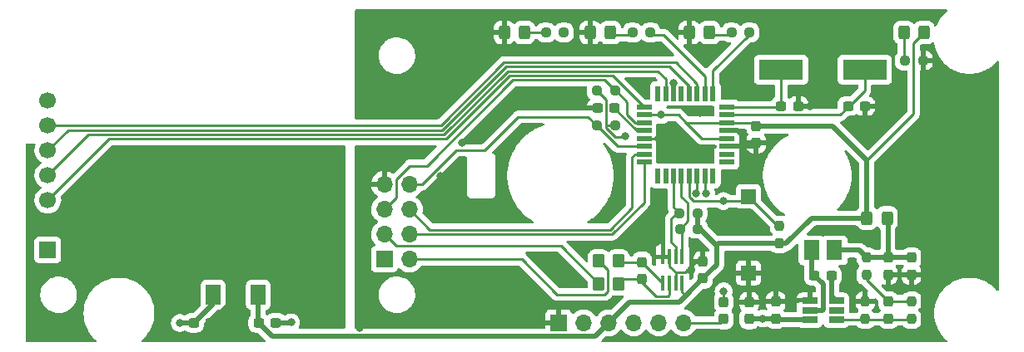
<source format=gtl>
G04 #@! TF.GenerationSoftware,KiCad,Pcbnew,(6.0.9)*
G04 #@! TF.CreationDate,2022-11-14T17:51:37+01:00*
G04 #@! TF.ProjectId,HeaterMCU,48656174-6572-44d4-9355-2e6b69636164,rev?*
G04 #@! TF.SameCoordinates,Original*
G04 #@! TF.FileFunction,Copper,L1,Top*
G04 #@! TF.FilePolarity,Positive*
%FSLAX46Y46*%
G04 Gerber Fmt 4.6, Leading zero omitted, Abs format (unit mm)*
G04 Created by KiCad (PCBNEW (6.0.9)) date 2022-11-14 17:51:37*
%MOMM*%
%LPD*%
G01*
G04 APERTURE LIST*
G04 Aperture macros list*
%AMRoundRect*
0 Rectangle with rounded corners*
0 $1 Rounding radius*
0 $2 $3 $4 $5 $6 $7 $8 $9 X,Y pos of 4 corners*
0 Add a 4 corners polygon primitive as box body*
4,1,4,$2,$3,$4,$5,$6,$7,$8,$9,$2,$3,0*
0 Add four circle primitives for the rounded corners*
1,1,$1+$1,$2,$3*
1,1,$1+$1,$4,$5*
1,1,$1+$1,$6,$7*
1,1,$1+$1,$8,$9*
0 Add four rect primitives between the rounded corners*
20,1,$1+$1,$2,$3,$4,$5,0*
20,1,$1+$1,$4,$5,$6,$7,0*
20,1,$1+$1,$6,$7,$8,$9,0*
20,1,$1+$1,$8,$9,$2,$3,0*%
G04 Aperture macros list end*
G04 #@! TA.AperFunction,SMDPad,CuDef*
%ADD10RoundRect,0.237500X-0.300000X-0.237500X0.300000X-0.237500X0.300000X0.237500X-0.300000X0.237500X0*%
G04 #@! TD*
G04 #@! TA.AperFunction,SMDPad,CuDef*
%ADD11R,1.500000X0.550000*%
G04 #@! TD*
G04 #@! TA.AperFunction,SMDPad,CuDef*
%ADD12R,0.550000X1.500000*%
G04 #@! TD*
G04 #@! TA.AperFunction,SMDPad,CuDef*
%ADD13RoundRect,0.237500X-0.237500X0.300000X-0.237500X-0.300000X0.237500X-0.300000X0.237500X0.300000X0*%
G04 #@! TD*
G04 #@! TA.AperFunction,SMDPad,CuDef*
%ADD14RoundRect,0.237500X0.300000X0.237500X-0.300000X0.237500X-0.300000X-0.237500X0.300000X-0.237500X0*%
G04 #@! TD*
G04 #@! TA.AperFunction,SMDPad,CuDef*
%ADD15RoundRect,0.250000X-0.325000X-0.450000X0.325000X-0.450000X0.325000X0.450000X-0.325000X0.450000X0*%
G04 #@! TD*
G04 #@! TA.AperFunction,SMDPad,CuDef*
%ADD16RoundRect,0.237500X-0.237500X0.250000X-0.237500X-0.250000X0.237500X-0.250000X0.237500X0.250000X0*%
G04 #@! TD*
G04 #@! TA.AperFunction,SMDPad,CuDef*
%ADD17RoundRect,0.237500X0.250000X0.237500X-0.250000X0.237500X-0.250000X-0.237500X0.250000X-0.237500X0*%
G04 #@! TD*
G04 #@! TA.AperFunction,SMDPad,CuDef*
%ADD18RoundRect,0.250000X0.325000X0.450000X-0.325000X0.450000X-0.325000X-0.450000X0.325000X-0.450000X0*%
G04 #@! TD*
G04 #@! TA.AperFunction,ComponentPad*
%ADD19R,1.700000X1.700000*%
G04 #@! TD*
G04 #@! TA.AperFunction,ComponentPad*
%ADD20C,1.700000*%
G04 #@! TD*
G04 #@! TA.AperFunction,SMDPad,CuDef*
%ADD21R,0.400000X1.560000*%
G04 #@! TD*
G04 #@! TA.AperFunction,SMDPad,CuDef*
%ADD22RoundRect,0.250000X0.350000X0.450000X-0.350000X0.450000X-0.350000X-0.450000X0.350000X-0.450000X0*%
G04 #@! TD*
G04 #@! TA.AperFunction,SMDPad,CuDef*
%ADD23R,1.500000X2.000000*%
G04 #@! TD*
G04 #@! TA.AperFunction,SMDPad,CuDef*
%ADD24R,3.800000X2.000000*%
G04 #@! TD*
G04 #@! TA.AperFunction,SMDPad,CuDef*
%ADD25RoundRect,0.237500X-0.250000X-0.237500X0.250000X-0.237500X0.250000X0.237500X-0.250000X0.237500X0*%
G04 #@! TD*
G04 #@! TA.AperFunction,SMDPad,CuDef*
%ADD26RoundRect,0.237500X0.237500X-0.300000X0.237500X0.300000X-0.237500X0.300000X-0.237500X-0.300000X0*%
G04 #@! TD*
G04 #@! TA.AperFunction,SMDPad,CuDef*
%ADD27R,4.500000X2.000000*%
G04 #@! TD*
G04 #@! TA.AperFunction,SMDPad,CuDef*
%ADD28R,1.650000X2.000000*%
G04 #@! TD*
G04 #@! TA.AperFunction,SMDPad,CuDef*
%ADD29R,1.500000X1.500000*%
G04 #@! TD*
G04 #@! TA.AperFunction,SMDPad,CuDef*
%ADD30RoundRect,0.237500X0.237500X-0.250000X0.237500X0.250000X-0.237500X0.250000X-0.237500X-0.250000X0*%
G04 #@! TD*
G04 #@! TA.AperFunction,SMDPad,CuDef*
%ADD31R,1.560000X0.650000*%
G04 #@! TD*
G04 #@! TA.AperFunction,ComponentPad*
%ADD32O,1.700000X1.700000*%
G04 #@! TD*
G04 #@! TA.AperFunction,ViaPad*
%ADD33C,0.800000*%
G04 #@! TD*
G04 #@! TA.AperFunction,Conductor*
%ADD34C,0.250000*%
G04 #@! TD*
G04 #@! TA.AperFunction,Conductor*
%ADD35C,0.500000*%
G04 #@! TD*
G04 APERTURE END LIST*
D10*
X132337500Y-55400000D03*
X134062500Y-55400000D03*
D11*
X126800000Y-61100000D03*
X126800000Y-60300000D03*
X126800000Y-59500000D03*
X126800000Y-58700000D03*
X126800000Y-57900000D03*
X126800000Y-57100000D03*
X126800000Y-56300000D03*
X126800000Y-55500000D03*
D12*
X125400000Y-54100000D03*
X124600000Y-54100000D03*
X123800000Y-54100000D03*
X123000000Y-54100000D03*
X122200000Y-54100000D03*
X121400000Y-54100000D03*
X120600000Y-54100000D03*
X119800000Y-54100000D03*
D11*
X118400000Y-55500000D03*
X118400000Y-56300000D03*
X118400000Y-57100000D03*
X118400000Y-57900000D03*
X118400000Y-58700000D03*
X118400000Y-59500000D03*
X118400000Y-60300000D03*
X118400000Y-61100000D03*
D12*
X119800000Y-62500000D03*
X120600000Y-62500000D03*
X121400000Y-62500000D03*
X122200000Y-62500000D03*
X123000000Y-62500000D03*
X123800000Y-62500000D03*
X124600000Y-62500000D03*
X125400000Y-62500000D03*
D13*
X129100000Y-75375000D03*
X129100000Y-77100000D03*
X124394240Y-71237500D03*
X124394240Y-72962500D03*
D14*
X80937500Y-77500000D03*
X79212500Y-77500000D03*
D15*
X123008332Y-47885000D03*
X125058332Y-47885000D03*
D10*
X135737500Y-72700000D03*
X137462500Y-72700000D03*
D16*
X145600000Y-75287500D03*
X145600000Y-77112500D03*
D17*
X115437500Y-57400000D03*
X113612500Y-57400000D03*
D18*
X143125000Y-66800000D03*
X141075000Y-66800000D03*
D16*
X141000000Y-70787500D03*
X141000000Y-72612500D03*
D19*
X57762500Y-70057500D03*
D20*
X57762500Y-67517500D03*
X57762500Y-64977500D03*
X57762500Y-62437500D03*
X57762500Y-59897500D03*
X57762500Y-57357500D03*
X57762500Y-54817500D03*
D10*
X139137500Y-55400000D03*
X140862500Y-55400000D03*
D15*
X104175000Y-47885000D03*
X106225000Y-47885000D03*
D21*
X120314240Y-73450000D03*
X120964240Y-73450000D03*
X121624240Y-73450000D03*
X122274240Y-73450000D03*
X122274240Y-70750000D03*
X121624240Y-70750000D03*
X120964240Y-70750000D03*
X120314240Y-70750000D03*
D22*
X115800000Y-71200000D03*
X113800000Y-71200000D03*
X115800000Y-73500000D03*
X113800000Y-73500000D03*
D23*
X74575000Y-74650000D03*
X76875000Y-74650000D03*
D24*
X76875000Y-68350000D03*
D23*
X79175000Y-74650000D03*
D25*
X108437500Y-47885000D03*
X110262500Y-47885000D03*
D26*
X129800000Y-59162500D03*
X129800000Y-57437500D03*
D10*
X72612500Y-77500000D03*
X74337500Y-77500000D03*
D26*
X143200000Y-72562500D03*
X143200000Y-70837500D03*
D17*
X123862500Y-67925000D03*
X122037500Y-67925000D03*
D15*
X144825000Y-47885000D03*
X146875000Y-47885000D03*
D27*
X140850000Y-51700000D03*
X132350000Y-51700000D03*
D25*
X127287500Y-47885000D03*
X129112500Y-47885000D03*
D28*
X135425000Y-70100000D03*
X137775000Y-70100000D03*
D29*
X129000000Y-72400000D03*
X129000000Y-64600000D03*
D13*
X131800000Y-75337500D03*
X131800000Y-77062500D03*
D30*
X140900000Y-75287500D03*
X140900000Y-77112500D03*
D25*
X144937500Y-50750000D03*
X146762500Y-50750000D03*
X117237500Y-47885000D03*
X119062500Y-47885000D03*
D10*
X113662500Y-55600000D03*
X115387500Y-55600000D03*
D15*
X112925000Y-47885000D03*
X114975000Y-47885000D03*
D26*
X143250000Y-77062500D03*
X143250000Y-75337500D03*
D31*
X135250000Y-75250000D03*
X135250000Y-76200000D03*
X135250000Y-77150000D03*
X137950000Y-77150000D03*
X137950000Y-76200000D03*
X137950000Y-75250000D03*
D26*
X126500000Y-77100000D03*
X126500000Y-75375000D03*
X145600000Y-72562500D03*
X145600000Y-70837500D03*
X118194240Y-73012500D03*
X118194240Y-71287500D03*
D25*
X113612500Y-53825000D03*
X115437500Y-53825000D03*
X122012500Y-66300000D03*
X123837500Y-66300000D03*
D30*
X132175000Y-69412500D03*
X132175000Y-67587500D03*
D19*
X92000000Y-71000000D03*
D32*
X94540000Y-71000000D03*
X92000000Y-68460000D03*
X94540000Y-68460000D03*
X92000000Y-65920000D03*
X94540000Y-65920000D03*
X92000000Y-63380000D03*
X94540000Y-63380000D03*
D19*
X109718018Y-77500000D03*
D32*
X112258018Y-77500000D03*
X114798018Y-77500000D03*
X117338018Y-77500000D03*
X119878018Y-77500000D03*
X122418018Y-77500000D03*
D33*
X109000000Y-71400000D03*
X97700000Y-62500000D03*
X139600000Y-64800000D03*
X120075000Y-58700000D03*
X99900000Y-59100000D03*
X147850000Y-78750000D03*
X139500000Y-68100000D03*
X103800000Y-66100000D03*
X128500000Y-59500000D03*
X100650000Y-50700000D03*
X94250000Y-56250000D03*
X115600000Y-60800000D03*
X103400000Y-75600000D03*
X150100000Y-69300000D03*
X108400000Y-54200000D03*
X145000000Y-74000000D03*
X124100000Y-56100000D03*
X95500000Y-48500000D03*
X150850000Y-58800000D03*
X71200000Y-77500000D03*
X82500000Y-77450000D03*
X139700000Y-75300000D03*
X134100000Y-46950000D03*
X89500000Y-78000000D03*
X133150000Y-72350000D03*
X123700000Y-69850000D03*
X128200000Y-67200000D03*
X135300000Y-55400000D03*
X133000000Y-79000000D03*
X118100000Y-53200000D03*
X142200000Y-55400000D03*
X126475000Y-65075000D03*
X126500000Y-74275000D03*
X120150000Y-56300000D03*
X116525000Y-58475000D03*
X110262500Y-47885000D03*
X121400000Y-53000000D03*
X130487500Y-77062500D03*
X123700000Y-64325000D03*
X124700000Y-64300000D03*
D34*
X121624240Y-72374240D02*
X121624240Y-73450000D01*
X120964240Y-71714240D02*
X121624240Y-72374240D01*
D35*
X82450000Y-77500000D02*
X82500000Y-77450000D01*
X72612500Y-77500000D02*
X71200000Y-77500000D01*
X128500000Y-59500000D02*
X129462500Y-59500000D01*
D34*
X120964240Y-70750000D02*
X120964240Y-71714240D01*
D35*
X127900000Y-57900000D02*
X128500000Y-58500000D01*
X126800000Y-59500000D02*
X128500000Y-59500000D01*
X74575000Y-74650000D02*
X74575000Y-75537500D01*
D34*
X140862500Y-55400000D02*
X142200000Y-55400000D01*
D35*
X128500000Y-58500000D02*
X128500000Y-59500000D01*
D34*
X124394240Y-71237500D02*
X123712500Y-71237500D01*
X134062500Y-55400000D02*
X135300000Y-55400000D01*
D35*
X74575000Y-75537500D02*
X72612500Y-77500000D01*
X126800000Y-57900000D02*
X127900000Y-57900000D01*
D34*
X123712500Y-71237500D02*
X122612500Y-72337500D01*
X118400000Y-58700000D02*
X120075000Y-58700000D01*
X122612500Y-72337500D02*
X121587500Y-72337500D01*
D35*
X80937500Y-77500000D02*
X82450000Y-77500000D01*
X129462500Y-59500000D02*
X129800000Y-59162500D01*
D34*
X139262500Y-55400000D02*
X140850000Y-53812500D01*
X138362500Y-56300000D02*
X139262500Y-55400000D01*
X126800000Y-56300000D02*
X138362500Y-56300000D01*
X140850000Y-53812500D02*
X140850000Y-51700000D01*
D35*
X76875000Y-74650000D02*
X76875000Y-74962500D01*
X76875000Y-71500000D02*
X76875000Y-74650000D01*
X63517500Y-67517500D02*
X67500000Y-71500000D01*
X67500000Y-71500000D02*
X76875000Y-71500000D01*
X76875000Y-74962500D02*
X74337500Y-77500000D01*
X76875000Y-68350000D02*
X76875000Y-71500000D01*
X57412500Y-67517500D02*
X63517500Y-67517500D01*
D34*
X132237500Y-55500000D02*
X132337500Y-55400000D01*
X132337500Y-55400000D02*
X132350000Y-55387500D01*
X126800000Y-55500000D02*
X132237500Y-55500000D01*
X132350000Y-55387500D02*
X132350000Y-51700000D01*
X122418018Y-77500000D02*
X126100000Y-77500000D01*
X126100000Y-77500000D02*
X126500000Y-77100000D01*
X126475000Y-65075000D02*
X128525000Y-65075000D01*
X123000000Y-62500000D02*
X122975000Y-62525000D01*
X126500000Y-75375000D02*
X126500000Y-74275000D01*
X132175000Y-67587500D02*
X131987500Y-67587500D01*
X123424695Y-65075000D02*
X126475000Y-65075000D01*
X122975000Y-62525000D02*
X122975000Y-64625305D01*
X122975000Y-64625305D02*
X123424695Y-65075000D01*
X131987500Y-67587500D02*
X129000000Y-64600000D01*
X128525000Y-65075000D02*
X129000000Y-64600000D01*
D35*
X123837500Y-66300000D02*
X123837500Y-67900000D01*
D34*
X122274240Y-74349240D02*
X122640870Y-74715870D01*
D35*
X79175000Y-74650000D02*
X79175000Y-77462500D01*
X129800000Y-57437500D02*
X137587500Y-57437500D01*
D34*
X114525000Y-57325000D02*
X114525000Y-54737500D01*
X114600000Y-57400000D02*
X114525000Y-57325000D01*
X118400000Y-56300000D02*
X120150000Y-56300000D01*
D35*
X121981740Y-75375000D02*
X122640870Y-74715870D01*
X124100000Y-67925000D02*
X125775000Y-69600000D01*
X132175000Y-69412500D02*
X125962500Y-69412500D01*
D34*
X124300000Y-58700000D02*
X122700000Y-57100000D01*
X129462500Y-57100000D02*
X129800000Y-57437500D01*
D35*
X113448018Y-78850000D02*
X114798018Y-77500000D01*
X137587500Y-57437500D02*
X138875000Y-58725000D01*
X114798018Y-77500000D02*
X116923018Y-75375000D01*
X122640870Y-74715870D02*
X124394240Y-72962500D01*
D34*
X122274240Y-73450000D02*
X122274240Y-74349240D01*
X114525000Y-57612500D02*
X114525000Y-57325000D01*
D35*
X116923018Y-75375000D02*
X121981740Y-75375000D01*
D34*
X114525000Y-57612500D02*
X115437500Y-58525000D01*
D35*
X79212500Y-77500000D02*
X80562500Y-78850000D01*
D34*
X145800000Y-51795495D02*
X145800000Y-56200000D01*
D35*
X123862500Y-67925000D02*
X124100000Y-67925000D01*
X80562500Y-78850000D02*
X113448018Y-78850000D01*
D34*
X115437500Y-57400000D02*
X114600000Y-57400000D01*
X145800000Y-56200000D02*
X141075000Y-60925000D01*
D35*
X123837500Y-67900000D02*
X123862500Y-67925000D01*
D34*
X145800000Y-48960000D02*
X145800000Y-51795495D01*
X121900000Y-56300000D02*
X122700000Y-57100000D01*
X126800000Y-57100000D02*
X129462500Y-57100000D01*
D35*
X125962500Y-69412500D02*
X125775000Y-69600000D01*
X125775000Y-69600000D02*
X125775000Y-71581740D01*
D34*
X115437500Y-58525000D02*
X116475000Y-58525000D01*
D35*
X135475000Y-66800000D02*
X141075000Y-66800000D01*
X132862500Y-69412500D02*
X135475000Y-66800000D01*
D34*
X126800000Y-58700000D02*
X124300000Y-58700000D01*
X146875000Y-47885000D02*
X145800000Y-48960000D01*
D35*
X79175000Y-77462500D02*
X79212500Y-77500000D01*
X138875000Y-58725000D02*
X141075000Y-60925000D01*
X141075000Y-60925000D02*
X141075000Y-66800000D01*
D34*
X116475000Y-58525000D02*
X116525000Y-58475000D01*
D35*
X132175000Y-69412500D02*
X132862500Y-69412500D01*
D34*
X114525000Y-54737500D02*
X113612500Y-53825000D01*
X122700000Y-57100000D02*
X126800000Y-57100000D01*
X120150000Y-56300000D02*
X121900000Y-56300000D01*
D35*
X125775000Y-71581740D02*
X124394240Y-72962500D01*
D34*
X114337500Y-52725000D02*
X115437500Y-53825000D01*
X105075000Y-52725000D02*
X114337500Y-52725000D01*
X116650000Y-56275000D02*
X116650000Y-54950000D01*
X96325000Y-61475000D02*
X105075000Y-52725000D01*
X94593299Y-61475000D02*
X96325000Y-61475000D01*
X92000000Y-65920000D02*
X93175000Y-64745000D01*
X115525000Y-53825000D02*
X115437500Y-53825000D01*
X116650000Y-54950000D02*
X115525000Y-53825000D01*
X93175000Y-64745000D02*
X93175000Y-62893299D01*
X93175000Y-62893299D02*
X94593299Y-61475000D01*
X118400000Y-57100000D02*
X117475000Y-57100000D01*
X117475000Y-57100000D02*
X116650000Y-56275000D01*
X115712500Y-59500000D02*
X118400000Y-59500000D01*
X102200000Y-59900000D02*
X105600000Y-56500000D01*
X95794695Y-63380000D02*
X99274695Y-59900000D01*
X105600000Y-56500000D02*
X112712500Y-56500000D01*
X113612500Y-57400000D02*
X115712500Y-59500000D01*
X99274695Y-59900000D02*
X102200000Y-59900000D01*
X94540000Y-63380000D02*
X95794695Y-63380000D01*
X112712500Y-56500000D02*
X113612500Y-57400000D01*
X114725000Y-74275000D02*
X114400000Y-74600000D01*
X109550000Y-74600000D02*
X105950000Y-71000000D01*
X114725000Y-72125000D02*
X114725000Y-74275000D01*
X114400000Y-74600000D02*
X109550000Y-74600000D01*
X113800000Y-71200000D02*
X114725000Y-72125000D01*
X105950000Y-71000000D02*
X94540000Y-71000000D01*
X93175000Y-69635000D02*
X92000000Y-68460000D01*
X113800000Y-73500000D02*
X109935000Y-69635000D01*
X109935000Y-69635000D02*
X93175000Y-69635000D01*
X94540000Y-68460000D02*
X115140000Y-68460000D01*
X118400000Y-65200000D02*
X118400000Y-61100000D01*
X115140000Y-68460000D02*
X118400000Y-65200000D01*
X121400000Y-54100000D02*
X121400000Y-53000000D01*
X125400000Y-54100000D02*
X125400000Y-51812500D01*
X125400000Y-51812500D02*
X129112500Y-48100000D01*
D35*
X140312500Y-70100000D02*
X141000000Y-70787500D01*
X145550000Y-70787500D02*
X145600000Y-70837500D01*
X143200000Y-70837500D02*
X143200000Y-66875000D01*
X137775000Y-70100000D02*
X140312500Y-70100000D01*
X141000000Y-70787500D02*
X145550000Y-70787500D01*
D34*
X124600000Y-52350000D02*
X120400000Y-48150000D01*
X120400000Y-48150000D02*
X119062500Y-48150000D01*
X124600000Y-54100000D02*
X124600000Y-52350000D01*
D35*
X130487500Y-77062500D02*
X129137500Y-77062500D01*
X129137500Y-77062500D02*
X129100000Y-77100000D01*
X135250000Y-77150000D02*
X131887500Y-77150000D01*
X131800000Y-77062500D02*
X130487500Y-77062500D01*
X131887500Y-77150000D02*
X131800000Y-77062500D01*
D34*
X118194240Y-71337500D02*
X115937500Y-71337500D01*
X120306740Y-73450000D02*
X118194240Y-71337500D01*
X120314240Y-73450000D02*
X120306740Y-73450000D01*
X115937500Y-71337500D02*
X115800000Y-71200000D01*
X104165812Y-50925000D02*
X121625000Y-50925000D01*
X121625000Y-50925000D02*
X123800000Y-53100000D01*
X57412500Y-57357500D02*
X97733312Y-57357500D01*
X97733312Y-57357500D02*
X104165812Y-50925000D01*
X123800000Y-53100000D02*
X123800000Y-54100000D01*
X123000000Y-53400000D02*
X120975000Y-51375000D01*
X120975000Y-51375000D02*
X104352208Y-51375000D01*
X99288604Y-56438604D02*
X97877208Y-57850000D01*
X104352208Y-51375000D02*
X99288604Y-56438604D01*
X59810000Y-57850000D02*
X57762500Y-59897500D01*
X123000000Y-54100000D02*
X123000000Y-53400000D01*
X97877208Y-57850000D02*
X59810000Y-57850000D01*
X98063604Y-58300000D02*
X61900000Y-58300000D01*
X61900000Y-58300000D02*
X57762500Y-62437500D01*
X120600000Y-54100000D02*
X120600000Y-52600000D01*
X119825000Y-51825000D02*
X104538604Y-51825000D01*
X120600000Y-52600000D02*
X119825000Y-51825000D01*
X104538604Y-51825000D02*
X98063604Y-58300000D01*
X98250000Y-58750000D02*
X63990000Y-58750000D01*
X63990000Y-58750000D02*
X57762500Y-64977500D01*
X104725000Y-52275000D02*
X98250000Y-58750000D01*
X118400000Y-55500000D02*
X115175000Y-52275000D01*
X115175000Y-52275000D02*
X104725000Y-52275000D01*
X114963604Y-68000000D02*
X117200000Y-65763604D01*
X96620000Y-68000000D02*
X114963604Y-68000000D01*
X117200000Y-65763604D02*
X117200000Y-60600000D01*
X117500000Y-60300000D02*
X118400000Y-60300000D01*
X94540000Y-65920000D02*
X96620000Y-68000000D01*
X117200000Y-60600000D02*
X117500000Y-60300000D01*
X120964240Y-73450000D02*
X120964240Y-74635760D01*
X116237500Y-73062500D02*
X115800000Y-73500000D01*
X118194240Y-73062500D02*
X116237500Y-73062500D01*
X120800000Y-74800000D02*
X119600000Y-74800000D01*
X118194240Y-73394240D02*
X118194240Y-73062500D01*
X119600000Y-74800000D02*
X118194240Y-73394240D01*
X120964240Y-74635760D02*
X120800000Y-74800000D01*
D35*
X135425000Y-72387500D02*
X135737500Y-72700000D01*
X135425000Y-70100000D02*
X135425000Y-72387500D01*
X136600000Y-73562500D02*
X135737500Y-72700000D01*
X136600000Y-76130000D02*
X136600000Y-73562500D01*
X135250000Y-76200000D02*
X136530000Y-76200000D01*
X136530000Y-76200000D02*
X136600000Y-76130000D01*
X137462500Y-72700000D02*
X137462500Y-74762500D01*
X137462500Y-74762500D02*
X137950000Y-75250000D01*
D34*
X121400000Y-62500000D02*
X121400000Y-65687500D01*
X121175000Y-66875000D02*
X121750000Y-66300000D01*
X121750000Y-66300000D02*
X122012500Y-66300000D01*
X121624240Y-70750000D02*
X121624240Y-69720000D01*
X121624240Y-69720000D02*
X121175000Y-69270760D01*
X121175000Y-69270760D02*
X121175000Y-66875000D01*
X121400000Y-65687500D02*
X122012500Y-66300000D01*
X122274240Y-68161740D02*
X122037500Y-67925000D01*
X122200000Y-62500000D02*
X122200000Y-64650000D01*
X122274240Y-70750000D02*
X122274240Y-68161740D01*
X122200000Y-64650000D02*
X122825000Y-65275000D01*
X122825000Y-65275000D02*
X122825000Y-67137500D01*
X122825000Y-67137500D02*
X122037500Y-67925000D01*
X145562500Y-77150000D02*
X145600000Y-77112500D01*
X137950000Y-77150000D02*
X145562500Y-77150000D01*
X145600000Y-75287500D02*
X143300000Y-75287500D01*
X143300000Y-75287500D02*
X143250000Y-75337500D01*
X141000000Y-72612500D02*
X141000000Y-73087500D01*
X141000000Y-73087500D02*
X143250000Y-75337500D01*
X144825000Y-47885000D02*
X144825000Y-50637500D01*
X144825000Y-50637500D02*
X144937500Y-50750000D01*
X123800000Y-62500000D02*
X123800000Y-64225000D01*
X123800000Y-64225000D02*
X123700000Y-64325000D01*
X124600000Y-64200000D02*
X124700000Y-64300000D01*
X124600000Y-62500000D02*
X124600000Y-64200000D01*
X117638604Y-57900000D02*
X118400000Y-57900000D01*
X115387500Y-55648896D02*
X117638604Y-57900000D01*
X115387500Y-55600000D02*
X115387500Y-55648896D01*
X108437500Y-47885000D02*
X106225000Y-47885000D01*
X127287500Y-48100000D02*
X125058332Y-48100000D01*
X117237500Y-48150000D02*
X114975000Y-48150000D01*
G04 #@! TA.AperFunction,Conductor*
G36*
X56459188Y-59220002D02*
G01*
X56505681Y-59273658D01*
X56515785Y-59343932D01*
X56505355Y-59379050D01*
X56486159Y-59420405D01*
X56483188Y-59426805D01*
X56423489Y-59642070D01*
X56399751Y-59864195D01*
X56412610Y-60087215D01*
X56413747Y-60092261D01*
X56413748Y-60092267D01*
X56434775Y-60185569D01*
X56461722Y-60305139D01*
X56545766Y-60512116D01*
X56662487Y-60702588D01*
X56808750Y-60871438D01*
X56980626Y-61014132D01*
X57051095Y-61055311D01*
X57053945Y-61056976D01*
X57102669Y-61108614D01*
X57115740Y-61178397D01*
X57089009Y-61244169D01*
X57048555Y-61277527D01*
X57036107Y-61284007D01*
X57031974Y-61287110D01*
X57031971Y-61287112D01*
X56861600Y-61415030D01*
X56857465Y-61418135D01*
X56703129Y-61579638D01*
X56577243Y-61764180D01*
X56483188Y-61966805D01*
X56423489Y-62182070D01*
X56399751Y-62404195D01*
X56400048Y-62409348D01*
X56400048Y-62409351D01*
X56405511Y-62504090D01*
X56412610Y-62627215D01*
X56413747Y-62632261D01*
X56413748Y-62632267D01*
X56434775Y-62725569D01*
X56461722Y-62845139D01*
X56545766Y-63052116D01*
X56662487Y-63242588D01*
X56808750Y-63411438D01*
X56980626Y-63554132D01*
X57051095Y-63595311D01*
X57053945Y-63596976D01*
X57102669Y-63648614D01*
X57115740Y-63718397D01*
X57089009Y-63784169D01*
X57048555Y-63817527D01*
X57036107Y-63824007D01*
X57031974Y-63827110D01*
X57031971Y-63827112D01*
X56861600Y-63955030D01*
X56857465Y-63958135D01*
X56703129Y-64119638D01*
X56577243Y-64304180D01*
X56483188Y-64506805D01*
X56423489Y-64722070D01*
X56399751Y-64944195D01*
X56400048Y-64949348D01*
X56400048Y-64949351D01*
X56405511Y-65044090D01*
X56412610Y-65167215D01*
X56413747Y-65172261D01*
X56413748Y-65172267D01*
X56433619Y-65260439D01*
X56461722Y-65385139D01*
X56545766Y-65592116D01*
X56662487Y-65782588D01*
X56808750Y-65951438D01*
X56980626Y-66094132D01*
X57173500Y-66206838D01*
X57382192Y-66286530D01*
X57387260Y-66287561D01*
X57387263Y-66287562D01*
X57494517Y-66309383D01*
X57601097Y-66331067D01*
X57606272Y-66331257D01*
X57606274Y-66331257D01*
X57819173Y-66339064D01*
X57819177Y-66339064D01*
X57824337Y-66339253D01*
X57829457Y-66338597D01*
X57829459Y-66338597D01*
X58040788Y-66311525D01*
X58040789Y-66311525D01*
X58045916Y-66310868D01*
X58050866Y-66309383D01*
X58254929Y-66248161D01*
X58254934Y-66248159D01*
X58259884Y-66246674D01*
X58460494Y-66148396D01*
X58642360Y-66018673D01*
X58800596Y-65860989D01*
X58860094Y-65778189D01*
X58927935Y-65683777D01*
X58930953Y-65679577D01*
X59029930Y-65479311D01*
X59094870Y-65265569D01*
X59124029Y-65044090D01*
X59125656Y-64977500D01*
X59107352Y-64754861D01*
X59079321Y-64643265D01*
X59082125Y-64572323D01*
X59112430Y-64523474D01*
X64215500Y-59420405D01*
X64277812Y-59386379D01*
X64304595Y-59383500D01*
X87874000Y-59383500D01*
X87942121Y-59403502D01*
X87988614Y-59457158D01*
X88000000Y-59509500D01*
X88000000Y-77965500D01*
X87979998Y-78033621D01*
X87926342Y-78080114D01*
X87874000Y-78091500D01*
X83396913Y-78091500D01*
X83328792Y-78071498D01*
X83282299Y-78017842D01*
X83272195Y-77947568D01*
X83287794Y-77902500D01*
X83331223Y-77827279D01*
X83331224Y-77827278D01*
X83334527Y-77821556D01*
X83393542Y-77639928D01*
X83395928Y-77617233D01*
X83412814Y-77456565D01*
X83413504Y-77450000D01*
X83393542Y-77260072D01*
X83334527Y-77078444D01*
X83239040Y-76913056D01*
X83209384Y-76880119D01*
X83115675Y-76776045D01*
X83115674Y-76776044D01*
X83111253Y-76771134D01*
X83010074Y-76697623D01*
X82962094Y-76662763D01*
X82962093Y-76662762D01*
X82956752Y-76658882D01*
X82950724Y-76656198D01*
X82950722Y-76656197D01*
X82788319Y-76583891D01*
X82788318Y-76583891D01*
X82782288Y-76581206D01*
X82688887Y-76561353D01*
X82601944Y-76542872D01*
X82601939Y-76542872D01*
X82595487Y-76541500D01*
X82404513Y-76541500D01*
X82398061Y-76542872D01*
X82398056Y-76542872D01*
X82311113Y-76561353D01*
X82217712Y-76581206D01*
X82211682Y-76583891D01*
X82211681Y-76583891D01*
X82049278Y-76656197D01*
X82049276Y-76656198D01*
X82043248Y-76658882D01*
X82037907Y-76662762D01*
X82037906Y-76662763D01*
X81962656Y-76717436D01*
X81895789Y-76741294D01*
X81888595Y-76741500D01*
X81823677Y-76741500D01*
X81755556Y-76721498D01*
X81734666Y-76704679D01*
X81703003Y-76673071D01*
X81554920Y-76581791D01*
X81389809Y-76527026D01*
X81382973Y-76526326D01*
X81382970Y-76526325D01*
X81331474Y-76521049D01*
X81287072Y-76516500D01*
X80587928Y-76516500D01*
X80584682Y-76516837D01*
X80584678Y-76516837D01*
X80490765Y-76526581D01*
X80490761Y-76526582D01*
X80483907Y-76527293D01*
X80477371Y-76529474D01*
X80477369Y-76529474D01*
X80441323Y-76541500D01*
X80318893Y-76582346D01*
X80170969Y-76673884D01*
X80164077Y-76680788D01*
X80162613Y-76681589D01*
X80160062Y-76683611D01*
X80159716Y-76683174D01*
X80101796Y-76714866D01*
X80030976Y-76709863D01*
X79985890Y-76680944D01*
X79983181Y-76678240D01*
X79983180Y-76678239D01*
X79978005Y-76673073D01*
X79978433Y-76672644D01*
X79940344Y-76618920D01*
X79933500Y-76577958D01*
X79933500Y-76274493D01*
X79953502Y-76206372D01*
X80007158Y-76159879D01*
X80028763Y-76152457D01*
X80035316Y-76151745D01*
X80042711Y-76148973D01*
X80042714Y-76148972D01*
X80163297Y-76103767D01*
X80171705Y-76100615D01*
X80288261Y-76013261D01*
X80375615Y-75896705D01*
X80426745Y-75760316D01*
X80433500Y-75698134D01*
X80433500Y-73601866D01*
X80426745Y-73539684D01*
X80375615Y-73403295D01*
X80288261Y-73286739D01*
X80171705Y-73199385D01*
X80035316Y-73148255D01*
X79973134Y-73141500D01*
X78376866Y-73141500D01*
X78314684Y-73148255D01*
X78178295Y-73199385D01*
X78061739Y-73286739D01*
X77974385Y-73403295D01*
X77923255Y-73539684D01*
X77916500Y-73601866D01*
X77916500Y-75698134D01*
X77923255Y-75760316D01*
X77974385Y-75896705D01*
X78061739Y-76013261D01*
X78178295Y-76100615D01*
X78186703Y-76103767D01*
X78307286Y-76148972D01*
X78307289Y-76148973D01*
X78314684Y-76151745D01*
X78320453Y-76152372D01*
X78381291Y-76187126D01*
X78414113Y-76250081D01*
X78416500Y-76274493D01*
X78416500Y-76651278D01*
X78396498Y-76719399D01*
X78379673Y-76740296D01*
X78328242Y-76791816D01*
X78328238Y-76791821D01*
X78323071Y-76796997D01*
X78319231Y-76803227D01*
X78319230Y-76803228D01*
X78271834Y-76880119D01*
X78231791Y-76945080D01*
X78177026Y-77110191D01*
X78166500Y-77212928D01*
X78166500Y-77787072D01*
X78166837Y-77790318D01*
X78166837Y-77790322D01*
X78175860Y-77877279D01*
X78177293Y-77891093D01*
X78179474Y-77897629D01*
X78179474Y-77897631D01*
X78201410Y-77963380D01*
X78232346Y-78056107D01*
X78323884Y-78204031D01*
X78329066Y-78209204D01*
X78441816Y-78321758D01*
X78441820Y-78321761D01*
X78446997Y-78326929D01*
X78595080Y-78418209D01*
X78760191Y-78472974D01*
X78767027Y-78473674D01*
X78767030Y-78473675D01*
X78818526Y-78478951D01*
X78862928Y-78483500D01*
X79071129Y-78483500D01*
X79139250Y-78503502D01*
X79160224Y-78520405D01*
X79916224Y-79276405D01*
X79950250Y-79338717D01*
X79945185Y-79409532D01*
X79902638Y-79466368D01*
X79836118Y-79491179D01*
X79827129Y-79491500D01*
X67382868Y-79491500D01*
X67314747Y-79471498D01*
X67268254Y-79417842D01*
X67258150Y-79347568D01*
X67287644Y-79282988D01*
X67303566Y-79267587D01*
X67412511Y-79179365D01*
X67679365Y-78912511D01*
X67916863Y-78619225D01*
X68011384Y-78473675D01*
X68120605Y-78305490D01*
X68120607Y-78305487D01*
X68122403Y-78302721D01*
X68123903Y-78299779D01*
X68292236Y-77969405D01*
X68293734Y-77966465D01*
X68428978Y-77614143D01*
X68459562Y-77500000D01*
X70286496Y-77500000D01*
X70287186Y-77506565D01*
X70298818Y-77617233D01*
X70306458Y-77689928D01*
X70365473Y-77871556D01*
X70368776Y-77877278D01*
X70368777Y-77877279D01*
X70402686Y-77936010D01*
X70460960Y-78036944D01*
X70465378Y-78041851D01*
X70465379Y-78041852D01*
X70584325Y-78173955D01*
X70588747Y-78178866D01*
X70621969Y-78203003D01*
X70708049Y-78265544D01*
X70743248Y-78291118D01*
X70749276Y-78293802D01*
X70749278Y-78293803D01*
X70830511Y-78329970D01*
X70917712Y-78368794D01*
X71011113Y-78388647D01*
X71098056Y-78407128D01*
X71098061Y-78407128D01*
X71104513Y-78408500D01*
X71295487Y-78408500D01*
X71301939Y-78407128D01*
X71301944Y-78407128D01*
X71388887Y-78388647D01*
X71482288Y-78368794D01*
X71569489Y-78329970D01*
X71650722Y-78293803D01*
X71650724Y-78293802D01*
X71656752Y-78291118D01*
X71662093Y-78287237D01*
X71667811Y-78283936D01*
X71668941Y-78285893D01*
X71725994Y-78265544D01*
X71795144Y-78281631D01*
X71822186Y-78302161D01*
X71846997Y-78326929D01*
X71995080Y-78418209D01*
X72160191Y-78472974D01*
X72167027Y-78473674D01*
X72167030Y-78473675D01*
X72218526Y-78478951D01*
X72262928Y-78483500D01*
X72962072Y-78483500D01*
X72965318Y-78483163D01*
X72965322Y-78483163D01*
X73059235Y-78473419D01*
X73059239Y-78473418D01*
X73066093Y-78472707D01*
X73072629Y-78470526D01*
X73072631Y-78470526D01*
X73205395Y-78426232D01*
X73231107Y-78417654D01*
X73379031Y-78326116D01*
X73419184Y-78285893D01*
X73496758Y-78208184D01*
X73496762Y-78208179D01*
X73501929Y-78203003D01*
X73582990Y-78071498D01*
X73589369Y-78061150D01*
X73589370Y-78061148D01*
X73593209Y-78054920D01*
X73647974Y-77889809D01*
X73658500Y-77787072D01*
X73658500Y-77578871D01*
X73678502Y-77510750D01*
X73695405Y-77489776D01*
X74989776Y-76195405D01*
X75052088Y-76161379D01*
X75078871Y-76158500D01*
X75373134Y-76158500D01*
X75435316Y-76151745D01*
X75571705Y-76100615D01*
X75688261Y-76013261D01*
X75775615Y-75896705D01*
X75826745Y-75760316D01*
X75833500Y-75698134D01*
X75833500Y-73601866D01*
X75826745Y-73539684D01*
X75775615Y-73403295D01*
X75688261Y-73286739D01*
X75571705Y-73199385D01*
X75435316Y-73148255D01*
X75373134Y-73141500D01*
X73776866Y-73141500D01*
X73714684Y-73148255D01*
X73578295Y-73199385D01*
X73461739Y-73286739D01*
X73374385Y-73403295D01*
X73323255Y-73539684D01*
X73316500Y-73601866D01*
X73316500Y-75671129D01*
X73296498Y-75739250D01*
X73279595Y-75760224D01*
X72560224Y-76479595D01*
X72497912Y-76513621D01*
X72471129Y-76516500D01*
X72262928Y-76516500D01*
X72259682Y-76516837D01*
X72259678Y-76516837D01*
X72165765Y-76526581D01*
X72165761Y-76526582D01*
X72158907Y-76527293D01*
X72152371Y-76529474D01*
X72152369Y-76529474D01*
X72116323Y-76541500D01*
X71993893Y-76582346D01*
X71845969Y-76673884D01*
X71822271Y-76697624D01*
X71759990Y-76731703D01*
X71689170Y-76726701D01*
X71668171Y-76715441D01*
X71667811Y-76716064D01*
X71662093Y-76712763D01*
X71656752Y-76708882D01*
X71650724Y-76706198D01*
X71650722Y-76706197D01*
X71488319Y-76633891D01*
X71488318Y-76633891D01*
X71482288Y-76631206D01*
X71388887Y-76611353D01*
X71301944Y-76592872D01*
X71301939Y-76592872D01*
X71295487Y-76591500D01*
X71104513Y-76591500D01*
X71098061Y-76592872D01*
X71098056Y-76592872D01*
X71011113Y-76611353D01*
X70917712Y-76631206D01*
X70911682Y-76633891D01*
X70911681Y-76633891D01*
X70749278Y-76706197D01*
X70749276Y-76706198D01*
X70743248Y-76708882D01*
X70737907Y-76712762D01*
X70737906Y-76712763D01*
X70698637Y-76741294D01*
X70588747Y-76821134D01*
X70584326Y-76826044D01*
X70584325Y-76826045D01*
X70470890Y-76952028D01*
X70460960Y-76963056D01*
X70365473Y-77128444D01*
X70306458Y-77310072D01*
X70286496Y-77500000D01*
X68459562Y-77500000D01*
X68526653Y-77249613D01*
X68574887Y-76945080D01*
X68585176Y-76880119D01*
X68585177Y-76880111D01*
X68585690Y-76876871D01*
X68605441Y-76500000D01*
X68585690Y-76123129D01*
X68582624Y-76103767D01*
X68541410Y-75843560D01*
X68526653Y-75750387D01*
X68428978Y-75385857D01*
X68293734Y-75033535D01*
X68122403Y-74697280D01*
X68111037Y-74679777D01*
X67918665Y-74383550D01*
X67916863Y-74380775D01*
X67679365Y-74087489D01*
X67412511Y-73820635D01*
X67119225Y-73583137D01*
X66802720Y-73377597D01*
X66799786Y-73376102D01*
X66799779Y-73376098D01*
X66469405Y-73207764D01*
X66466465Y-73206266D01*
X66114143Y-73071022D01*
X65749613Y-72973347D01*
X65551647Y-72941992D01*
X65380119Y-72914824D01*
X65380111Y-72914823D01*
X65376871Y-72914310D01*
X65094280Y-72899500D01*
X64905720Y-72899500D01*
X64623129Y-72914310D01*
X64619889Y-72914823D01*
X64619881Y-72914824D01*
X64448353Y-72941992D01*
X64250387Y-72973347D01*
X63885857Y-73071022D01*
X63533535Y-73206266D01*
X63530595Y-73207764D01*
X63200221Y-73376098D01*
X63200214Y-73376102D01*
X63197280Y-73377597D01*
X62880775Y-73583137D01*
X62587489Y-73820635D01*
X62320635Y-74087489D01*
X62083137Y-74380775D01*
X62063898Y-74410400D01*
X61879395Y-74694510D01*
X61879393Y-74694513D01*
X61877597Y-74697279D01*
X61876102Y-74700213D01*
X61876098Y-74700220D01*
X61749711Y-74948269D01*
X61706266Y-75033535D01*
X61571022Y-75385857D01*
X61473347Y-75750387D01*
X61458590Y-75843560D01*
X61417377Y-76103767D01*
X61414310Y-76123129D01*
X61394559Y-76500000D01*
X61414310Y-76876871D01*
X61414823Y-76880111D01*
X61414824Y-76880119D01*
X61425113Y-76945080D01*
X61473347Y-77249613D01*
X61571022Y-77614143D01*
X61706266Y-77966465D01*
X61707764Y-77969405D01*
X61873054Y-78293803D01*
X61877597Y-78302720D01*
X61879393Y-78305486D01*
X61879395Y-78305489D01*
X61895293Y-78329970D01*
X62083137Y-78619225D01*
X62320635Y-78912511D01*
X62587489Y-79179365D01*
X62696428Y-79267582D01*
X62736778Y-79325994D01*
X62739144Y-79396951D01*
X62702771Y-79457923D01*
X62639209Y-79489551D01*
X62617132Y-79491500D01*
X55634500Y-79491500D01*
X55566379Y-79471498D01*
X55519886Y-79417842D01*
X55508500Y-79365500D01*
X55508500Y-74679777D01*
X56999509Y-74679777D01*
X57025125Y-74948269D01*
X57026210Y-74952703D01*
X57026211Y-74952709D01*
X57088145Y-75205812D01*
X57089231Y-75210250D01*
X57190485Y-75460233D01*
X57192794Y-75464176D01*
X57313970Y-75671129D01*
X57326765Y-75692982D01*
X57386531Y-75767715D01*
X57447186Y-75843560D01*
X57495216Y-75903619D01*
X57692309Y-76087734D01*
X57913916Y-76241468D01*
X57917999Y-76243499D01*
X57918002Y-76243501D01*
X57980299Y-76274493D01*
X58155394Y-76361601D01*
X58159728Y-76363022D01*
X58159731Y-76363023D01*
X58407353Y-76444198D01*
X58407359Y-76444199D01*
X58411686Y-76445618D01*
X58416177Y-76446398D01*
X58416178Y-76446398D01*
X58673640Y-76491101D01*
X58673648Y-76491102D01*
X58677421Y-76491757D01*
X58681258Y-76491948D01*
X58761078Y-76495922D01*
X58761086Y-76495922D01*
X58762649Y-76496000D01*
X58931012Y-76496000D01*
X58933280Y-76495835D01*
X58933292Y-76495835D01*
X59064384Y-76486323D01*
X59131504Y-76481453D01*
X59135959Y-76480469D01*
X59135962Y-76480469D01*
X59390412Y-76424291D01*
X59390416Y-76424290D01*
X59394872Y-76423306D01*
X59520980Y-76375528D01*
X59642818Y-76329368D01*
X59642821Y-76329367D01*
X59647088Y-76327750D01*
X59882868Y-76196786D01*
X60097273Y-76033157D01*
X60111463Y-76018642D01*
X60220854Y-75906740D01*
X60285812Y-75840292D01*
X60444534Y-75622230D01*
X60527690Y-75464176D01*
X60567990Y-75387579D01*
X60567993Y-75387573D01*
X60570115Y-75383539D01*
X60632878Y-75205812D01*
X60658402Y-75133533D01*
X60658402Y-75133532D01*
X60659925Y-75129220D01*
X60712081Y-74864600D01*
X60720264Y-74700220D01*
X60725264Y-74599792D01*
X60725264Y-74599786D01*
X60725491Y-74595223D01*
X60699875Y-74326731D01*
X60654542Y-74141467D01*
X60636855Y-74069188D01*
X60635769Y-74064750D01*
X60534515Y-73814767D01*
X60411857Y-73605283D01*
X60400545Y-73585963D01*
X60400544Y-73585962D01*
X60398235Y-73582018D01*
X60280428Y-73434708D01*
X60232636Y-73374947D01*
X60232635Y-73374945D01*
X60229784Y-73371381D01*
X60032691Y-73187266D01*
X59811084Y-73033532D01*
X59807001Y-73031501D01*
X59806998Y-73031499D01*
X59642106Y-72949467D01*
X59569606Y-72913399D01*
X59565272Y-72911978D01*
X59565269Y-72911977D01*
X59317647Y-72830802D01*
X59317641Y-72830801D01*
X59313314Y-72829382D01*
X59308822Y-72828602D01*
X59051360Y-72783899D01*
X59051352Y-72783898D01*
X59047579Y-72783243D01*
X59036317Y-72782682D01*
X58963922Y-72779078D01*
X58963914Y-72779078D01*
X58962351Y-72779000D01*
X58793988Y-72779000D01*
X58791720Y-72779165D01*
X58791708Y-72779165D01*
X58660616Y-72788677D01*
X58593496Y-72793547D01*
X58589041Y-72794531D01*
X58589038Y-72794531D01*
X58334588Y-72850709D01*
X58334584Y-72850710D01*
X58330128Y-72851694D01*
X58204020Y-72899472D01*
X58082182Y-72945632D01*
X58082179Y-72945633D01*
X58077912Y-72947250D01*
X57842132Y-73078214D01*
X57627727Y-73241843D01*
X57439188Y-73434708D01*
X57280466Y-73652770D01*
X57278344Y-73656804D01*
X57157010Y-73887421D01*
X57157007Y-73887427D01*
X57154885Y-73891461D01*
X57153365Y-73895766D01*
X57153363Y-73895770D01*
X57066598Y-74141467D01*
X57065075Y-74145780D01*
X57064192Y-74150262D01*
X57019266Y-74378199D01*
X57012919Y-74410400D01*
X57012692Y-74414953D01*
X57012692Y-74414956D01*
X57003491Y-74599792D01*
X56999509Y-74679777D01*
X55508500Y-74679777D01*
X55508500Y-70955634D01*
X56404000Y-70955634D01*
X56410755Y-71017816D01*
X56461885Y-71154205D01*
X56549239Y-71270761D01*
X56665795Y-71358115D01*
X56802184Y-71409245D01*
X56864366Y-71416000D01*
X58660634Y-71416000D01*
X58722816Y-71409245D01*
X58859205Y-71358115D01*
X58975761Y-71270761D01*
X59063115Y-71154205D01*
X59114245Y-71017816D01*
X59121000Y-70955634D01*
X59121000Y-69159366D01*
X59114245Y-69097184D01*
X59063115Y-68960795D01*
X58975761Y-68844239D01*
X58859205Y-68756885D01*
X58722816Y-68705755D01*
X58660634Y-68699000D01*
X56864366Y-68699000D01*
X56802184Y-68705755D01*
X56665795Y-68756885D01*
X56549239Y-68844239D01*
X56461885Y-68960795D01*
X56410755Y-69097184D01*
X56404000Y-69159366D01*
X56404000Y-70955634D01*
X55508500Y-70955634D01*
X55508500Y-59326000D01*
X55528502Y-59257879D01*
X55582158Y-59211386D01*
X55634500Y-59200000D01*
X56391067Y-59200000D01*
X56459188Y-59220002D01*
G37*
G04 #@! TD.AperFunction*
G04 #@! TA.AperFunction,Conductor*
G36*
X147847395Y-48864387D02*
G01*
X147904268Y-48906884D01*
X147927915Y-48962770D01*
X147938312Y-49028412D01*
X147973347Y-49249613D01*
X148071022Y-49614143D01*
X148206266Y-49966465D01*
X148207761Y-49969399D01*
X148374448Y-50296539D01*
X148377597Y-50302720D01*
X148379393Y-50305486D01*
X148379395Y-50305489D01*
X148471696Y-50447620D01*
X148583137Y-50619225D01*
X148820635Y-50912511D01*
X149087489Y-51179365D01*
X149380775Y-51416863D01*
X149485292Y-51484737D01*
X149633171Y-51580770D01*
X149697280Y-51622403D01*
X149700214Y-51623898D01*
X149700221Y-51623902D01*
X149915319Y-51733500D01*
X150033535Y-51793734D01*
X150385857Y-51928978D01*
X150750387Y-52026653D01*
X150948353Y-52058008D01*
X151119881Y-52085176D01*
X151119889Y-52085177D01*
X151123129Y-52085690D01*
X151405720Y-52100500D01*
X151594280Y-52100500D01*
X151876871Y-52085690D01*
X151880111Y-52085177D01*
X151880119Y-52085176D01*
X152051647Y-52058008D01*
X152249613Y-52026653D01*
X152614143Y-51928978D01*
X152966465Y-51793734D01*
X153084681Y-51733500D01*
X153299779Y-51623902D01*
X153299786Y-51623898D01*
X153302720Y-51622403D01*
X153366830Y-51580770D01*
X153514708Y-51484737D01*
X153619225Y-51416863D01*
X153912511Y-51179365D01*
X154179365Y-50912511D01*
X154267582Y-50803572D01*
X154325994Y-50763222D01*
X154396951Y-50760856D01*
X154457923Y-50797229D01*
X154489551Y-50860791D01*
X154491500Y-50882868D01*
X154491500Y-74117132D01*
X154471498Y-74185253D01*
X154417842Y-74231746D01*
X154347568Y-74241850D01*
X154282988Y-74212356D01*
X154267587Y-74196434D01*
X154179365Y-74087489D01*
X153912511Y-73820635D01*
X153619225Y-73583137D01*
X153500019Y-73505724D01*
X153305489Y-73379395D01*
X153305486Y-73379393D01*
X153302720Y-73377597D01*
X153299786Y-73376102D01*
X153299779Y-73376098D01*
X152969405Y-73207764D01*
X152966465Y-73206266D01*
X152728024Y-73114737D01*
X152617233Y-73072208D01*
X152617231Y-73072207D01*
X152614143Y-73071022D01*
X152249613Y-72973347D01*
X152051647Y-72941992D01*
X151880119Y-72914824D01*
X151880111Y-72914823D01*
X151876871Y-72914310D01*
X151594280Y-72899500D01*
X151405720Y-72899500D01*
X151123129Y-72914310D01*
X151119889Y-72914823D01*
X151119881Y-72914824D01*
X150948353Y-72941992D01*
X150750387Y-72973347D01*
X150385857Y-73071022D01*
X150382769Y-73072207D01*
X150382767Y-73072208D01*
X150271976Y-73114737D01*
X150033535Y-73206266D01*
X150030595Y-73207764D01*
X149700221Y-73376098D01*
X149700214Y-73376102D01*
X149697280Y-73377597D01*
X149694514Y-73379393D01*
X149694511Y-73379395D01*
X149499981Y-73505724D01*
X149380775Y-73583137D01*
X149087489Y-73820635D01*
X148820635Y-74087489D01*
X148583137Y-74380775D01*
X148524410Y-74471206D01*
X148388397Y-74680649D01*
X148377597Y-74697279D01*
X148376102Y-74700213D01*
X148376098Y-74700220D01*
X148211149Y-75023951D01*
X148206266Y-75033535D01*
X148136807Y-75214481D01*
X148074795Y-75376029D01*
X148071022Y-75385857D01*
X147973347Y-75750387D01*
X147955804Y-75861150D01*
X147914848Y-76119733D01*
X147914310Y-76123129D01*
X147894559Y-76500000D01*
X147914310Y-76876871D01*
X147914823Y-76880111D01*
X147914824Y-76880119D01*
X147927239Y-76958500D01*
X147973347Y-77249613D01*
X148071022Y-77614143D01*
X148206266Y-77966465D01*
X148207764Y-77969405D01*
X148328457Y-78206277D01*
X148377597Y-78302720D01*
X148583137Y-78619225D01*
X148820635Y-78912511D01*
X149087489Y-79179365D01*
X149196428Y-79267582D01*
X149236778Y-79325994D01*
X149239144Y-79396951D01*
X149202771Y-79457923D01*
X149139209Y-79489551D01*
X149117132Y-79491500D01*
X114183389Y-79491500D01*
X114115268Y-79471498D01*
X114068775Y-79417842D01*
X114058671Y-79347568D01*
X114088165Y-79282988D01*
X114094294Y-79276405D01*
X114489459Y-78881240D01*
X114551771Y-78847214D01*
X114603675Y-78846865D01*
X114636615Y-78853567D01*
X114641790Y-78853757D01*
X114641792Y-78853757D01*
X114854691Y-78861564D01*
X114854695Y-78861564D01*
X114859855Y-78861753D01*
X114864975Y-78861097D01*
X114864977Y-78861097D01*
X115076306Y-78834025D01*
X115076307Y-78834025D01*
X115081434Y-78833368D01*
X115086384Y-78831883D01*
X115290447Y-78770661D01*
X115290452Y-78770659D01*
X115295402Y-78769174D01*
X115496012Y-78670896D01*
X115677878Y-78541173D01*
X115836114Y-78383489D01*
X115966471Y-78202077D01*
X115967794Y-78203028D01*
X116014663Y-78159857D01*
X116084598Y-78147625D01*
X116150044Y-78175144D01*
X116177893Y-78206994D01*
X116238005Y-78305088D01*
X116384268Y-78473938D01*
X116556144Y-78616632D01*
X116749018Y-78729338D01*
X116957710Y-78809030D01*
X116962778Y-78810061D01*
X116962781Y-78810062D01*
X117070035Y-78831883D01*
X117176615Y-78853567D01*
X117181790Y-78853757D01*
X117181792Y-78853757D01*
X117394691Y-78861564D01*
X117394695Y-78861564D01*
X117399855Y-78861753D01*
X117404975Y-78861097D01*
X117404977Y-78861097D01*
X117616306Y-78834025D01*
X117616307Y-78834025D01*
X117621434Y-78833368D01*
X117626384Y-78831883D01*
X117830447Y-78770661D01*
X117830452Y-78770659D01*
X117835402Y-78769174D01*
X118036012Y-78670896D01*
X118217878Y-78541173D01*
X118376114Y-78383489D01*
X118506471Y-78202077D01*
X118507794Y-78203028D01*
X118554663Y-78159857D01*
X118624598Y-78147625D01*
X118690044Y-78175144D01*
X118717893Y-78206994D01*
X118778005Y-78305088D01*
X118924268Y-78473938D01*
X119096144Y-78616632D01*
X119289018Y-78729338D01*
X119497710Y-78809030D01*
X119502778Y-78810061D01*
X119502781Y-78810062D01*
X119610035Y-78831883D01*
X119716615Y-78853567D01*
X119721790Y-78853757D01*
X119721792Y-78853757D01*
X119934691Y-78861564D01*
X119934695Y-78861564D01*
X119939855Y-78861753D01*
X119944975Y-78861097D01*
X119944977Y-78861097D01*
X120156306Y-78834025D01*
X120156307Y-78834025D01*
X120161434Y-78833368D01*
X120166384Y-78831883D01*
X120370447Y-78770661D01*
X120370452Y-78770659D01*
X120375402Y-78769174D01*
X120576012Y-78670896D01*
X120757878Y-78541173D01*
X120916114Y-78383489D01*
X121046471Y-78202077D01*
X121047794Y-78203028D01*
X121094663Y-78159857D01*
X121164598Y-78147625D01*
X121230044Y-78175144D01*
X121257893Y-78206994D01*
X121318005Y-78305088D01*
X121464268Y-78473938D01*
X121636144Y-78616632D01*
X121829018Y-78729338D01*
X122037710Y-78809030D01*
X122042778Y-78810061D01*
X122042781Y-78810062D01*
X122150035Y-78831883D01*
X122256615Y-78853567D01*
X122261790Y-78853757D01*
X122261792Y-78853757D01*
X122474691Y-78861564D01*
X122474695Y-78861564D01*
X122479855Y-78861753D01*
X122484975Y-78861097D01*
X122484977Y-78861097D01*
X122696306Y-78834025D01*
X122696307Y-78834025D01*
X122701434Y-78833368D01*
X122706384Y-78831883D01*
X122910447Y-78770661D01*
X122910452Y-78770659D01*
X122915402Y-78769174D01*
X123116012Y-78670896D01*
X123297878Y-78541173D01*
X123456114Y-78383489D01*
X123586471Y-78202077D01*
X123588764Y-78197437D01*
X123590464Y-78194608D01*
X123642692Y-78146518D01*
X123698469Y-78133500D01*
X126021233Y-78133500D01*
X126032416Y-78134027D01*
X126039909Y-78135702D01*
X126047834Y-78135453D01*
X126047836Y-78135453D01*
X126089896Y-78134131D01*
X126110142Y-78135955D01*
X126110191Y-78135474D01*
X126212928Y-78146000D01*
X126787072Y-78146000D01*
X126790318Y-78145663D01*
X126790322Y-78145663D01*
X126884235Y-78135919D01*
X126884239Y-78135918D01*
X126891093Y-78135207D01*
X126897629Y-78133026D01*
X126897631Y-78133026D01*
X127030395Y-78088732D01*
X127056107Y-78080154D01*
X127204031Y-77988616D01*
X127215881Y-77976745D01*
X127321758Y-77870684D01*
X127321762Y-77870679D01*
X127326929Y-77865503D01*
X127334920Y-77852540D01*
X127414369Y-77723650D01*
X127414370Y-77723648D01*
X127418209Y-77717420D01*
X127472974Y-77552309D01*
X127476148Y-77521335D01*
X127478951Y-77493974D01*
X127483500Y-77449572D01*
X127483500Y-76750428D01*
X127483163Y-76747178D01*
X127473419Y-76653265D01*
X127473418Y-76653261D01*
X127472707Y-76646407D01*
X127417654Y-76481393D01*
X127365428Y-76396997D01*
X127329969Y-76339695D01*
X127329968Y-76339694D01*
X127326116Y-76333469D01*
X127319212Y-76326577D01*
X127318411Y-76325113D01*
X127316389Y-76322562D01*
X127316826Y-76322216D01*
X127285134Y-76264296D01*
X127290137Y-76193476D01*
X127319056Y-76148390D01*
X127321757Y-76145684D01*
X127326929Y-76140503D01*
X127335072Y-76127293D01*
X127414369Y-75998650D01*
X127414370Y-75998648D01*
X127418209Y-75992420D01*
X127472974Y-75827309D01*
X127483500Y-75724572D01*
X127483500Y-75102885D01*
X128117000Y-75102885D01*
X128121475Y-75118124D01*
X128122865Y-75119329D01*
X128130548Y-75121000D01*
X128827885Y-75121000D01*
X128843124Y-75116525D01*
X128844329Y-75115135D01*
X128846000Y-75107452D01*
X128846000Y-75102885D01*
X129354000Y-75102885D01*
X129358475Y-75118124D01*
X129359865Y-75119329D01*
X129367548Y-75121000D01*
X130064885Y-75121000D01*
X130080124Y-75116525D01*
X130081329Y-75115135D01*
X130083000Y-75107452D01*
X130083000Y-75065385D01*
X130817000Y-75065385D01*
X130821475Y-75080624D01*
X130822865Y-75081829D01*
X130830548Y-75083500D01*
X131527885Y-75083500D01*
X131543124Y-75079025D01*
X131544329Y-75077635D01*
X131546000Y-75069952D01*
X131546000Y-75065385D01*
X132054000Y-75065385D01*
X132058475Y-75080624D01*
X132059865Y-75081829D01*
X132067548Y-75083500D01*
X132764885Y-75083500D01*
X132780124Y-75079025D01*
X132781329Y-75077635D01*
X132783000Y-75069952D01*
X132783000Y-74991234D01*
X132782663Y-74984718D01*
X132781954Y-74977885D01*
X133962000Y-74977885D01*
X133966475Y-74993124D01*
X133967865Y-74994329D01*
X133975548Y-74996000D01*
X134977885Y-74996000D01*
X134993124Y-74991525D01*
X134994329Y-74990135D01*
X134996000Y-74982452D01*
X134996000Y-74435116D01*
X134991525Y-74419877D01*
X134990135Y-74418672D01*
X134982452Y-74417001D01*
X134425331Y-74417001D01*
X134418510Y-74417371D01*
X134367648Y-74422895D01*
X134352396Y-74426521D01*
X134231946Y-74471676D01*
X134216351Y-74480214D01*
X134114276Y-74556715D01*
X134101715Y-74569276D01*
X134025214Y-74671351D01*
X134016676Y-74686946D01*
X133971522Y-74807394D01*
X133967895Y-74822649D01*
X133962369Y-74873514D01*
X133962000Y-74880328D01*
X133962000Y-74977885D01*
X132781954Y-74977885D01*
X132772925Y-74890868D01*
X132770032Y-74877472D01*
X132719512Y-74726047D01*
X132713347Y-74712885D01*
X132629574Y-74577508D01*
X132620540Y-74566110D01*
X132507871Y-74453637D01*
X132496460Y-74444625D01*
X132360937Y-74361088D01*
X132347759Y-74354944D01*
X132196234Y-74304685D01*
X132182868Y-74301819D01*
X132090230Y-74292328D01*
X132083815Y-74292000D01*
X132072115Y-74292000D01*
X132056876Y-74296475D01*
X132055671Y-74297865D01*
X132054000Y-74305548D01*
X132054000Y-75065385D01*
X131546000Y-75065385D01*
X131546000Y-74310115D01*
X131541525Y-74294876D01*
X131540135Y-74293671D01*
X131532452Y-74292000D01*
X131516234Y-74292000D01*
X131509718Y-74292337D01*
X131415868Y-74302075D01*
X131402472Y-74304968D01*
X131251047Y-74355488D01*
X131237885Y-74361653D01*
X131102508Y-74445426D01*
X131091110Y-74454460D01*
X130978637Y-74567129D01*
X130969625Y-74578540D01*
X130886088Y-74714063D01*
X130879944Y-74727241D01*
X130829685Y-74878766D01*
X130826819Y-74892132D01*
X130817328Y-74984770D01*
X130817000Y-74991185D01*
X130817000Y-75065385D01*
X130083000Y-75065385D01*
X130083000Y-75028734D01*
X130082663Y-75022218D01*
X130072925Y-74928368D01*
X130070032Y-74914972D01*
X130019512Y-74763547D01*
X130013347Y-74750385D01*
X129929574Y-74615008D01*
X129920540Y-74603610D01*
X129807871Y-74491137D01*
X129796460Y-74482125D01*
X129660937Y-74398588D01*
X129647759Y-74392444D01*
X129496234Y-74342185D01*
X129482868Y-74339319D01*
X129390230Y-74329828D01*
X129383815Y-74329500D01*
X129372115Y-74329500D01*
X129356876Y-74333975D01*
X129355671Y-74335365D01*
X129354000Y-74343048D01*
X129354000Y-75102885D01*
X128846000Y-75102885D01*
X128846000Y-74347615D01*
X128841525Y-74332376D01*
X128840135Y-74331171D01*
X128832452Y-74329500D01*
X128816234Y-74329500D01*
X128809718Y-74329837D01*
X128715868Y-74339575D01*
X128702472Y-74342468D01*
X128551047Y-74392988D01*
X128537885Y-74399153D01*
X128402508Y-74482926D01*
X128391110Y-74491960D01*
X128278637Y-74604629D01*
X128269625Y-74616040D01*
X128186088Y-74751563D01*
X128179944Y-74764741D01*
X128129685Y-74916266D01*
X128126819Y-74929632D01*
X128117328Y-75022270D01*
X128117000Y-75028685D01*
X128117000Y-75102885D01*
X127483500Y-75102885D01*
X127483500Y-75025428D01*
X127480447Y-74996000D01*
X127473419Y-74928265D01*
X127473418Y-74928261D01*
X127472707Y-74921407D01*
X127469341Y-74911316D01*
X127434633Y-74807285D01*
X127417654Y-74756393D01*
X127413804Y-74750172D01*
X127413802Y-74750167D01*
X127370488Y-74680172D01*
X127351650Y-74611720D01*
X127357799Y-74574933D01*
X127382295Y-74499541D01*
X127393542Y-74464928D01*
X127395634Y-74445030D01*
X127412814Y-74281565D01*
X127413504Y-74275000D01*
X127399469Y-74141467D01*
X127394232Y-74091635D01*
X127394232Y-74091633D01*
X127393542Y-74085072D01*
X127334527Y-73903444D01*
X127330097Y-73895770D01*
X127281053Y-73810824D01*
X127239040Y-73738056D01*
X127207928Y-73703502D01*
X127115675Y-73601045D01*
X127115674Y-73601044D01*
X127111253Y-73596134D01*
X127008884Y-73521758D01*
X126962094Y-73487763D01*
X126962093Y-73487762D01*
X126956752Y-73483882D01*
X126950724Y-73481198D01*
X126950722Y-73481197D01*
X126788319Y-73408891D01*
X126788318Y-73408891D01*
X126782288Y-73406206D01*
X126688888Y-73386353D01*
X126601944Y-73367872D01*
X126601939Y-73367872D01*
X126595487Y-73366500D01*
X126404513Y-73366500D01*
X126398061Y-73367872D01*
X126398056Y-73367872D01*
X126311112Y-73386353D01*
X126217712Y-73406206D01*
X126211682Y-73408891D01*
X126211681Y-73408891D01*
X126049278Y-73481197D01*
X126049276Y-73481198D01*
X126043248Y-73483882D01*
X126037907Y-73487762D01*
X126037906Y-73487763D01*
X125991116Y-73521758D01*
X125888747Y-73596134D01*
X125884326Y-73601044D01*
X125884325Y-73601045D01*
X125792073Y-73703502D01*
X125760960Y-73738056D01*
X125718947Y-73810824D01*
X125669904Y-73895770D01*
X125665473Y-73903444D01*
X125606458Y-74085072D01*
X125605768Y-74091633D01*
X125605768Y-74091635D01*
X125600531Y-74141467D01*
X125586496Y-74275000D01*
X125587186Y-74281565D01*
X125605358Y-74454460D01*
X125606458Y-74464928D01*
X125608498Y-74471206D01*
X125608499Y-74471211D01*
X125628424Y-74532530D01*
X125641248Y-74571997D01*
X125642199Y-74574925D01*
X125644227Y-74645893D01*
X125629626Y-74679977D01*
X125581791Y-74757580D01*
X125527026Y-74922691D01*
X125516500Y-75025428D01*
X125516500Y-75724572D01*
X125516837Y-75727818D01*
X125516837Y-75727822D01*
X125526571Y-75821632D01*
X125527293Y-75828593D01*
X125529474Y-75835129D01*
X125529474Y-75835131D01*
X125553365Y-75906740D01*
X125582346Y-75993607D01*
X125604798Y-76029889D01*
X125669838Y-76134992D01*
X125673884Y-76141531D01*
X125680788Y-76148423D01*
X125681589Y-76149887D01*
X125683611Y-76152438D01*
X125683174Y-76152784D01*
X125714866Y-76210704D01*
X125709863Y-76281524D01*
X125680944Y-76326610D01*
X125673071Y-76334497D01*
X125669231Y-76340727D01*
X125669230Y-76340728D01*
X125586364Y-76475162D01*
X125581791Y-76482580D01*
X125527026Y-76647691D01*
X125516500Y-76750428D01*
X125515651Y-76750341D01*
X125493388Y-76813945D01*
X125437428Y-76857637D01*
X125391007Y-76866500D01*
X123694823Y-76866500D01*
X123626702Y-76846498D01*
X123589031Y-76808940D01*
X123500840Y-76672617D01*
X123500838Y-76672614D01*
X123498032Y-76668277D01*
X123347688Y-76503051D01*
X123343637Y-76499852D01*
X123343633Y-76499848D01*
X123176432Y-76367800D01*
X123176428Y-76367798D01*
X123172377Y-76364598D01*
X123163264Y-76359567D01*
X123108558Y-76329368D01*
X122976807Y-76256638D01*
X122971938Y-76254914D01*
X122971934Y-76254912D01*
X122771105Y-76183795D01*
X122771101Y-76183794D01*
X122766230Y-76182069D01*
X122761137Y-76181162D01*
X122761134Y-76181161D01*
X122564971Y-76146219D01*
X122501413Y-76114581D01*
X122465050Y-76053604D01*
X122467427Y-75982647D01*
X122495595Y-75935519D01*
X122524869Y-75904617D01*
X122527246Y-75902175D01*
X124384016Y-74045405D01*
X124446328Y-74011379D01*
X124473111Y-74008500D01*
X124681312Y-74008500D01*
X124684558Y-74008163D01*
X124684562Y-74008163D01*
X124778475Y-73998419D01*
X124778479Y-73998418D01*
X124785333Y-73997707D01*
X124791869Y-73995526D01*
X124791871Y-73995526D01*
X124943399Y-73944972D01*
X124950347Y-73942654D01*
X125098271Y-73851116D01*
X125103444Y-73845934D01*
X125215998Y-73733184D01*
X125216002Y-73733179D01*
X125221169Y-73728003D01*
X125225010Y-73721772D01*
X125308609Y-73586150D01*
X125308610Y-73586148D01*
X125312449Y-73579920D01*
X125367214Y-73414809D01*
X125368096Y-73406206D01*
X125375472Y-73334204D01*
X125377740Y-73312072D01*
X125377740Y-73194669D01*
X127742001Y-73194669D01*
X127742371Y-73201490D01*
X127747895Y-73252352D01*
X127751521Y-73267604D01*
X127796676Y-73388054D01*
X127805214Y-73403649D01*
X127881715Y-73505724D01*
X127894276Y-73518285D01*
X127996351Y-73594786D01*
X128011946Y-73603324D01*
X128132394Y-73648478D01*
X128147649Y-73652105D01*
X128198514Y-73657631D01*
X128205328Y-73658000D01*
X128727885Y-73658000D01*
X128743124Y-73653525D01*
X128744329Y-73652135D01*
X128746000Y-73644452D01*
X128746000Y-73639884D01*
X129254000Y-73639884D01*
X129258475Y-73655123D01*
X129259865Y-73656328D01*
X129267548Y-73657999D01*
X129794669Y-73657999D01*
X129801490Y-73657629D01*
X129852352Y-73652105D01*
X129867604Y-73648479D01*
X129988054Y-73603324D01*
X130003649Y-73594786D01*
X130105724Y-73518285D01*
X130118285Y-73505724D01*
X130194786Y-73403649D01*
X130203324Y-73388054D01*
X130248478Y-73267606D01*
X130252105Y-73252351D01*
X130257631Y-73201486D01*
X130258000Y-73194672D01*
X130258000Y-72672115D01*
X130253525Y-72656876D01*
X130252135Y-72655671D01*
X130244452Y-72654000D01*
X129272115Y-72654000D01*
X129256876Y-72658475D01*
X129255671Y-72659865D01*
X129254000Y-72667548D01*
X129254000Y-73639884D01*
X128746000Y-73639884D01*
X128746000Y-72672115D01*
X128741525Y-72656876D01*
X128740135Y-72655671D01*
X128732452Y-72654000D01*
X127760116Y-72654000D01*
X127744877Y-72658475D01*
X127743672Y-72659865D01*
X127742001Y-72667548D01*
X127742001Y-73194669D01*
X125377740Y-73194669D01*
X125377740Y-73103871D01*
X125397742Y-73035750D01*
X125414645Y-73014776D01*
X126263911Y-72165510D01*
X126278323Y-72153124D01*
X126289918Y-72144591D01*
X126289923Y-72144586D01*
X126295818Y-72140248D01*
X126300557Y-72134670D01*
X126300560Y-72134667D01*
X126306322Y-72127885D01*
X127742000Y-72127885D01*
X127746475Y-72143124D01*
X127747865Y-72144329D01*
X127755548Y-72146000D01*
X128727885Y-72146000D01*
X128743124Y-72141525D01*
X128744329Y-72140135D01*
X128746000Y-72132452D01*
X128746000Y-72127885D01*
X129254000Y-72127885D01*
X129258475Y-72143124D01*
X129259865Y-72144329D01*
X129267548Y-72146000D01*
X130239884Y-72146000D01*
X130255123Y-72141525D01*
X130256328Y-72140135D01*
X130257999Y-72132452D01*
X130257999Y-71605331D01*
X130257629Y-71598510D01*
X130252105Y-71547648D01*
X130248479Y-71532396D01*
X130203324Y-71411946D01*
X130194786Y-71396351D01*
X130118285Y-71294276D01*
X130105724Y-71281715D01*
X130003649Y-71205214D01*
X129988054Y-71196676D01*
X129867606Y-71151522D01*
X129852351Y-71147895D01*
X129801486Y-71142369D01*
X129794672Y-71142000D01*
X129272115Y-71142000D01*
X129256876Y-71146475D01*
X129255671Y-71147865D01*
X129254000Y-71155548D01*
X129254000Y-72127885D01*
X128746000Y-72127885D01*
X128746000Y-71160116D01*
X128741525Y-71144877D01*
X128740135Y-71143672D01*
X128732452Y-71142001D01*
X128205331Y-71142001D01*
X128198510Y-71142371D01*
X128147648Y-71147895D01*
X128132396Y-71151521D01*
X128011946Y-71196676D01*
X127996351Y-71205214D01*
X127894276Y-71281715D01*
X127881715Y-71294276D01*
X127805214Y-71396351D01*
X127796676Y-71411946D01*
X127751522Y-71532394D01*
X127747895Y-71547649D01*
X127742369Y-71598514D01*
X127742000Y-71605328D01*
X127742000Y-72127885D01*
X126306322Y-72127885D01*
X126330035Y-72099972D01*
X126336965Y-72092456D01*
X126342661Y-72086760D01*
X126344924Y-72083899D01*
X126344929Y-72083894D01*
X126360293Y-72064474D01*
X126363082Y-72061073D01*
X126405592Y-72011036D01*
X126405594Y-72011034D01*
X126410333Y-72005455D01*
X126413662Y-71998935D01*
X126417028Y-71993888D01*
X126420193Y-71988764D01*
X126424735Y-71983023D01*
X126430355Y-71971000D01*
X126455634Y-71916910D01*
X126457565Y-71912958D01*
X126459146Y-71909863D01*
X126474873Y-71879063D01*
X126487442Y-71854448D01*
X126487443Y-71854446D01*
X126490769Y-71847932D01*
X126492508Y-71840826D01*
X126494609Y-71835176D01*
X126496524Y-71829419D01*
X126499622Y-71822790D01*
X126514491Y-71751305D01*
X126515461Y-71747022D01*
X126518676Y-71733884D01*
X126532808Y-71676130D01*
X126533500Y-71664976D01*
X126533535Y-71664978D01*
X126533775Y-71661006D01*
X126534152Y-71656785D01*
X126535641Y-71649625D01*
X126533546Y-71572198D01*
X126533500Y-71568790D01*
X126533500Y-70297000D01*
X126553502Y-70228879D01*
X126607158Y-70182386D01*
X126659500Y-70171000D01*
X131338800Y-70171000D01*
X131406921Y-70191002D01*
X131427816Y-70207825D01*
X131471997Y-70251929D01*
X131478227Y-70255769D01*
X131478228Y-70255770D01*
X131584330Y-70321172D01*
X131620080Y-70343209D01*
X131785191Y-70397974D01*
X131792027Y-70398674D01*
X131792030Y-70398675D01*
X131836608Y-70403242D01*
X131887928Y-70408500D01*
X132462072Y-70408500D01*
X132465318Y-70408163D01*
X132465322Y-70408163D01*
X132559235Y-70398419D01*
X132559239Y-70398418D01*
X132566093Y-70397707D01*
X132572629Y-70395526D01*
X132572631Y-70395526D01*
X132705395Y-70351232D01*
X132731107Y-70342654D01*
X132879031Y-70251116D01*
X132932034Y-70198021D01*
X132994316Y-70163941D01*
X132997676Y-70163440D01*
X132997665Y-70163387D01*
X133004838Y-70161954D01*
X133012137Y-70161360D01*
X133019103Y-70159103D01*
X133025065Y-70157912D01*
X133030916Y-70156529D01*
X133038181Y-70155682D01*
X133106827Y-70130765D01*
X133110955Y-70129348D01*
X133173436Y-70109107D01*
X133173438Y-70109106D01*
X133180399Y-70106851D01*
X133186654Y-70103055D01*
X133192128Y-70100549D01*
X133197558Y-70097830D01*
X133204437Y-70095333D01*
X133254811Y-70062306D01*
X133265476Y-70055314D01*
X133269180Y-70052977D01*
X133331607Y-70015095D01*
X133339984Y-70007697D01*
X133340008Y-70007724D01*
X133343000Y-70005071D01*
X133346233Y-70002368D01*
X133352352Y-69998356D01*
X133405628Y-69942117D01*
X133408006Y-69939675D01*
X133876405Y-69471276D01*
X133938717Y-69437250D01*
X134009532Y-69442315D01*
X134066368Y-69484862D01*
X134091179Y-69551382D01*
X134091500Y-69560371D01*
X134091500Y-71148134D01*
X134098255Y-71210316D01*
X134149385Y-71346705D01*
X134236739Y-71463261D01*
X134353295Y-71550615D01*
X134489684Y-71601745D01*
X134551866Y-71608500D01*
X134551742Y-71609639D01*
X134614234Y-71631711D01*
X134657768Y-71687794D01*
X134666500Y-71733884D01*
X134666500Y-72320430D01*
X134665067Y-72339380D01*
X134662909Y-72353567D01*
X134661801Y-72360849D01*
X134662394Y-72368141D01*
X134662394Y-72368144D01*
X134666085Y-72413518D01*
X134666500Y-72423733D01*
X134666500Y-72431793D01*
X134666925Y-72435437D01*
X134669789Y-72460007D01*
X134670222Y-72464382D01*
X134674505Y-72517030D01*
X134676140Y-72537137D01*
X134678395Y-72544098D01*
X134679581Y-72550033D01*
X134680971Y-72555911D01*
X134681818Y-72563181D01*
X134684316Y-72570062D01*
X134686000Y-72577187D01*
X134685399Y-72577329D01*
X134691500Y-72612016D01*
X134691500Y-72987072D01*
X134691837Y-72990318D01*
X134691837Y-72990322D01*
X134700957Y-73078214D01*
X134702293Y-73091093D01*
X134704474Y-73097629D01*
X134704474Y-73097631D01*
X134744267Y-73216904D01*
X134757346Y-73256107D01*
X134848884Y-73404031D01*
X134854066Y-73409204D01*
X134966816Y-73521758D01*
X134966821Y-73521762D01*
X134971997Y-73526929D01*
X134978227Y-73530769D01*
X134978228Y-73530770D01*
X135087589Y-73598181D01*
X135120080Y-73618209D01*
X135285191Y-73672974D01*
X135292027Y-73673674D01*
X135292030Y-73673675D01*
X135343526Y-73678951D01*
X135387928Y-73683500D01*
X135596129Y-73683500D01*
X135664250Y-73703502D01*
X135685224Y-73720405D01*
X135804595Y-73839776D01*
X135838621Y-73902088D01*
X135841500Y-73928871D01*
X135841500Y-74291000D01*
X135821498Y-74359121D01*
X135767842Y-74405614D01*
X135715500Y-74417000D01*
X135522115Y-74417000D01*
X135506876Y-74421475D01*
X135505671Y-74422865D01*
X135504000Y-74430548D01*
X135504000Y-75240500D01*
X135483998Y-75308621D01*
X135430342Y-75355114D01*
X135378000Y-75366500D01*
X134421866Y-75366500D01*
X134359684Y-75373255D01*
X134223295Y-75424385D01*
X134170202Y-75464176D01*
X134150655Y-75478826D01*
X134084149Y-75503674D01*
X134075090Y-75504000D01*
X133980116Y-75504000D01*
X133964877Y-75508475D01*
X133963672Y-75509865D01*
X133962001Y-75517548D01*
X133962001Y-75619669D01*
X133962371Y-75626490D01*
X133967895Y-75677349D01*
X133972035Y-75694764D01*
X133972034Y-75753058D01*
X133971029Y-75757284D01*
X133968255Y-75764684D01*
X133961500Y-75826866D01*
X133961500Y-76265500D01*
X133941498Y-76333621D01*
X133887842Y-76380114D01*
X133835500Y-76391500D01*
X132755436Y-76391500D01*
X132687315Y-76371498D01*
X132648292Y-76331803D01*
X132629970Y-76302195D01*
X132629964Y-76302188D01*
X132626116Y-76295969D01*
X132618861Y-76288726D01*
X132617894Y-76286960D01*
X132616389Y-76285061D01*
X132616714Y-76284803D01*
X132584781Y-76226446D01*
X132589782Y-76155625D01*
X132618708Y-76110530D01*
X132621364Y-76107869D01*
X132630375Y-76096460D01*
X132713912Y-75960937D01*
X132720056Y-75947759D01*
X132770315Y-75796234D01*
X132773181Y-75782868D01*
X132782672Y-75690230D01*
X132783000Y-75683815D01*
X132783000Y-75609615D01*
X132778525Y-75594376D01*
X132777135Y-75593171D01*
X132769452Y-75591500D01*
X130835115Y-75591500D01*
X130819876Y-75595975D01*
X130818671Y-75597365D01*
X130817000Y-75605048D01*
X130817000Y-75683766D01*
X130817337Y-75690282D01*
X130827075Y-75784132D01*
X130829968Y-75797528D01*
X130880488Y-75948953D01*
X130886653Y-75962115D01*
X130915070Y-76008037D01*
X130933907Y-76076489D01*
X130912745Y-76144259D01*
X130858304Y-76189829D01*
X130787868Y-76198732D01*
X130773023Y-76195146D01*
X130769788Y-76193706D01*
X130763329Y-76192333D01*
X130589444Y-76155372D01*
X130589439Y-76155372D01*
X130582987Y-76154000D01*
X130392013Y-76154000D01*
X130385561Y-76155372D01*
X130385556Y-76155372D01*
X130301812Y-76173173D01*
X130205212Y-76193706D01*
X130199185Y-76196389D01*
X130199177Y-76196392D01*
X130148086Y-76219140D01*
X130077719Y-76228575D01*
X130013421Y-76198469D01*
X129975608Y-76138381D01*
X129976283Y-76067387D01*
X129989575Y-76037919D01*
X130013913Y-75998435D01*
X130020056Y-75985259D01*
X130070315Y-75833734D01*
X130073181Y-75820368D01*
X130082672Y-75727730D01*
X130083000Y-75721315D01*
X130083000Y-75647115D01*
X130078525Y-75631876D01*
X130077135Y-75630671D01*
X130069452Y-75629000D01*
X128135115Y-75629000D01*
X128119876Y-75633475D01*
X128118671Y-75634865D01*
X128117000Y-75642548D01*
X128117000Y-75721266D01*
X128117337Y-75727782D01*
X128127075Y-75821632D01*
X128129968Y-75835028D01*
X128180488Y-75986453D01*
X128186653Y-75999615D01*
X128270426Y-76134992D01*
X128279464Y-76146394D01*
X128281139Y-76148067D01*
X128281919Y-76149493D01*
X128284007Y-76152127D01*
X128283556Y-76152484D01*
X128315219Y-76210349D01*
X128310216Y-76281169D01*
X128281299Y-76326254D01*
X128280975Y-76326579D01*
X128273071Y-76334497D01*
X128269231Y-76340727D01*
X128269230Y-76340728D01*
X128186364Y-76475162D01*
X128181791Y-76482580D01*
X128127026Y-76647691D01*
X128116500Y-76750428D01*
X128116500Y-77449572D01*
X128116837Y-77452818D01*
X128116837Y-77452822D01*
X128124133Y-77523134D01*
X128127293Y-77553593D01*
X128129474Y-77560129D01*
X128129474Y-77560131D01*
X128146429Y-77610951D01*
X128182346Y-77718607D01*
X128273884Y-77866531D01*
X128279066Y-77871704D01*
X128391816Y-77984258D01*
X128391821Y-77984262D01*
X128396997Y-77989429D01*
X128403227Y-77993269D01*
X128403228Y-77993270D01*
X128487982Y-78045513D01*
X128545080Y-78080709D01*
X128710191Y-78135474D01*
X128717027Y-78136174D01*
X128717030Y-78136175D01*
X128768526Y-78141451D01*
X128812928Y-78146000D01*
X129387072Y-78146000D01*
X129390318Y-78145663D01*
X129390322Y-78145663D01*
X129484235Y-78135919D01*
X129484239Y-78135918D01*
X129491093Y-78135207D01*
X129497629Y-78133026D01*
X129497631Y-78133026D01*
X129630395Y-78088732D01*
X129656107Y-78080154D01*
X129804031Y-77988616D01*
X129822986Y-77969628D01*
X129905850Y-77886619D01*
X129968132Y-77852540D01*
X130038952Y-77857543D01*
X130046271Y-77860530D01*
X130199177Y-77928608D01*
X130199185Y-77928611D01*
X130205212Y-77931294D01*
X130298467Y-77951116D01*
X130385556Y-77969628D01*
X130385561Y-77969628D01*
X130392013Y-77971000D01*
X130582987Y-77971000D01*
X130589439Y-77969628D01*
X130589444Y-77969628D01*
X130676533Y-77951116D01*
X130769788Y-77931294D01*
X130775815Y-77928611D01*
X130775823Y-77928608D01*
X130902742Y-77872100D01*
X130973109Y-77862666D01*
X131037406Y-77892773D01*
X131043002Y-77898029D01*
X131096997Y-77951929D01*
X131103227Y-77955769D01*
X131103228Y-77955770D01*
X131154996Y-77987680D01*
X131245080Y-78043209D01*
X131410191Y-78097974D01*
X131417027Y-78098674D01*
X131417030Y-78098675D01*
X131468526Y-78103951D01*
X131512928Y-78108500D01*
X132087072Y-78108500D01*
X132090318Y-78108163D01*
X132090322Y-78108163D01*
X132184235Y-78098419D01*
X132184239Y-78098418D01*
X132191093Y-78097707D01*
X132197629Y-78095526D01*
X132197631Y-78095526D01*
X132330395Y-78051232D01*
X132356107Y-78042654D01*
X132504031Y-77951116D01*
X132509653Y-77945484D01*
X132510036Y-77945274D01*
X132514941Y-77941387D01*
X132515606Y-77942226D01*
X132571935Y-77911403D01*
X132598828Y-77908500D01*
X134162450Y-77908500D01*
X134220158Y-77923264D01*
X134223295Y-77925615D01*
X134359684Y-77976745D01*
X134421866Y-77983500D01*
X136078134Y-77983500D01*
X136140316Y-77976745D01*
X136276705Y-77925615D01*
X136393261Y-77838261D01*
X136480615Y-77721705D01*
X136483767Y-77713297D01*
X136488077Y-77705425D01*
X136490457Y-77706728D01*
X136524664Y-77661196D01*
X136591227Y-77636499D01*
X136660575Y-77651709D01*
X136710691Y-77701997D01*
X136713933Y-77709097D01*
X136716234Y-77713299D01*
X136719385Y-77721705D01*
X136806739Y-77838261D01*
X136923295Y-77925615D01*
X137059684Y-77976745D01*
X137121866Y-77983500D01*
X138778134Y-77983500D01*
X138840316Y-77976745D01*
X138976705Y-77925615D01*
X139093261Y-77838261D01*
X139098642Y-77831081D01*
X139104992Y-77824731D01*
X139106627Y-77826366D01*
X139153359Y-77791421D01*
X139197329Y-77783500D01*
X139977967Y-77783500D01*
X140046088Y-77803502D01*
X140073380Y-77828217D01*
X140073884Y-77829031D01*
X140079065Y-77834203D01*
X140191816Y-77946758D01*
X140191821Y-77946762D01*
X140196997Y-77951929D01*
X140203227Y-77955769D01*
X140203228Y-77955770D01*
X140254996Y-77987680D01*
X140345080Y-78043209D01*
X140510191Y-78097974D01*
X140517027Y-78098674D01*
X140517030Y-78098675D01*
X140568526Y-78103951D01*
X140612928Y-78108500D01*
X141187072Y-78108500D01*
X141190318Y-78108163D01*
X141190322Y-78108163D01*
X141284235Y-78098419D01*
X141284239Y-78098418D01*
X141291093Y-78097707D01*
X141297629Y-78095526D01*
X141297631Y-78095526D01*
X141430395Y-78051232D01*
X141456107Y-78042654D01*
X141604031Y-77951116D01*
X141612906Y-77942226D01*
X141721760Y-77833181D01*
X141724426Y-77830511D01*
X141724428Y-77830509D01*
X141726929Y-77828003D01*
X141727358Y-77828431D01*
X141781080Y-77790344D01*
X141822042Y-77783500D01*
X142327967Y-77783500D01*
X142396088Y-77803502D01*
X142423380Y-77828217D01*
X142423884Y-77829031D01*
X142429065Y-77834203D01*
X142541816Y-77946758D01*
X142541821Y-77946762D01*
X142546997Y-77951929D01*
X142553227Y-77955769D01*
X142553228Y-77955770D01*
X142604996Y-77987680D01*
X142695080Y-78043209D01*
X142860191Y-78097974D01*
X142867027Y-78098674D01*
X142867030Y-78098675D01*
X142918526Y-78103951D01*
X142962928Y-78108500D01*
X143537072Y-78108500D01*
X143540318Y-78108163D01*
X143540322Y-78108163D01*
X143634235Y-78098419D01*
X143634239Y-78098418D01*
X143641093Y-78097707D01*
X143647629Y-78095526D01*
X143647631Y-78095526D01*
X143780395Y-78051232D01*
X143806107Y-78042654D01*
X143954031Y-77951116D01*
X143962906Y-77942226D01*
X144071760Y-77833181D01*
X144074426Y-77830511D01*
X144074428Y-77830509D01*
X144076929Y-77828003D01*
X144077358Y-77828431D01*
X144131080Y-77790344D01*
X144172042Y-77783500D01*
X144677967Y-77783500D01*
X144746088Y-77803502D01*
X144773380Y-77828217D01*
X144773884Y-77829031D01*
X144779065Y-77834203D01*
X144891816Y-77946758D01*
X144891821Y-77946762D01*
X144896997Y-77951929D01*
X144903227Y-77955769D01*
X144903228Y-77955770D01*
X144954996Y-77987680D01*
X145045080Y-78043209D01*
X145210191Y-78097974D01*
X145217027Y-78098674D01*
X145217030Y-78098675D01*
X145268526Y-78103951D01*
X145312928Y-78108500D01*
X145887072Y-78108500D01*
X145890318Y-78108163D01*
X145890322Y-78108163D01*
X145984235Y-78098419D01*
X145984239Y-78098418D01*
X145991093Y-78097707D01*
X145997629Y-78095526D01*
X145997631Y-78095526D01*
X146130395Y-78051232D01*
X146156107Y-78042654D01*
X146304031Y-77951116D01*
X146309863Y-77945274D01*
X146421758Y-77833184D01*
X146421762Y-77833179D01*
X146426929Y-77828003D01*
X146449479Y-77791421D01*
X146514369Y-77686150D01*
X146514370Y-77686148D01*
X146518209Y-77679920D01*
X146572974Y-77514809D01*
X146583500Y-77412072D01*
X146583500Y-76812928D01*
X146577006Y-76750341D01*
X146573419Y-76715765D01*
X146573418Y-76715761D01*
X146572707Y-76708907D01*
X146554566Y-76654530D01*
X146519972Y-76550841D01*
X146517654Y-76543893D01*
X146426116Y-76395969D01*
X146394541Y-76364449D01*
X146319214Y-76289253D01*
X146285135Y-76226970D01*
X146290138Y-76156150D01*
X146319059Y-76111063D01*
X146421754Y-76008188D01*
X146421758Y-76008183D01*
X146426929Y-76003003D01*
X146432721Y-75993607D01*
X146514369Y-75861150D01*
X146514370Y-75861148D01*
X146518209Y-75854920D01*
X146572974Y-75689809D01*
X146583500Y-75587072D01*
X146583500Y-74987928D01*
X146578913Y-74943717D01*
X146573419Y-74890765D01*
X146573418Y-74890761D01*
X146572707Y-74883907D01*
X146552234Y-74822540D01*
X146519972Y-74725841D01*
X146517654Y-74718893D01*
X146426116Y-74570969D01*
X146411837Y-74556715D01*
X146308184Y-74453242D01*
X146308179Y-74453238D01*
X146303003Y-74448071D01*
X146268043Y-74426521D01*
X146161150Y-74360631D01*
X146161148Y-74360630D01*
X146154920Y-74356791D01*
X145989809Y-74302026D01*
X145982973Y-74301326D01*
X145982970Y-74301325D01*
X145931474Y-74296049D01*
X145887072Y-74291500D01*
X145312928Y-74291500D01*
X145309682Y-74291837D01*
X145309678Y-74291837D01*
X145215765Y-74301581D01*
X145215761Y-74301582D01*
X145208907Y-74302293D01*
X145202371Y-74304474D01*
X145202369Y-74304474D01*
X145097159Y-74339575D01*
X145043893Y-74357346D01*
X144895969Y-74448884D01*
X144890796Y-74454066D01*
X144886505Y-74458365D01*
X144773071Y-74571997D01*
X144769233Y-74578224D01*
X144769231Y-74578226D01*
X144759436Y-74594116D01*
X144706664Y-74641609D01*
X144652176Y-74654000D01*
X144197699Y-74654000D01*
X144129578Y-74633998D01*
X144090554Y-74594301D01*
X144088305Y-74590667D01*
X144076116Y-74570969D01*
X144061837Y-74556715D01*
X143958184Y-74453242D01*
X143958179Y-74453238D01*
X143953003Y-74448071D01*
X143918043Y-74426521D01*
X143811150Y-74360631D01*
X143811148Y-74360630D01*
X143804920Y-74356791D01*
X143639809Y-74302026D01*
X143632973Y-74301326D01*
X143632970Y-74301325D01*
X143581474Y-74296049D01*
X143537072Y-74291500D01*
X143152094Y-74291500D01*
X143083973Y-74271498D01*
X143063003Y-74254599D01*
X142581339Y-73772935D01*
X142547315Y-73710624D01*
X142552380Y-73639808D01*
X142594927Y-73582973D01*
X142661447Y-73558162D01*
X142710104Y-73564248D01*
X142803769Y-73595316D01*
X142817132Y-73598181D01*
X142909770Y-73607672D01*
X142916185Y-73608000D01*
X142927885Y-73608000D01*
X142943124Y-73603525D01*
X142944329Y-73602135D01*
X142946000Y-73594452D01*
X142946000Y-73589885D01*
X143454000Y-73589885D01*
X143458475Y-73605124D01*
X143459865Y-73606329D01*
X143467548Y-73608000D01*
X143483766Y-73608000D01*
X143490282Y-73607663D01*
X143584132Y-73597925D01*
X143597528Y-73595032D01*
X143748953Y-73544512D01*
X143762115Y-73538347D01*
X143897492Y-73454574D01*
X143908890Y-73445540D01*
X144021363Y-73332871D01*
X144030375Y-73321460D01*
X144113912Y-73185937D01*
X144120056Y-73172759D01*
X144170315Y-73021234D01*
X144173181Y-73007868D01*
X144182672Y-72915230D01*
X144183000Y-72908815D01*
X144183000Y-72908766D01*
X144617000Y-72908766D01*
X144617337Y-72915282D01*
X144627075Y-73009132D01*
X144629968Y-73022528D01*
X144680488Y-73173953D01*
X144686653Y-73187115D01*
X144770426Y-73322492D01*
X144779460Y-73333890D01*
X144892129Y-73446363D01*
X144903540Y-73455375D01*
X145039063Y-73538912D01*
X145052241Y-73545056D01*
X145203766Y-73595315D01*
X145217132Y-73598181D01*
X145309770Y-73607672D01*
X145316185Y-73608000D01*
X145327885Y-73608000D01*
X145343124Y-73603525D01*
X145344329Y-73602135D01*
X145346000Y-73594452D01*
X145346000Y-73589885D01*
X145854000Y-73589885D01*
X145858475Y-73605124D01*
X145859865Y-73606329D01*
X145867548Y-73608000D01*
X145883766Y-73608000D01*
X145890282Y-73607663D01*
X145984132Y-73597925D01*
X145997528Y-73595032D01*
X146148953Y-73544512D01*
X146162115Y-73538347D01*
X146297492Y-73454574D01*
X146308890Y-73445540D01*
X146421363Y-73332871D01*
X146430375Y-73321460D01*
X146513912Y-73185937D01*
X146520056Y-73172759D01*
X146570315Y-73021234D01*
X146573181Y-73007868D01*
X146582672Y-72915230D01*
X146583000Y-72908815D01*
X146583000Y-72834615D01*
X146578525Y-72819376D01*
X146577135Y-72818171D01*
X146569452Y-72816500D01*
X145872115Y-72816500D01*
X145856876Y-72820975D01*
X145855671Y-72822365D01*
X145854000Y-72830048D01*
X145854000Y-73589885D01*
X145346000Y-73589885D01*
X145346000Y-72834615D01*
X145341525Y-72819376D01*
X145340135Y-72818171D01*
X145332452Y-72816500D01*
X144635115Y-72816500D01*
X144619876Y-72820975D01*
X144618671Y-72822365D01*
X144617000Y-72830048D01*
X144617000Y-72908766D01*
X144183000Y-72908766D01*
X144183000Y-72834615D01*
X144178525Y-72819376D01*
X144177135Y-72818171D01*
X144169452Y-72816500D01*
X143472115Y-72816500D01*
X143456876Y-72820975D01*
X143455671Y-72822365D01*
X143454000Y-72830048D01*
X143454000Y-73589885D01*
X142946000Y-73589885D01*
X142946000Y-72434500D01*
X142966002Y-72366379D01*
X143019658Y-72319886D01*
X143072000Y-72308500D01*
X144164885Y-72308500D01*
X144180124Y-72304025D01*
X144181329Y-72302635D01*
X144183000Y-72294952D01*
X144183000Y-72216234D01*
X144182663Y-72209718D01*
X144172925Y-72115868D01*
X144170032Y-72102472D01*
X144119512Y-71951047D01*
X144113347Y-71937885D01*
X144029574Y-71802508D01*
X144020536Y-71791106D01*
X144018861Y-71789433D01*
X144018081Y-71788007D01*
X144015993Y-71785373D01*
X144016444Y-71785016D01*
X143984781Y-71727151D01*
X143989784Y-71656331D01*
X144018701Y-71611246D01*
X144021758Y-71608184D01*
X144021762Y-71608179D01*
X144026929Y-71603003D01*
X144030770Y-71596772D01*
X144033033Y-71593907D01*
X144090950Y-71552845D01*
X144131914Y-71546000D01*
X144668060Y-71546000D01*
X144736181Y-71566002D01*
X144766805Y-71593735D01*
X144770033Y-71597807D01*
X144773884Y-71604031D01*
X144780928Y-71611062D01*
X144781139Y-71611273D01*
X144782106Y-71613039D01*
X144783612Y-71614940D01*
X144783287Y-71615198D01*
X144815219Y-71673554D01*
X144810218Y-71744375D01*
X144781292Y-71789470D01*
X144778636Y-71792131D01*
X144769625Y-71803540D01*
X144686088Y-71939063D01*
X144679944Y-71952241D01*
X144629685Y-72103766D01*
X144626819Y-72117132D01*
X144617328Y-72209770D01*
X144617000Y-72216185D01*
X144617000Y-72290385D01*
X144621475Y-72305624D01*
X144622865Y-72306829D01*
X144630548Y-72308500D01*
X146564885Y-72308500D01*
X146580124Y-72304025D01*
X146581329Y-72302635D01*
X146583000Y-72294952D01*
X146583000Y-72216234D01*
X146582663Y-72209718D01*
X146572925Y-72115868D01*
X146570032Y-72102472D01*
X146519512Y-71951047D01*
X146513347Y-71937885D01*
X146429574Y-71802508D01*
X146420536Y-71791106D01*
X146418861Y-71789433D01*
X146418081Y-71788007D01*
X146415993Y-71785373D01*
X146416444Y-71785016D01*
X146384781Y-71727151D01*
X146389784Y-71656331D01*
X146418701Y-71611246D01*
X146421756Y-71608185D01*
X146421757Y-71608184D01*
X146426929Y-71603003D01*
X146432642Y-71593735D01*
X146514369Y-71461150D01*
X146514370Y-71461148D01*
X146518209Y-71454920D01*
X146572974Y-71289809D01*
X146573804Y-71281715D01*
X146580360Y-71217715D01*
X146583500Y-71187072D01*
X146583500Y-70487928D01*
X146579605Y-70450386D01*
X146573419Y-70390765D01*
X146573418Y-70390761D01*
X146572707Y-70383907D01*
X146564373Y-70358925D01*
X146519972Y-70225841D01*
X146517654Y-70218893D01*
X146426116Y-70070969D01*
X146402646Y-70047540D01*
X146308184Y-69953242D01*
X146308179Y-69953238D01*
X146303003Y-69948071D01*
X146254980Y-69918469D01*
X146161150Y-69860631D01*
X146161148Y-69860630D01*
X146154920Y-69856791D01*
X145989809Y-69802026D01*
X145982973Y-69801326D01*
X145982970Y-69801325D01*
X145931474Y-69796049D01*
X145887072Y-69791500D01*
X145312928Y-69791500D01*
X145309682Y-69791837D01*
X145309678Y-69791837D01*
X145215765Y-69801581D01*
X145215761Y-69801582D01*
X145208907Y-69802293D01*
X145202371Y-69804474D01*
X145202369Y-69804474D01*
X145069605Y-69848768D01*
X145043893Y-69857346D01*
X144895969Y-69948884D01*
X144890796Y-69954066D01*
X144852910Y-69992018D01*
X144790627Y-70026097D01*
X144763737Y-70029000D01*
X144084500Y-70029000D01*
X144016379Y-70008998D01*
X143969886Y-69955342D01*
X143958500Y-69903000D01*
X143958500Y-67866393D01*
X143978502Y-67798272D01*
X143995327Y-67777375D01*
X144044134Y-67728483D01*
X144049305Y-67723303D01*
X144142115Y-67572738D01*
X144184692Y-67444373D01*
X144195632Y-67411389D01*
X144195632Y-67411387D01*
X144197797Y-67404861D01*
X144200771Y-67375841D01*
X144205509Y-67329595D01*
X144208500Y-67300400D01*
X144208500Y-66299600D01*
X144198949Y-66207546D01*
X144198238Y-66200692D01*
X144198237Y-66200688D01*
X144197526Y-66193834D01*
X144189158Y-66168750D01*
X144146472Y-66040807D01*
X144141550Y-66026054D01*
X144048478Y-65875652D01*
X143923303Y-65750695D01*
X143915344Y-65745789D01*
X143778968Y-65661725D01*
X143778966Y-65661724D01*
X143772738Y-65657885D01*
X143666272Y-65622572D01*
X143611389Y-65604368D01*
X143611387Y-65604368D01*
X143604861Y-65602203D01*
X143598025Y-65601503D01*
X143598022Y-65601502D01*
X143554969Y-65597091D01*
X143500400Y-65591500D01*
X142749600Y-65591500D01*
X142746354Y-65591837D01*
X142746350Y-65591837D01*
X142650692Y-65601762D01*
X142650688Y-65601763D01*
X142643834Y-65602474D01*
X142637298Y-65604655D01*
X142637296Y-65604655D01*
X142524362Y-65642333D01*
X142476054Y-65658450D01*
X142325652Y-65751522D01*
X142200695Y-65876697D01*
X142198094Y-65880916D01*
X142140970Y-65921417D01*
X142070047Y-65924649D01*
X142008635Y-65889024D01*
X142002078Y-65881470D01*
X141998478Y-65875652D01*
X141873303Y-65750695D01*
X141874941Y-65749055D01*
X141840344Y-65700256D01*
X141833500Y-65659294D01*
X141833500Y-61114594D01*
X141853502Y-61046473D01*
X141870405Y-61025499D01*
X144026985Y-58868920D01*
X146192253Y-56703652D01*
X146200539Y-56696112D01*
X146207018Y-56692000D01*
X146253644Y-56642348D01*
X146256398Y-56639507D01*
X146276135Y-56619770D01*
X146278615Y-56616573D01*
X146286320Y-56607551D01*
X146311159Y-56581100D01*
X146316586Y-56575321D01*
X146320405Y-56568375D01*
X146320407Y-56568372D01*
X146326348Y-56557566D01*
X146337199Y-56541047D01*
X146344758Y-56531301D01*
X146349614Y-56525041D01*
X146352759Y-56517772D01*
X146352762Y-56517768D01*
X146367174Y-56484463D01*
X146372391Y-56473813D01*
X146393695Y-56435060D01*
X146398733Y-56415437D01*
X146405137Y-56396734D01*
X146410033Y-56385420D01*
X146410033Y-56385419D01*
X146413181Y-56378145D01*
X146414420Y-56370322D01*
X146414423Y-56370312D01*
X146420099Y-56334476D01*
X146422505Y-56322856D01*
X146431528Y-56287711D01*
X146431528Y-56287710D01*
X146433500Y-56280030D01*
X146433500Y-56259776D01*
X146435051Y-56240065D01*
X146436980Y-56227886D01*
X146438220Y-56220057D01*
X146434059Y-56176038D01*
X146433500Y-56164181D01*
X146433500Y-51844025D01*
X146453502Y-51775904D01*
X146497922Y-51737414D01*
X146506829Y-51727135D01*
X146508500Y-51719452D01*
X146508500Y-51714885D01*
X147016500Y-51714885D01*
X147020975Y-51730124D01*
X147022365Y-51731329D01*
X147030048Y-51733000D01*
X147058766Y-51733000D01*
X147065282Y-51732663D01*
X147159132Y-51722925D01*
X147172528Y-51720032D01*
X147323953Y-51669512D01*
X147337115Y-51663347D01*
X147472492Y-51579574D01*
X147483890Y-51570540D01*
X147596363Y-51457871D01*
X147605375Y-51446460D01*
X147688912Y-51310937D01*
X147695056Y-51297759D01*
X147745315Y-51146234D01*
X147748181Y-51132868D01*
X147757672Y-51040230D01*
X147758000Y-51033815D01*
X147758000Y-51022115D01*
X147753525Y-51006876D01*
X147752135Y-51005671D01*
X147744452Y-51004000D01*
X147034615Y-51004000D01*
X147019376Y-51008475D01*
X147018171Y-51009865D01*
X147016500Y-51017548D01*
X147016500Y-51714885D01*
X146508500Y-51714885D01*
X146508500Y-50477885D01*
X147016500Y-50477885D01*
X147020975Y-50493124D01*
X147022365Y-50494329D01*
X147030048Y-50496000D01*
X147739885Y-50496000D01*
X147755124Y-50491525D01*
X147756329Y-50490135D01*
X147758000Y-50482452D01*
X147758000Y-50466234D01*
X147757663Y-50459718D01*
X147747925Y-50365868D01*
X147745032Y-50352472D01*
X147694512Y-50201047D01*
X147688347Y-50187885D01*
X147604574Y-50052508D01*
X147595540Y-50041110D01*
X147482871Y-49928637D01*
X147471460Y-49919625D01*
X147335937Y-49836088D01*
X147322759Y-49829944D01*
X147171234Y-49779685D01*
X147157868Y-49776819D01*
X147065230Y-49767328D01*
X147058815Y-49767000D01*
X147034615Y-49767000D01*
X147019376Y-49771475D01*
X147018171Y-49772865D01*
X147016500Y-49780548D01*
X147016500Y-50477885D01*
X146508500Y-50477885D01*
X146508500Y-49785115D01*
X146504025Y-49769876D01*
X146478330Y-49747611D01*
X146479562Y-49746189D01*
X146470400Y-49741185D01*
X146436378Y-49678871D01*
X146433500Y-49652094D01*
X146433500Y-49274594D01*
X146453502Y-49206473D01*
X146470405Y-49185499D01*
X146525499Y-49130405D01*
X146587811Y-49096379D01*
X146614594Y-49093500D01*
X147250400Y-49093500D01*
X147253646Y-49093163D01*
X147253650Y-49093163D01*
X147349308Y-49083238D01*
X147349312Y-49083237D01*
X147356166Y-49082526D01*
X147362702Y-49080345D01*
X147362704Y-49080345D01*
X147509289Y-49031440D01*
X147523946Y-49026550D01*
X147674348Y-48933478D01*
X147679521Y-48928296D01*
X147679526Y-48928292D01*
X147714293Y-48893464D01*
X147776575Y-48859384D01*
X147847395Y-48864387D01*
G37*
G04 #@! TD.AperFunction*
G04 #@! TA.AperFunction,Conductor*
G36*
X97284526Y-59403502D02*
G01*
X97331019Y-59457158D01*
X97341123Y-59527432D01*
X97311629Y-59592012D01*
X97305500Y-59598595D01*
X96099500Y-60804595D01*
X96037188Y-60838621D01*
X96010405Y-60841500D01*
X94672067Y-60841500D01*
X94660884Y-60840973D01*
X94653391Y-60839298D01*
X94645465Y-60839547D01*
X94645464Y-60839547D01*
X94585301Y-60841438D01*
X94581343Y-60841500D01*
X94553443Y-60841500D01*
X94549453Y-60842004D01*
X94537619Y-60842936D01*
X94493410Y-60844326D01*
X94485794Y-60846539D01*
X94485792Y-60846539D01*
X94473951Y-60849979D01*
X94454592Y-60853988D01*
X94453282Y-60854154D01*
X94434502Y-60856526D01*
X94427136Y-60859442D01*
X94427130Y-60859444D01*
X94393397Y-60872800D01*
X94382167Y-60876645D01*
X94347316Y-60886770D01*
X94339706Y-60888981D01*
X94332883Y-60893016D01*
X94322265Y-60899295D01*
X94304512Y-60907992D01*
X94296867Y-60911019D01*
X94285682Y-60915448D01*
X94279267Y-60920109D01*
X94249911Y-60941437D01*
X94239994Y-60947951D01*
X94201937Y-60970458D01*
X94187616Y-60984779D01*
X94172583Y-60997619D01*
X94156192Y-61009528D01*
X94151141Y-61015634D01*
X94128001Y-61043605D01*
X94120011Y-61052384D01*
X92930150Y-62242244D01*
X92867838Y-62276270D01*
X92797022Y-62271205D01*
X92762967Y-62252034D01*
X92758143Y-62248224D01*
X92749552Y-62242517D01*
X92563117Y-62139599D01*
X92553705Y-62135369D01*
X92352959Y-62064280D01*
X92342988Y-62061646D01*
X92271837Y-62048972D01*
X92258540Y-62050432D01*
X92254000Y-62064989D01*
X92254000Y-63508000D01*
X92233998Y-63576121D01*
X92180342Y-63622614D01*
X92128000Y-63634000D01*
X90683225Y-63634000D01*
X90669694Y-63637973D01*
X90668257Y-63647966D01*
X90698565Y-63782446D01*
X90701645Y-63792275D01*
X90781770Y-63989603D01*
X90786413Y-63998794D01*
X90897694Y-64180388D01*
X90903777Y-64188699D01*
X91043213Y-64349667D01*
X91050580Y-64356883D01*
X91214434Y-64492916D01*
X91222881Y-64498831D01*
X91291969Y-64539203D01*
X91340693Y-64590842D01*
X91353764Y-64660625D01*
X91327033Y-64726396D01*
X91286584Y-64759752D01*
X91273607Y-64766507D01*
X91269474Y-64769610D01*
X91269471Y-64769612D01*
X91180691Y-64836270D01*
X91094965Y-64900635D01*
X90940629Y-65062138D01*
X90937715Y-65066410D01*
X90937714Y-65066411D01*
X90911019Y-65105544D01*
X90814743Y-65246680D01*
X90778535Y-65324683D01*
X90724077Y-65442005D01*
X90720688Y-65449305D01*
X90660989Y-65664570D01*
X90637251Y-65886695D01*
X90637548Y-65891848D01*
X90637548Y-65891851D01*
X90645286Y-66026054D01*
X90650110Y-66109715D01*
X90651247Y-66114761D01*
X90651248Y-66114767D01*
X90663414Y-66168750D01*
X90699222Y-66327639D01*
X90742497Y-66434214D01*
X90777772Y-66521085D01*
X90783266Y-66534616D01*
X90831396Y-66613158D01*
X90897291Y-66720688D01*
X90899987Y-66725088D01*
X91046250Y-66893938D01*
X91218126Y-67036632D01*
X91278629Y-67071987D01*
X91291445Y-67079476D01*
X91340169Y-67131114D01*
X91353240Y-67200897D01*
X91326509Y-67266669D01*
X91286055Y-67300027D01*
X91273607Y-67306507D01*
X91269474Y-67309610D01*
X91269471Y-67309612D01*
X91133917Y-67411389D01*
X91094965Y-67440635D01*
X91091393Y-67444373D01*
X90999278Y-67540766D01*
X90940629Y-67602138D01*
X90814743Y-67786680D01*
X90720688Y-67989305D01*
X90660989Y-68204570D01*
X90637251Y-68426695D01*
X90637548Y-68431848D01*
X90637548Y-68431851D01*
X90642028Y-68509548D01*
X90650110Y-68649715D01*
X90651247Y-68654761D01*
X90651248Y-68654767D01*
X90666328Y-68721681D01*
X90699222Y-68867639D01*
X90751969Y-68997540D01*
X90776662Y-69058351D01*
X90783266Y-69074616D01*
X90801198Y-69103879D01*
X90882470Y-69236502D01*
X90899987Y-69265088D01*
X91046250Y-69433938D01*
X91052095Y-69438791D01*
X91054981Y-69441187D01*
X91094616Y-69500090D01*
X91096113Y-69571071D01*
X91058997Y-69631593D01*
X91018725Y-69656112D01*
X91001819Y-69662450D01*
X90903295Y-69699385D01*
X90786739Y-69786739D01*
X90699385Y-69903295D01*
X90648255Y-70039684D01*
X90641500Y-70101866D01*
X90641500Y-71898134D01*
X90648255Y-71960316D01*
X90699385Y-72096705D01*
X90786739Y-72213261D01*
X90903295Y-72300615D01*
X91039684Y-72351745D01*
X91101866Y-72358500D01*
X92898134Y-72358500D01*
X92960316Y-72351745D01*
X93096705Y-72300615D01*
X93213261Y-72213261D01*
X93300615Y-72096705D01*
X93318947Y-72047805D01*
X93344598Y-71979382D01*
X93387240Y-71922618D01*
X93453802Y-71897918D01*
X93523150Y-71913126D01*
X93557817Y-71941114D01*
X93586250Y-71973938D01*
X93758126Y-72116632D01*
X93951000Y-72229338D01*
X93955825Y-72231180D01*
X93955826Y-72231181D01*
X94028612Y-72258975D01*
X94159692Y-72309030D01*
X94164760Y-72310061D01*
X94164763Y-72310062D01*
X94272017Y-72331883D01*
X94378597Y-72353567D01*
X94383772Y-72353757D01*
X94383774Y-72353757D01*
X94596673Y-72361564D01*
X94596677Y-72361564D01*
X94601837Y-72361753D01*
X94606957Y-72361097D01*
X94606959Y-72361097D01*
X94818288Y-72334025D01*
X94818289Y-72334025D01*
X94823416Y-72333368D01*
X94828366Y-72331883D01*
X95032429Y-72270661D01*
X95032434Y-72270659D01*
X95037384Y-72269174D01*
X95237994Y-72170896D01*
X95419860Y-72041173D01*
X95450103Y-72011036D01*
X95509103Y-71952241D01*
X95578096Y-71883489D01*
X95581277Y-71879063D01*
X95705435Y-71706277D01*
X95708453Y-71702077D01*
X95710746Y-71697437D01*
X95712446Y-71694608D01*
X95764674Y-71646518D01*
X95820451Y-71633500D01*
X105635406Y-71633500D01*
X105703527Y-71653502D01*
X105724501Y-71670405D01*
X107386966Y-73332871D01*
X109046348Y-74992253D01*
X109053888Y-75000539D01*
X109058000Y-75007018D01*
X109063777Y-75012443D01*
X109107651Y-75053643D01*
X109110493Y-75056398D01*
X109130230Y-75076135D01*
X109133427Y-75078615D01*
X109142447Y-75086318D01*
X109174679Y-75116586D01*
X109181625Y-75120405D01*
X109181628Y-75120407D01*
X109192434Y-75126348D01*
X109208953Y-75137199D01*
X109224959Y-75149614D01*
X109232228Y-75152759D01*
X109232232Y-75152762D01*
X109265537Y-75167174D01*
X109276187Y-75172391D01*
X109314940Y-75193695D01*
X109322615Y-75195666D01*
X109322616Y-75195666D01*
X109334562Y-75198733D01*
X109353267Y-75205137D01*
X109371855Y-75213181D01*
X109379678Y-75214420D01*
X109379688Y-75214423D01*
X109415524Y-75220099D01*
X109427144Y-75222505D01*
X109458959Y-75230673D01*
X109469970Y-75233500D01*
X109490224Y-75233500D01*
X109509934Y-75235051D01*
X109529943Y-75238220D01*
X109537835Y-75237474D01*
X109556580Y-75235702D01*
X109573962Y-75234059D01*
X109585819Y-75233500D01*
X114321233Y-75233500D01*
X114332416Y-75234027D01*
X114339909Y-75235702D01*
X114347835Y-75235453D01*
X114347836Y-75235453D01*
X114407986Y-75233562D01*
X114411945Y-75233500D01*
X114439856Y-75233500D01*
X114443791Y-75233003D01*
X114443856Y-75232995D01*
X114455693Y-75232062D01*
X114487951Y-75231048D01*
X114491970Y-75230922D01*
X114499889Y-75230673D01*
X114519343Y-75225021D01*
X114538700Y-75221013D01*
X114550930Y-75219468D01*
X114550931Y-75219468D01*
X114558797Y-75218474D01*
X114566168Y-75215555D01*
X114566170Y-75215555D01*
X114599912Y-75202196D01*
X114611142Y-75198351D01*
X114645983Y-75188229D01*
X114645984Y-75188229D01*
X114653593Y-75186018D01*
X114660412Y-75181985D01*
X114660417Y-75181983D01*
X114671028Y-75175707D01*
X114688776Y-75167012D01*
X114707617Y-75159552D01*
X114743387Y-75133564D01*
X114753307Y-75127048D01*
X114784535Y-75108580D01*
X114784538Y-75108578D01*
X114791362Y-75104542D01*
X114805683Y-75090221D01*
X114820717Y-75077380D01*
X114830694Y-75070131D01*
X114837107Y-75065472D01*
X114865298Y-75031395D01*
X114873288Y-75022616D01*
X115117247Y-74778657D01*
X115125537Y-74771113D01*
X115132018Y-74767000D01*
X115165348Y-74731507D01*
X115226560Y-74695542D01*
X115283612Y-74694560D01*
X115288611Y-74695632D01*
X115295139Y-74697797D01*
X115301977Y-74698498D01*
X115301979Y-74698498D01*
X115318787Y-74700220D01*
X115399600Y-74708500D01*
X116200400Y-74708500D01*
X116203640Y-74708164D01*
X116206807Y-74708000D01*
X116275870Y-74724457D01*
X116325072Y-74775639D01*
X116338792Y-74845298D01*
X116312674Y-74911316D01*
X116302410Y-74922927D01*
X115105314Y-76120023D01*
X115043002Y-76154049D01*
X114994123Y-76154975D01*
X114926302Y-76142894D01*
X114852470Y-76141992D01*
X114708099Y-76140228D01*
X114708097Y-76140228D01*
X114702929Y-76140165D01*
X114482109Y-76173955D01*
X114269774Y-76243357D01*
X114239461Y-76259137D01*
X114104549Y-76329368D01*
X114071625Y-76346507D01*
X114067492Y-76349610D01*
X114067489Y-76349612D01*
X113939621Y-76445618D01*
X113892983Y-76480635D01*
X113738647Y-76642138D01*
X113631219Y-76799621D01*
X113576311Y-76844621D01*
X113505786Y-76852792D01*
X113442039Y-76821538D01*
X113421342Y-76797054D01*
X113340840Y-76672617D01*
X113340838Y-76672614D01*
X113338032Y-76668277D01*
X113187688Y-76503051D01*
X113183637Y-76499852D01*
X113183633Y-76499848D01*
X113016432Y-76367800D01*
X113016428Y-76367798D01*
X113012377Y-76364598D01*
X113003264Y-76359567D01*
X112948558Y-76329368D01*
X112816807Y-76256638D01*
X112811938Y-76254914D01*
X112811934Y-76254912D01*
X112611105Y-76183795D01*
X112611101Y-76183794D01*
X112606230Y-76182069D01*
X112601137Y-76181162D01*
X112601134Y-76181161D01*
X112391391Y-76143800D01*
X112391385Y-76143799D01*
X112386302Y-76142894D01*
X112312470Y-76141992D01*
X112168099Y-76140228D01*
X112168097Y-76140228D01*
X112162929Y-76140165D01*
X111942109Y-76173955D01*
X111729774Y-76243357D01*
X111699461Y-76259137D01*
X111564549Y-76329368D01*
X111531625Y-76346507D01*
X111527492Y-76349610D01*
X111527489Y-76349612D01*
X111399621Y-76445618D01*
X111352983Y-76480635D01*
X111342355Y-76491757D01*
X111271916Y-76565466D01*
X111210392Y-76600895D01*
X111139480Y-76597438D01*
X111081694Y-76556192D01*
X111062841Y-76522644D01*
X111021342Y-76411946D01*
X111012804Y-76396351D01*
X110936303Y-76294276D01*
X110923742Y-76281715D01*
X110821667Y-76205214D01*
X110806072Y-76196676D01*
X110685624Y-76151522D01*
X110670369Y-76147895D01*
X110619504Y-76142369D01*
X110612690Y-76142000D01*
X109990133Y-76142000D01*
X109974894Y-76146475D01*
X109973689Y-76147865D01*
X109972018Y-76155548D01*
X109972018Y-77628000D01*
X109952016Y-77696121D01*
X109898360Y-77742614D01*
X109846018Y-77754000D01*
X108378134Y-77754000D01*
X108362895Y-77758475D01*
X108361690Y-77759865D01*
X108360019Y-77767548D01*
X108360019Y-77965500D01*
X108340017Y-78033621D01*
X108286361Y-78080114D01*
X108234019Y-78091500D01*
X89126000Y-78091500D01*
X89057879Y-78071498D01*
X89011386Y-78017842D01*
X89000000Y-77965500D01*
X89000000Y-77227885D01*
X108360018Y-77227885D01*
X108364493Y-77243124D01*
X108365883Y-77244329D01*
X108373566Y-77246000D01*
X109445903Y-77246000D01*
X109461142Y-77241525D01*
X109462347Y-77240135D01*
X109464018Y-77232452D01*
X109464018Y-76160116D01*
X109459543Y-76144877D01*
X109458153Y-76143672D01*
X109450470Y-76142001D01*
X108823349Y-76142001D01*
X108816528Y-76142371D01*
X108765666Y-76147895D01*
X108750414Y-76151521D01*
X108629964Y-76196676D01*
X108614369Y-76205214D01*
X108512294Y-76281715D01*
X108499733Y-76294276D01*
X108423232Y-76396351D01*
X108414694Y-76411946D01*
X108369540Y-76532394D01*
X108365913Y-76547649D01*
X108360387Y-76598514D01*
X108360018Y-76605328D01*
X108360018Y-77227885D01*
X89000000Y-77227885D01*
X89000000Y-74679777D01*
X91399509Y-74679777D01*
X91425125Y-74948269D01*
X91426210Y-74952703D01*
X91426211Y-74952709D01*
X91484246Y-75189879D01*
X91489231Y-75210250D01*
X91590485Y-75460233D01*
X91662845Y-75583815D01*
X91723305Y-75687072D01*
X91726765Y-75692982D01*
X91790389Y-75772540D01*
X91850544Y-75847759D01*
X91895216Y-75903619D01*
X92092309Y-76087734D01*
X92313916Y-76241468D01*
X92317999Y-76243499D01*
X92318002Y-76243501D01*
X92409333Y-76288937D01*
X92555394Y-76361601D01*
X92559728Y-76363022D01*
X92559731Y-76363023D01*
X92807353Y-76444198D01*
X92807359Y-76444199D01*
X92811686Y-76445618D01*
X92816177Y-76446398D01*
X92816178Y-76446398D01*
X93073640Y-76491101D01*
X93073648Y-76491102D01*
X93077421Y-76491757D01*
X93081258Y-76491948D01*
X93161078Y-76495922D01*
X93161086Y-76495922D01*
X93162649Y-76496000D01*
X93331012Y-76496000D01*
X93333280Y-76495835D01*
X93333292Y-76495835D01*
X93464384Y-76486323D01*
X93531504Y-76481453D01*
X93535959Y-76480469D01*
X93535962Y-76480469D01*
X93790412Y-76424291D01*
X93790416Y-76424290D01*
X93794872Y-76423306D01*
X93950223Y-76364449D01*
X94042818Y-76329368D01*
X94042821Y-76329367D01*
X94047088Y-76327750D01*
X94225637Y-76228575D01*
X94278875Y-76199004D01*
X94278876Y-76199003D01*
X94282868Y-76196786D01*
X94497273Y-76033157D01*
X94503006Y-76027293D01*
X94623905Y-75903619D01*
X94685812Y-75840292D01*
X94844534Y-75622230D01*
X94927690Y-75464176D01*
X94967990Y-75387579D01*
X94967993Y-75387573D01*
X94970115Y-75383539D01*
X94996572Y-75308621D01*
X95058402Y-75133533D01*
X95058402Y-75133532D01*
X95059925Y-75129220D01*
X95096487Y-74943717D01*
X95111200Y-74869072D01*
X95111201Y-74869066D01*
X95112081Y-74864600D01*
X95113042Y-74845298D01*
X95125264Y-74599792D01*
X95125264Y-74599786D01*
X95125491Y-74595223D01*
X95099875Y-74326731D01*
X95095810Y-74310115D01*
X95036855Y-74069188D01*
X95035769Y-74064750D01*
X94934515Y-73814767D01*
X94798235Y-73582018D01*
X94680428Y-73434708D01*
X94632636Y-73374947D01*
X94632635Y-73374945D01*
X94629784Y-73371381D01*
X94432691Y-73187266D01*
X94211084Y-73033532D01*
X94207001Y-73031501D01*
X94206998Y-73031499D01*
X94042106Y-72949467D01*
X93969606Y-72913399D01*
X93965272Y-72911978D01*
X93965269Y-72911977D01*
X93717647Y-72830802D01*
X93717641Y-72830801D01*
X93713314Y-72829382D01*
X93708822Y-72828602D01*
X93451360Y-72783899D01*
X93451352Y-72783898D01*
X93447579Y-72783243D01*
X93436317Y-72782682D01*
X93363922Y-72779078D01*
X93363914Y-72779078D01*
X93362351Y-72779000D01*
X93193988Y-72779000D01*
X93191720Y-72779165D01*
X93191708Y-72779165D01*
X93060616Y-72788677D01*
X92993496Y-72793547D01*
X92989041Y-72794531D01*
X92989038Y-72794531D01*
X92734588Y-72850709D01*
X92734584Y-72850710D01*
X92730128Y-72851694D01*
X92631001Y-72889250D01*
X92482182Y-72945632D01*
X92482179Y-72945633D01*
X92477912Y-72947250D01*
X92242132Y-73078214D01*
X92187474Y-73119928D01*
X92099146Y-73187338D01*
X92027727Y-73241843D01*
X92024534Y-73245109D01*
X92024532Y-73245111D01*
X92002544Y-73267604D01*
X91839188Y-73434708D01*
X91680466Y-73652770D01*
X91640884Y-73728003D01*
X91557010Y-73887421D01*
X91557007Y-73887427D01*
X91554885Y-73891461D01*
X91553365Y-73895766D01*
X91553363Y-73895770D01*
X91484196Y-74091635D01*
X91465075Y-74145780D01*
X91464192Y-74150262D01*
X91414692Y-74401405D01*
X91412919Y-74410400D01*
X91412692Y-74414953D01*
X91412692Y-74414956D01*
X91399941Y-74671109D01*
X91399509Y-74679777D01*
X89000000Y-74679777D01*
X89000000Y-63114183D01*
X90664389Y-63114183D01*
X90665912Y-63122607D01*
X90678292Y-63126000D01*
X91727885Y-63126000D01*
X91743124Y-63121525D01*
X91744329Y-63120135D01*
X91746000Y-63112452D01*
X91746000Y-62063102D01*
X91742082Y-62049758D01*
X91727806Y-62047771D01*
X91689324Y-62053660D01*
X91679288Y-62056051D01*
X91476868Y-62122212D01*
X91467359Y-62126209D01*
X91278463Y-62224542D01*
X91269738Y-62230036D01*
X91099433Y-62357905D01*
X91091726Y-62364748D01*
X90944590Y-62518717D01*
X90938104Y-62526727D01*
X90818098Y-62702649D01*
X90813000Y-62711623D01*
X90723338Y-62904783D01*
X90719775Y-62914470D01*
X90664389Y-63114183D01*
X89000000Y-63114183D01*
X89000000Y-59509500D01*
X89020002Y-59441379D01*
X89073658Y-59394886D01*
X89126000Y-59383500D01*
X97216405Y-59383500D01*
X97284526Y-59403502D01*
G37*
G04 #@! TD.AperFunction*
G04 #@! TA.AperFunction,Conductor*
G36*
X139958621Y-70878502D02*
G01*
X140005114Y-70932158D01*
X140016500Y-70984500D01*
X140016500Y-71087072D01*
X140016837Y-71090318D01*
X140016837Y-71090322D01*
X140022836Y-71148134D01*
X140027293Y-71191093D01*
X140029474Y-71197629D01*
X140029474Y-71197631D01*
X140062404Y-71296335D01*
X140082346Y-71356107D01*
X140173884Y-71504031D01*
X140179066Y-71509204D01*
X140280786Y-71610747D01*
X140314865Y-71673030D01*
X140309862Y-71743850D01*
X140280941Y-71788937D01*
X140178246Y-71891812D01*
X140178242Y-71891817D01*
X140173071Y-71896997D01*
X140169231Y-71903227D01*
X140169230Y-71903228D01*
X140086364Y-72037662D01*
X140081791Y-72045080D01*
X140027026Y-72210191D01*
X140016500Y-72312928D01*
X140016500Y-72912072D01*
X140016837Y-72915318D01*
X140016837Y-72915322D01*
X140026571Y-73009132D01*
X140027293Y-73016093D01*
X140029474Y-73022629D01*
X140029474Y-73022631D01*
X140064384Y-73127268D01*
X140082346Y-73181107D01*
X140173884Y-73329031D01*
X140179066Y-73334204D01*
X140291816Y-73446758D01*
X140291821Y-73446762D01*
X140296997Y-73451929D01*
X140303227Y-73455769D01*
X140303228Y-73455770D01*
X140404455Y-73518167D01*
X140445080Y-73543209D01*
X140588419Y-73590752D01*
X140637846Y-73621250D01*
X141146437Y-74129841D01*
X141180463Y-74192153D01*
X141175398Y-74262968D01*
X141156238Y-74295260D01*
X141154000Y-74305548D01*
X141154000Y-75015385D01*
X141158475Y-75030624D01*
X141159865Y-75031829D01*
X141167548Y-75033500D01*
X141864885Y-75033500D01*
X141897406Y-75023951D01*
X141928059Y-75004252D01*
X141999056Y-75004254D01*
X142052650Y-75036054D01*
X142229595Y-75212999D01*
X142263621Y-75275311D01*
X142266500Y-75302094D01*
X142266500Y-75687072D01*
X142266837Y-75690318D01*
X142266837Y-75690322D01*
X142276571Y-75784132D01*
X142277293Y-75791093D01*
X142279474Y-75797629D01*
X142279474Y-75797631D01*
X142298587Y-75854920D01*
X142332346Y-75956107D01*
X142350386Y-75985259D01*
X142416765Y-76092526D01*
X142423884Y-76104031D01*
X142430788Y-76110923D01*
X142431589Y-76112387D01*
X142433611Y-76114938D01*
X142433174Y-76115284D01*
X142464866Y-76173204D01*
X142459863Y-76244024D01*
X142430944Y-76289110D01*
X142429257Y-76290800D01*
X142423071Y-76296997D01*
X142419231Y-76303227D01*
X142419230Y-76303228D01*
X142384502Y-76359567D01*
X142331791Y-76445080D01*
X142331559Y-76445779D01*
X142286432Y-76497033D01*
X142219152Y-76516500D01*
X141870905Y-76516500D01*
X141802784Y-76496498D01*
X141763764Y-76456807D01*
X141726116Y-76395969D01*
X141618859Y-76288899D01*
X141584780Y-76226618D01*
X141589783Y-76155798D01*
X141618704Y-76110709D01*
X141721363Y-76007871D01*
X141730375Y-75996460D01*
X141813912Y-75860937D01*
X141820056Y-75847759D01*
X141870315Y-75696234D01*
X141873181Y-75682868D01*
X141882672Y-75590230D01*
X141883000Y-75583815D01*
X141883000Y-75559615D01*
X141878525Y-75544376D01*
X141877135Y-75543171D01*
X141869452Y-75541500D01*
X139935115Y-75541500D01*
X139919876Y-75545975D01*
X139918671Y-75547365D01*
X139917000Y-75555048D01*
X139917000Y-75583766D01*
X139917337Y-75590282D01*
X139927075Y-75684132D01*
X139929968Y-75697528D01*
X139980488Y-75848953D01*
X139986653Y-75862115D01*
X140070426Y-75997492D01*
X140079460Y-76008890D01*
X140181140Y-76110393D01*
X140215219Y-76172676D01*
X140210216Y-76243496D01*
X140181296Y-76288583D01*
X140073071Y-76396997D01*
X140069231Y-76403227D01*
X140069230Y-76403228D01*
X140036321Y-76456616D01*
X139983548Y-76504110D01*
X139929061Y-76516500D01*
X139364500Y-76516500D01*
X139296379Y-76496498D01*
X139249886Y-76442842D01*
X139238500Y-76390500D01*
X139238500Y-75826866D01*
X139231745Y-75764684D01*
X139228971Y-75757285D01*
X139228225Y-75754146D01*
X139228225Y-75695854D01*
X139228971Y-75692715D01*
X139231745Y-75685316D01*
X139238500Y-75623134D01*
X139238500Y-75015385D01*
X139917000Y-75015385D01*
X139921475Y-75030624D01*
X139922865Y-75031829D01*
X139930548Y-75033500D01*
X140627885Y-75033500D01*
X140643124Y-75029025D01*
X140644329Y-75027635D01*
X140646000Y-75019952D01*
X140646000Y-74310115D01*
X140641525Y-74294876D01*
X140640135Y-74293671D01*
X140632452Y-74292000D01*
X140616234Y-74292000D01*
X140609718Y-74292337D01*
X140515868Y-74302075D01*
X140502472Y-74304968D01*
X140351047Y-74355488D01*
X140337885Y-74361653D01*
X140202508Y-74445426D01*
X140191110Y-74454460D01*
X140078637Y-74567129D01*
X140069625Y-74578540D01*
X139986088Y-74714063D01*
X139979944Y-74727241D01*
X139929685Y-74878766D01*
X139926819Y-74892132D01*
X139917328Y-74984770D01*
X139917000Y-74991185D01*
X139917000Y-75015385D01*
X139238500Y-75015385D01*
X139238500Y-74876866D01*
X139231745Y-74814684D01*
X139180615Y-74678295D01*
X139093261Y-74561739D01*
X138976705Y-74474385D01*
X138840316Y-74423255D01*
X138778134Y-74416500D01*
X138347000Y-74416500D01*
X138278879Y-74396498D01*
X138232386Y-74342842D01*
X138221000Y-74290500D01*
X138221000Y-73586288D01*
X138241002Y-73518167D01*
X138257827Y-73497271D01*
X138346754Y-73408188D01*
X138346758Y-73408183D01*
X138351929Y-73403003D01*
X138391015Y-73339594D01*
X138439369Y-73261150D01*
X138439370Y-73261148D01*
X138443209Y-73254920D01*
X138497974Y-73089809D01*
X138499734Y-73072638D01*
X138504867Y-73022528D01*
X138508500Y-72987072D01*
X138508500Y-72412928D01*
X138503954Y-72369116D01*
X138498419Y-72315765D01*
X138498418Y-72315761D01*
X138497707Y-72308907D01*
X138495189Y-72301358D01*
X138444972Y-72150841D01*
X138442654Y-72143893D01*
X138351116Y-71995969D01*
X138330340Y-71975229D01*
X138233184Y-71878242D01*
X138233179Y-71878238D01*
X138228003Y-71873071D01*
X138177207Y-71841760D01*
X138129714Y-71788988D01*
X138118290Y-71718916D01*
X138146564Y-71653792D01*
X138205558Y-71614293D01*
X138243323Y-71608500D01*
X138648134Y-71608500D01*
X138710316Y-71601745D01*
X138846705Y-71550615D01*
X138963261Y-71463261D01*
X139050615Y-71346705D01*
X139101745Y-71210316D01*
X139108500Y-71148134D01*
X139108500Y-70984500D01*
X139128502Y-70916379D01*
X139182158Y-70869886D01*
X139234500Y-70858500D01*
X139890500Y-70858500D01*
X139958621Y-70878502D01*
G37*
G04 #@! TD.AperFunction*
G04 #@! TA.AperFunction,Conductor*
G36*
X109688527Y-70288502D02*
G01*
X109709501Y-70305405D01*
X112654595Y-73250499D01*
X112688621Y-73312811D01*
X112691500Y-73339594D01*
X112691500Y-73840500D01*
X112671498Y-73908621D01*
X112617842Y-73955114D01*
X112565500Y-73966500D01*
X109864594Y-73966500D01*
X109796473Y-73946498D01*
X109775499Y-73929595D01*
X108116566Y-72270661D01*
X106453652Y-70607747D01*
X106446112Y-70599461D01*
X106442000Y-70592982D01*
X106392348Y-70546356D01*
X106389507Y-70543602D01*
X106369770Y-70523865D01*
X106366573Y-70521385D01*
X106357550Y-70513679D01*
X106328447Y-70486349D01*
X106292482Y-70425136D01*
X106295321Y-70354196D01*
X106336062Y-70296053D01*
X106401770Y-70269165D01*
X106414701Y-70268500D01*
X109620406Y-70268500D01*
X109688527Y-70288502D01*
G37*
G04 #@! TD.AperFunction*
G04 #@! TA.AperFunction,Conductor*
G36*
X123116252Y-68721681D02*
G01*
X123122753Y-68727727D01*
X123146997Y-68751929D01*
X123295080Y-68843209D01*
X123460191Y-68897974D01*
X123467027Y-68898674D01*
X123467030Y-68898675D01*
X123518526Y-68903951D01*
X123562928Y-68908500D01*
X123958629Y-68908500D01*
X124026750Y-68928502D01*
X124047724Y-68945405D01*
X124979595Y-69877276D01*
X125013621Y-69939588D01*
X125016500Y-69966371D01*
X125016500Y-70105112D01*
X124996498Y-70173233D01*
X124942842Y-70219726D01*
X124872568Y-70229830D01*
X124850833Y-70224705D01*
X124790475Y-70204685D01*
X124777108Y-70201819D01*
X124684470Y-70192328D01*
X124678055Y-70192000D01*
X124666355Y-70192000D01*
X124651116Y-70196475D01*
X124649911Y-70197865D01*
X124648240Y-70205548D01*
X124648240Y-71365500D01*
X124628238Y-71433621D01*
X124574582Y-71480114D01*
X124522240Y-71491500D01*
X123429355Y-71491500D01*
X123414116Y-71495975D01*
X123412911Y-71497365D01*
X123411240Y-71505048D01*
X123411240Y-71583766D01*
X123411577Y-71590282D01*
X123421315Y-71684132D01*
X123424208Y-71697528D01*
X123474728Y-71848953D01*
X123480893Y-71862115D01*
X123564666Y-71997492D01*
X123573704Y-72008894D01*
X123575379Y-72010567D01*
X123576159Y-72011993D01*
X123578247Y-72014627D01*
X123577796Y-72014984D01*
X123609459Y-72072849D01*
X123604456Y-72143669D01*
X123575539Y-72188754D01*
X123574223Y-72190073D01*
X123567311Y-72196997D01*
X123563471Y-72203227D01*
X123563470Y-72203228D01*
X123491226Y-72320430D01*
X123476031Y-72345080D01*
X123421266Y-72510191D01*
X123410740Y-72612928D01*
X123410740Y-72821129D01*
X123390738Y-72889250D01*
X123373835Y-72910224D01*
X123197835Y-73086224D01*
X123135523Y-73120250D01*
X123064708Y-73115185D01*
X123007872Y-73072638D01*
X122983061Y-73006118D01*
X122982740Y-72997129D01*
X122982740Y-72621866D01*
X122975985Y-72559684D01*
X122924855Y-72423295D01*
X122837501Y-72306739D01*
X122720945Y-72219385D01*
X122712537Y-72216233D01*
X122704665Y-72211923D01*
X122705968Y-72209543D01*
X122660436Y-72175336D01*
X122635739Y-72108773D01*
X122650949Y-72039425D01*
X122701237Y-71989309D01*
X122708337Y-71986067D01*
X122712539Y-71983766D01*
X122720945Y-71980615D01*
X122837501Y-71893261D01*
X122924855Y-71776705D01*
X122975985Y-71640316D01*
X122982740Y-71578134D01*
X122982740Y-70965385D01*
X123411240Y-70965385D01*
X123415715Y-70980624D01*
X123417105Y-70981829D01*
X123424788Y-70983500D01*
X124122125Y-70983500D01*
X124137364Y-70979025D01*
X124138569Y-70977635D01*
X124140240Y-70969952D01*
X124140240Y-70210115D01*
X124135765Y-70194876D01*
X124134375Y-70193671D01*
X124126692Y-70192000D01*
X124110474Y-70192000D01*
X124103958Y-70192337D01*
X124010108Y-70202075D01*
X123996712Y-70204968D01*
X123845287Y-70255488D01*
X123832125Y-70261653D01*
X123696748Y-70345426D01*
X123685350Y-70354460D01*
X123572877Y-70467129D01*
X123563865Y-70478540D01*
X123480328Y-70614063D01*
X123474184Y-70627241D01*
X123423925Y-70778766D01*
X123421059Y-70792132D01*
X123411568Y-70884770D01*
X123411240Y-70891185D01*
X123411240Y-70965385D01*
X122982740Y-70965385D01*
X122982740Y-69921866D01*
X122975985Y-69859684D01*
X122924855Y-69723295D01*
X122922504Y-69720158D01*
X122907740Y-69662450D01*
X122907740Y-68816905D01*
X122927742Y-68748784D01*
X122981398Y-68702291D01*
X123051672Y-68692187D01*
X123116252Y-68721681D01*
G37*
G04 #@! TD.AperFunction*
G04 #@! TA.AperFunction,Conductor*
G36*
X119235065Y-63668216D02*
G01*
X119278295Y-63700615D01*
X119414684Y-63751745D01*
X119476866Y-63758500D01*
X120123134Y-63758500D01*
X120185316Y-63751745D01*
X120185580Y-63754174D01*
X120214420Y-63754174D01*
X120214684Y-63751745D01*
X120276866Y-63758500D01*
X120640500Y-63758500D01*
X120708621Y-63778502D01*
X120755114Y-63832158D01*
X120766500Y-63884500D01*
X120766500Y-65608733D01*
X120765973Y-65619916D01*
X120764298Y-65627409D01*
X120764547Y-65635335D01*
X120764547Y-65635336D01*
X120766438Y-65695486D01*
X120766500Y-65699445D01*
X120766500Y-65727356D01*
X120766997Y-65731290D01*
X120766997Y-65731291D01*
X120767005Y-65731356D01*
X120767938Y-65743193D01*
X120769327Y-65787389D01*
X120774978Y-65806839D01*
X120778987Y-65826200D01*
X120781526Y-65846297D01*
X120784445Y-65853668D01*
X120784445Y-65853670D01*
X120797804Y-65887412D01*
X120801649Y-65898642D01*
X120813982Y-65941093D01*
X120818015Y-65947912D01*
X120818017Y-65947917D01*
X120824293Y-65958528D01*
X120832988Y-65976276D01*
X120840448Y-65995117D01*
X120845110Y-66001533D01*
X120845110Y-66001534D01*
X120866436Y-66030887D01*
X120872952Y-66040807D01*
X120895458Y-66078862D01*
X120901068Y-66084472D01*
X120905921Y-66090728D01*
X120903375Y-66092703D01*
X120930276Y-66141966D01*
X120925211Y-66212781D01*
X120896250Y-66257844D01*
X120782742Y-66371352D01*
X120774462Y-66378887D01*
X120767982Y-66383000D01*
X120721357Y-66432651D01*
X120718602Y-66435493D01*
X120698865Y-66455230D01*
X120696385Y-66458427D01*
X120688682Y-66467447D01*
X120658414Y-66499679D01*
X120654595Y-66506625D01*
X120654593Y-66506628D01*
X120648652Y-66517434D01*
X120637801Y-66533953D01*
X120625386Y-66549959D01*
X120622241Y-66557228D01*
X120622238Y-66557232D01*
X120607826Y-66590537D01*
X120602609Y-66601187D01*
X120581305Y-66639940D01*
X120579334Y-66647615D01*
X120579334Y-66647616D01*
X120576267Y-66659562D01*
X120569863Y-66678266D01*
X120567828Y-66682970D01*
X120561819Y-66696855D01*
X120560580Y-66704678D01*
X120560577Y-66704688D01*
X120554901Y-66740524D01*
X120552495Y-66752144D01*
X120543472Y-66787289D01*
X120541500Y-66794970D01*
X120541500Y-66815224D01*
X120539949Y-66834934D01*
X120536780Y-66854943D01*
X120537526Y-66862835D01*
X120540941Y-66898961D01*
X120541500Y-66910819D01*
X120541500Y-69191993D01*
X120540973Y-69203176D01*
X120539298Y-69210669D01*
X120539547Y-69218595D01*
X120539547Y-69218596D01*
X120541438Y-69278746D01*
X120541500Y-69282705D01*
X120541500Y-69310616D01*
X120541997Y-69314550D01*
X120541997Y-69314551D01*
X120542005Y-69314616D01*
X120542938Y-69326453D01*
X120544275Y-69368981D01*
X120544327Y-69370650D01*
X120544058Y-69370658D01*
X120535533Y-69436633D01*
X120515983Y-69467537D01*
X120514240Y-69475548D01*
X120514240Y-70531885D01*
X120518715Y-70547124D01*
X120520105Y-70548329D01*
X120527788Y-70550000D01*
X120789740Y-70550000D01*
X120857861Y-70570002D01*
X120904354Y-70623658D01*
X120915740Y-70676000D01*
X120915740Y-70824000D01*
X120895738Y-70892121D01*
X120842082Y-70938614D01*
X120789740Y-70950000D01*
X119624356Y-70950000D01*
X119609117Y-70954475D01*
X119607912Y-70955865D01*
X119606241Y-70963548D01*
X119606241Y-71549405D01*
X119586239Y-71617526D01*
X119532583Y-71664019D01*
X119462309Y-71674123D01*
X119397729Y-71644629D01*
X119391146Y-71638500D01*
X119214645Y-71461999D01*
X119180619Y-71399687D01*
X119177740Y-71372904D01*
X119177740Y-70937928D01*
X119177403Y-70934678D01*
X119167659Y-70840765D01*
X119167658Y-70840761D01*
X119166947Y-70833907D01*
X119111894Y-70668893D01*
X119027111Y-70531885D01*
X119606240Y-70531885D01*
X119610715Y-70547124D01*
X119612105Y-70548329D01*
X119619788Y-70550000D01*
X120096125Y-70550000D01*
X120111364Y-70545525D01*
X120112569Y-70544135D01*
X120114240Y-70536452D01*
X120114240Y-69480116D01*
X120109765Y-69464877D01*
X120108375Y-69463672D01*
X120100692Y-69462001D01*
X120069571Y-69462001D01*
X120062750Y-69462371D01*
X120011888Y-69467895D01*
X119996636Y-69471521D01*
X119876186Y-69516676D01*
X119860591Y-69525214D01*
X119758516Y-69601715D01*
X119745955Y-69614276D01*
X119669454Y-69716351D01*
X119660916Y-69731946D01*
X119615762Y-69852394D01*
X119612135Y-69867649D01*
X119606609Y-69918514D01*
X119606240Y-69925328D01*
X119606240Y-70531885D01*
X119027111Y-70531885D01*
X119020356Y-70520969D01*
X118987257Y-70487928D01*
X118902424Y-70403242D01*
X118902419Y-70403238D01*
X118897243Y-70398071D01*
X118874265Y-70383907D01*
X118755390Y-70310631D01*
X118755388Y-70310630D01*
X118749160Y-70306791D01*
X118584049Y-70252026D01*
X118577213Y-70251326D01*
X118577210Y-70251325D01*
X118524589Y-70245934D01*
X118481312Y-70241500D01*
X117907168Y-70241500D01*
X117903922Y-70241837D01*
X117903918Y-70241837D01*
X117810005Y-70251581D01*
X117810001Y-70251582D01*
X117803147Y-70252293D01*
X117796611Y-70254474D01*
X117796609Y-70254474D01*
X117694615Y-70288502D01*
X117638133Y-70307346D01*
X117490209Y-70398884D01*
X117485036Y-70404066D01*
X117372482Y-70516816D01*
X117372478Y-70516821D01*
X117367311Y-70521997D01*
X117363471Y-70528227D01*
X117363470Y-70528228D01*
X117292035Y-70644116D01*
X117239262Y-70691610D01*
X117184775Y-70704000D01*
X117022242Y-70704000D01*
X116954121Y-70683998D01*
X116907628Y-70630342D01*
X116899081Y-70604597D01*
X116898237Y-70600690D01*
X116897526Y-70593834D01*
X116881687Y-70546357D01*
X116843868Y-70433002D01*
X116841550Y-70426054D01*
X116748478Y-70275652D01*
X116623303Y-70150695D01*
X116552175Y-70106851D01*
X116478968Y-70061725D01*
X116478966Y-70061724D01*
X116472738Y-70057885D01*
X116351324Y-70017614D01*
X116311389Y-70004368D01*
X116311387Y-70004368D01*
X116304861Y-70002203D01*
X116298025Y-70001503D01*
X116298022Y-70001502D01*
X116254969Y-69997091D01*
X116200400Y-69991500D01*
X115399600Y-69991500D01*
X115396354Y-69991837D01*
X115396350Y-69991837D01*
X115300692Y-70001762D01*
X115300688Y-70001763D01*
X115293834Y-70002474D01*
X115287298Y-70004655D01*
X115287296Y-70004655D01*
X115247282Y-70018005D01*
X115126054Y-70058450D01*
X114975652Y-70151522D01*
X114897481Y-70229830D01*
X114889216Y-70238109D01*
X114826934Y-70272188D01*
X114756114Y-70267185D01*
X114711025Y-70238264D01*
X114628483Y-70155866D01*
X114623303Y-70150695D01*
X114552175Y-70106851D01*
X114478968Y-70061725D01*
X114478966Y-70061724D01*
X114472738Y-70057885D01*
X114351324Y-70017614D01*
X114311389Y-70004368D01*
X114311387Y-70004368D01*
X114304861Y-70002203D01*
X114298025Y-70001503D01*
X114298022Y-70001502D01*
X114254969Y-69997091D01*
X114200400Y-69991500D01*
X113399600Y-69991500D01*
X113396354Y-69991837D01*
X113396350Y-69991837D01*
X113300692Y-70001762D01*
X113300688Y-70001763D01*
X113293834Y-70002474D01*
X113287298Y-70004655D01*
X113287296Y-70004655D01*
X113247282Y-70018005D01*
X113126054Y-70058450D01*
X112975652Y-70151522D01*
X112970479Y-70156704D01*
X112930777Y-70196475D01*
X112850695Y-70276697D01*
X112846855Y-70282927D01*
X112846854Y-70282928D01*
X112775378Y-70398884D01*
X112757885Y-70427262D01*
X112755581Y-70434209D01*
X112710541Y-70570002D01*
X112702203Y-70595139D01*
X112691500Y-70699600D01*
X112691500Y-71191405D01*
X112671498Y-71259526D01*
X112617842Y-71306019D01*
X112547568Y-71316123D01*
X112482988Y-71286629D01*
X112476405Y-71280500D01*
X110504500Y-69308595D01*
X110470474Y-69246283D01*
X110475539Y-69175468D01*
X110518086Y-69118632D01*
X110584606Y-69093821D01*
X110593595Y-69093500D01*
X115061233Y-69093500D01*
X115072416Y-69094027D01*
X115079909Y-69095702D01*
X115087835Y-69095453D01*
X115087836Y-69095453D01*
X115147986Y-69093562D01*
X115151945Y-69093500D01*
X115179856Y-69093500D01*
X115183791Y-69093003D01*
X115183856Y-69092995D01*
X115195693Y-69092062D01*
X115227951Y-69091048D01*
X115231970Y-69090922D01*
X115239889Y-69090673D01*
X115259343Y-69085021D01*
X115278700Y-69081013D01*
X115290930Y-69079468D01*
X115290931Y-69079468D01*
X115298797Y-69078474D01*
X115306168Y-69075555D01*
X115306170Y-69075555D01*
X115339912Y-69062196D01*
X115351142Y-69058351D01*
X115385983Y-69048229D01*
X115385984Y-69048229D01*
X115393593Y-69046018D01*
X115400412Y-69041985D01*
X115400417Y-69041983D01*
X115411028Y-69035707D01*
X115428776Y-69027012D01*
X115447617Y-69019552D01*
X115483387Y-68993564D01*
X115493307Y-68987048D01*
X115524535Y-68968580D01*
X115524538Y-68968578D01*
X115531362Y-68964542D01*
X115545683Y-68950221D01*
X115560717Y-68937380D01*
X115570694Y-68930131D01*
X115577107Y-68925472D01*
X115605298Y-68891395D01*
X115613288Y-68882616D01*
X118792247Y-65703657D01*
X118800537Y-65696113D01*
X118807018Y-65692000D01*
X118853659Y-65642332D01*
X118856413Y-65639491D01*
X118876134Y-65619770D01*
X118878612Y-65616575D01*
X118886318Y-65607553D01*
X118889309Y-65604368D01*
X118916586Y-65575321D01*
X118926346Y-65557568D01*
X118937199Y-65541045D01*
X118944753Y-65531306D01*
X118949613Y-65525041D01*
X118967176Y-65484457D01*
X118972383Y-65473827D01*
X118993695Y-65435060D01*
X118995666Y-65427383D01*
X118995668Y-65427378D01*
X118998732Y-65415442D01*
X119005138Y-65396730D01*
X119010033Y-65385419D01*
X119013181Y-65378145D01*
X119014421Y-65370317D01*
X119014423Y-65370310D01*
X119020099Y-65334476D01*
X119022505Y-65322856D01*
X119031528Y-65287711D01*
X119031528Y-65287710D01*
X119033500Y-65280030D01*
X119033500Y-65259776D01*
X119035051Y-65240065D01*
X119036980Y-65227886D01*
X119038220Y-65220057D01*
X119034059Y-65176038D01*
X119033500Y-65164181D01*
X119033500Y-63769042D01*
X119053502Y-63700921D01*
X119107158Y-63654428D01*
X119177432Y-63644324D01*
X119235065Y-63668216D01*
G37*
G04 #@! TD.AperFunction*
G04 #@! TA.AperFunction,Conductor*
G36*
X140046810Y-67578502D02*
G01*
X140085833Y-67618196D01*
X140151522Y-67724348D01*
X140276697Y-67849305D01*
X140282927Y-67853145D01*
X140282928Y-67853146D01*
X140420090Y-67937694D01*
X140427262Y-67942115D01*
X140507005Y-67968564D01*
X140588611Y-67995632D01*
X140588613Y-67995632D01*
X140595139Y-67997797D01*
X140601975Y-67998497D01*
X140601978Y-67998498D01*
X140645031Y-68002909D01*
X140699600Y-68008500D01*
X141450400Y-68008500D01*
X141453646Y-68008163D01*
X141453650Y-68008163D01*
X141549308Y-67998238D01*
X141549312Y-67998237D01*
X141556166Y-67997526D01*
X141562702Y-67995345D01*
X141562704Y-67995345D01*
X141694806Y-67951272D01*
X141723946Y-67941550D01*
X141874348Y-67848478D01*
X141999305Y-67723303D01*
X142001906Y-67719084D01*
X142059030Y-67678583D01*
X142129953Y-67675351D01*
X142191365Y-67710976D01*
X142197922Y-67718530D01*
X142201522Y-67724348D01*
X142326697Y-67849305D01*
X142332925Y-67853144D01*
X142332930Y-67853148D01*
X142381617Y-67883159D01*
X142429110Y-67935931D01*
X142441500Y-67990418D01*
X142441500Y-69903000D01*
X142421498Y-69971121D01*
X142367842Y-70017614D01*
X142315500Y-70029000D01*
X141836200Y-70029000D01*
X141768079Y-70008998D01*
X141747182Y-69992173D01*
X141746846Y-69991837D01*
X141703003Y-69948071D01*
X141654980Y-69918469D01*
X141561150Y-69860631D01*
X141561148Y-69860630D01*
X141554920Y-69856791D01*
X141389809Y-69802026D01*
X141382973Y-69801326D01*
X141382970Y-69801325D01*
X141331474Y-69796049D01*
X141287072Y-69791500D01*
X141128871Y-69791500D01*
X141060750Y-69771498D01*
X141039776Y-69754595D01*
X140896270Y-69611089D01*
X140883884Y-69596677D01*
X140875351Y-69585082D01*
X140875346Y-69585077D01*
X140871008Y-69579182D01*
X140865430Y-69574443D01*
X140865427Y-69574440D01*
X140830732Y-69544965D01*
X140823216Y-69538035D01*
X140817521Y-69532340D01*
X140807426Y-69524353D01*
X140795249Y-69514719D01*
X140791845Y-69511928D01*
X140741797Y-69469409D01*
X140741795Y-69469408D01*
X140736215Y-69464667D01*
X140729699Y-69461339D01*
X140724650Y-69457972D01*
X140719521Y-69454805D01*
X140713784Y-69450266D01*
X140647625Y-69419345D01*
X140643725Y-69417439D01*
X140578692Y-69384231D01*
X140571584Y-69382492D01*
X140565941Y-69380393D01*
X140560178Y-69378476D01*
X140553550Y-69375378D01*
X140530815Y-69370649D01*
X140482088Y-69360514D01*
X140477799Y-69359543D01*
X140406890Y-69342192D01*
X140401288Y-69341844D01*
X140401285Y-69341844D01*
X140395736Y-69341500D01*
X140395738Y-69341464D01*
X140391745Y-69341225D01*
X140387553Y-69340851D01*
X140380385Y-69339360D01*
X140314175Y-69341151D01*
X140302979Y-69341454D01*
X140299572Y-69341500D01*
X139234500Y-69341500D01*
X139166379Y-69321498D01*
X139119886Y-69267842D01*
X139108500Y-69215500D01*
X139108500Y-69051866D01*
X139101745Y-68989684D01*
X139050615Y-68853295D01*
X138963261Y-68736739D01*
X138846705Y-68649385D01*
X138710316Y-68598255D01*
X138648134Y-68591500D01*
X136901866Y-68591500D01*
X136839684Y-68598255D01*
X136703295Y-68649385D01*
X136681006Y-68666089D01*
X136675564Y-68670168D01*
X136609057Y-68695015D01*
X136539675Y-68679961D01*
X136524436Y-68670168D01*
X136518994Y-68666089D01*
X136496705Y-68649385D01*
X136360316Y-68598255D01*
X136298134Y-68591500D01*
X135060371Y-68591500D01*
X134992250Y-68571498D01*
X134945757Y-68517842D01*
X134935653Y-68447568D01*
X134965147Y-68382988D01*
X134971276Y-68376405D01*
X135752276Y-67595405D01*
X135814588Y-67561379D01*
X135841371Y-67558500D01*
X139978689Y-67558500D01*
X140046810Y-67578502D01*
G37*
G04 #@! TD.AperFunction*
G04 #@! TA.AperFunction,Conductor*
G36*
X125834921Y-65728502D02*
G01*
X125854147Y-65744843D01*
X125854420Y-65744540D01*
X125859332Y-65748963D01*
X125863747Y-65753866D01*
X125869086Y-65757745D01*
X126010326Y-65860362D01*
X126018248Y-65866118D01*
X126024276Y-65868802D01*
X126024278Y-65868803D01*
X126142452Y-65921417D01*
X126192712Y-65943794D01*
X126262030Y-65958528D01*
X126373056Y-65982128D01*
X126373061Y-65982128D01*
X126379513Y-65983500D01*
X126570487Y-65983500D01*
X126576939Y-65982128D01*
X126576944Y-65982128D01*
X126687970Y-65958528D01*
X126757288Y-65943794D01*
X126807548Y-65921417D01*
X126925722Y-65868803D01*
X126925724Y-65868802D01*
X126931752Y-65866118D01*
X126939675Y-65860362D01*
X127080914Y-65757745D01*
X127086253Y-65753866D01*
X127090668Y-65748963D01*
X127095580Y-65744540D01*
X127096705Y-65745789D01*
X127150014Y-65712949D01*
X127183200Y-65708500D01*
X127838411Y-65708500D01*
X127906532Y-65728502D01*
X127913975Y-65733674D01*
X128003295Y-65800615D01*
X128139684Y-65851745D01*
X128201866Y-65858500D01*
X129310406Y-65858500D01*
X129378527Y-65878502D01*
X129399501Y-65895405D01*
X131154595Y-67650500D01*
X131188621Y-67712812D01*
X131191500Y-67739595D01*
X131191500Y-67887072D01*
X131191837Y-67890318D01*
X131191837Y-67890322D01*
X131197153Y-67941550D01*
X131202293Y-67991093D01*
X131204474Y-67997629D01*
X131204474Y-67997631D01*
X131207988Y-68008163D01*
X131257346Y-68156107D01*
X131348884Y-68304031D01*
X131354066Y-68309204D01*
X131455786Y-68410747D01*
X131489865Y-68473030D01*
X131484862Y-68543850D01*
X131455941Y-68588938D01*
X131427910Y-68617018D01*
X131365628Y-68651097D01*
X131338737Y-68654000D01*
X126029570Y-68654000D01*
X126010620Y-68652567D01*
X125996385Y-68650401D01*
X125996381Y-68650401D01*
X125989151Y-68649301D01*
X125981860Y-68649894D01*
X125981859Y-68649894D01*
X125978355Y-68650179D01*
X125962010Y-68651509D01*
X125892493Y-68637096D01*
X125862700Y-68615019D01*
X124886979Y-67639298D01*
X124852953Y-67576986D01*
X124850747Y-67563206D01*
X124850558Y-67561379D01*
X124849963Y-67555650D01*
X124848419Y-67540766D01*
X124848418Y-67540763D01*
X124847707Y-67533907D01*
X124792654Y-67368893D01*
X124750269Y-67300400D01*
X124704969Y-67227195D01*
X124704968Y-67227194D01*
X124701116Y-67220969D01*
X124669191Y-67189100D01*
X124635112Y-67126819D01*
X124640115Y-67055999D01*
X124669035Y-67010912D01*
X124671754Y-67008188D01*
X124671757Y-67008184D01*
X124676929Y-67003003D01*
X124680770Y-66996772D01*
X124764369Y-66861150D01*
X124764370Y-66861148D01*
X124768209Y-66854920D01*
X124822974Y-66689809D01*
X124833500Y-66587072D01*
X124833500Y-66012928D01*
X124831277Y-65991500D01*
X124823419Y-65915765D01*
X124823418Y-65915761D01*
X124822707Y-65908907D01*
X124820526Y-65902370D01*
X124820525Y-65902365D01*
X124811187Y-65874375D01*
X124808603Y-65803425D01*
X124844788Y-65742342D01*
X124908252Y-65710518D01*
X124930711Y-65708500D01*
X125766800Y-65708500D01*
X125834921Y-65728502D01*
G37*
G04 #@! TD.AperFunction*
G04 #@! TA.AperFunction,Conductor*
G36*
X108186284Y-57153502D02*
G01*
X108232777Y-57207158D01*
X108242881Y-57277432D01*
X108213387Y-57342012D01*
X108157099Y-57379333D01*
X108032810Y-57419717D01*
X108013048Y-57426138D01*
X107595096Y-57601829D01*
X107592763Y-57603049D01*
X107592758Y-57603051D01*
X107195644Y-57810657D01*
X107195638Y-57810661D01*
X107193311Y-57811877D01*
X107171663Y-57825615D01*
X106812755Y-58053385D01*
X106812746Y-58053391D01*
X106810512Y-58054809D01*
X106808405Y-58056408D01*
X106808404Y-58056409D01*
X106456611Y-58323435D01*
X106449383Y-58328921D01*
X106112458Y-58632289D01*
X106110654Y-58634210D01*
X106110650Y-58634214D01*
X105807651Y-58956876D01*
X105802100Y-58962787D01*
X105520485Y-59318096D01*
X105393772Y-59508815D01*
X105287399Y-59668920D01*
X105269590Y-59695724D01*
X105127790Y-59953658D01*
X105052904Y-60089876D01*
X105051174Y-60093022D01*
X104866768Y-60507203D01*
X104717668Y-60935362D01*
X104717013Y-60937913D01*
X104717010Y-60937923D01*
X104627567Y-61286280D01*
X104604917Y-61374495D01*
X104529308Y-61821524D01*
X104491370Y-62273311D01*
X104491370Y-62726689D01*
X104529308Y-63178476D01*
X104604917Y-63625505D01*
X104605572Y-63628055D01*
X104605573Y-63628061D01*
X104705049Y-64015490D01*
X104717668Y-64064638D01*
X104866768Y-64492797D01*
X105051174Y-64906978D01*
X105269590Y-65304276D01*
X105271042Y-65306462D01*
X105271046Y-65306468D01*
X105283148Y-65324683D01*
X105520485Y-65681904D01*
X105802100Y-66037213D01*
X106001534Y-66249589D01*
X106069425Y-66321885D01*
X106112458Y-66367711D01*
X106449383Y-66671079D01*
X106451467Y-66672661D01*
X106451472Y-66672665D01*
X106799295Y-66936677D01*
X106810512Y-66945191D01*
X106812746Y-66946609D01*
X106812755Y-66946615D01*
X107108208Y-67134115D01*
X107155007Y-67187504D01*
X107165512Y-67257719D01*
X107136388Y-67322467D01*
X107076882Y-67361191D01*
X107040694Y-67366500D01*
X96934595Y-67366500D01*
X96866474Y-67346498D01*
X96845500Y-67329595D01*
X95891218Y-66375313D01*
X95857192Y-66313001D01*
X95859755Y-66249589D01*
X95870865Y-66213022D01*
X95872370Y-66208069D01*
X95901529Y-65986590D01*
X95901781Y-65976287D01*
X95903074Y-65923365D01*
X95903074Y-65923361D01*
X95903156Y-65920000D01*
X95884852Y-65697361D01*
X95830431Y-65480702D01*
X95741354Y-65275840D01*
X95634186Y-65110183D01*
X95622822Y-65092617D01*
X95622820Y-65092614D01*
X95620014Y-65088277D01*
X95469670Y-64923051D01*
X95465619Y-64919852D01*
X95465615Y-64919848D01*
X95298414Y-64787800D01*
X95298410Y-64787798D01*
X95294359Y-64784598D01*
X95253053Y-64761796D01*
X95203084Y-64711364D01*
X95188312Y-64641921D01*
X95213428Y-64575516D01*
X95240780Y-64548909D01*
X95299693Y-64506887D01*
X95419860Y-64421173D01*
X95428568Y-64412496D01*
X95532804Y-64308623D01*
X95578096Y-64263489D01*
X95599132Y-64234215D01*
X95705435Y-64086277D01*
X95708453Y-64082077D01*
X95710746Y-64077438D01*
X95712446Y-64074608D01*
X95764674Y-64026518D01*
X95820451Y-64013500D01*
X95834551Y-64013500D01*
X95838486Y-64013003D01*
X95838551Y-64012995D01*
X95850388Y-64012062D01*
X95882646Y-64011048D01*
X95886665Y-64010922D01*
X95894584Y-64010673D01*
X95914038Y-64005021D01*
X95933395Y-64001013D01*
X95945625Y-63999468D01*
X95945626Y-63999468D01*
X95953492Y-63998474D01*
X95960863Y-63995555D01*
X95960865Y-63995555D01*
X95994607Y-63982196D01*
X96005837Y-63978351D01*
X96040678Y-63968229D01*
X96040679Y-63968229D01*
X96048288Y-63966018D01*
X96055107Y-63961985D01*
X96055112Y-63961983D01*
X96065723Y-63955707D01*
X96083471Y-63947012D01*
X96102312Y-63939552D01*
X96138082Y-63913564D01*
X96148002Y-63907048D01*
X96179230Y-63888580D01*
X96179233Y-63888578D01*
X96186057Y-63884542D01*
X96200378Y-63870221D01*
X96215412Y-63857380D01*
X96225389Y-63850131D01*
X96231802Y-63845472D01*
X96259993Y-63811395D01*
X96267983Y-63802616D01*
X99500194Y-60570405D01*
X99562506Y-60536379D01*
X99589289Y-60533500D01*
X100265569Y-60533500D01*
X100333690Y-60553502D01*
X100380183Y-60607158D01*
X100389613Y-60660386D01*
X100391500Y-60660386D01*
X100391500Y-60691377D01*
X100391498Y-60692147D01*
X100391119Y-60754250D01*
X100391024Y-60769721D01*
X100391408Y-60771065D01*
X100391500Y-60772410D01*
X100391500Y-64291377D01*
X100391498Y-64292147D01*
X100391024Y-64369721D01*
X100393491Y-64378352D01*
X100399150Y-64398153D01*
X100402728Y-64414915D01*
X100406920Y-64444187D01*
X100410634Y-64452355D01*
X100410634Y-64452356D01*
X100417548Y-64467562D01*
X100423996Y-64485086D01*
X100431051Y-64509771D01*
X100435843Y-64517365D01*
X100435844Y-64517368D01*
X100446830Y-64534780D01*
X100454969Y-64549863D01*
X100467208Y-64576782D01*
X100473069Y-64583584D01*
X100483970Y-64596235D01*
X100495073Y-64611239D01*
X100508776Y-64632958D01*
X100515501Y-64638897D01*
X100515504Y-64638901D01*
X100530938Y-64652532D01*
X100542982Y-64664724D01*
X100556427Y-64680327D01*
X100556430Y-64680329D01*
X100562287Y-64687127D01*
X100569816Y-64692007D01*
X100569817Y-64692008D01*
X100583835Y-64701094D01*
X100598709Y-64712385D01*
X100611217Y-64723431D01*
X100617951Y-64729378D01*
X100644711Y-64741942D01*
X100659691Y-64750263D01*
X100676983Y-64761471D01*
X100676988Y-64761473D01*
X100684515Y-64766352D01*
X100693108Y-64768922D01*
X100693113Y-64768924D01*
X100709120Y-64773711D01*
X100726564Y-64780372D01*
X100741676Y-64787467D01*
X100741678Y-64787468D01*
X100749800Y-64791281D01*
X100758667Y-64792662D01*
X100758668Y-64792662D01*
X100761353Y-64793080D01*
X100779017Y-64795830D01*
X100795732Y-64799613D01*
X100815466Y-64805515D01*
X100815472Y-64805516D01*
X100824066Y-64808086D01*
X100833037Y-64808141D01*
X100833038Y-64808141D01*
X100843097Y-64808202D01*
X100858506Y-64808296D01*
X100859289Y-64808329D01*
X100860386Y-64808500D01*
X100891377Y-64808500D01*
X100892147Y-64808502D01*
X100965785Y-64808952D01*
X100965786Y-64808952D01*
X100969721Y-64808976D01*
X100971065Y-64808592D01*
X100972410Y-64808500D01*
X102791377Y-64808500D01*
X102792148Y-64808502D01*
X102869721Y-64808976D01*
X102898152Y-64800850D01*
X102914915Y-64797272D01*
X102915753Y-64797152D01*
X102944187Y-64793080D01*
X102967564Y-64782451D01*
X102985087Y-64776004D01*
X103009771Y-64768949D01*
X103017365Y-64764157D01*
X103017368Y-64764156D01*
X103034780Y-64753170D01*
X103049865Y-64745030D01*
X103076782Y-64732792D01*
X103096235Y-64716030D01*
X103111239Y-64704927D01*
X103132958Y-64691224D01*
X103138897Y-64684499D01*
X103138901Y-64684496D01*
X103152532Y-64669062D01*
X103164724Y-64657018D01*
X103180327Y-64643573D01*
X103180329Y-64643570D01*
X103187127Y-64637713D01*
X103201016Y-64616286D01*
X103201094Y-64616165D01*
X103212385Y-64601291D01*
X103223431Y-64588783D01*
X103223432Y-64588782D01*
X103229378Y-64582049D01*
X103241943Y-64555287D01*
X103250263Y-64540309D01*
X103261471Y-64523017D01*
X103261473Y-64523012D01*
X103266352Y-64515485D01*
X103268922Y-64506892D01*
X103268924Y-64506887D01*
X103273711Y-64490880D01*
X103280372Y-64473436D01*
X103287467Y-64458324D01*
X103287468Y-64458322D01*
X103291281Y-64450200D01*
X103293329Y-64437051D01*
X103295830Y-64420985D01*
X103299613Y-64404268D01*
X103305515Y-64384534D01*
X103305516Y-64384528D01*
X103308086Y-64375934D01*
X103308296Y-64341494D01*
X103308329Y-64340711D01*
X103308500Y-64339614D01*
X103308500Y-64308623D01*
X103308502Y-64307853D01*
X103308952Y-64234215D01*
X103308952Y-64234214D01*
X103308976Y-64230279D01*
X103308592Y-64228935D01*
X103308500Y-64227590D01*
X103308500Y-60708623D01*
X103308502Y-60707853D01*
X103308921Y-60639254D01*
X103308976Y-60630279D01*
X103300850Y-60601847D01*
X103297272Y-60585085D01*
X103295414Y-60572114D01*
X103293080Y-60555813D01*
X103282451Y-60532436D01*
X103276004Y-60514913D01*
X103273800Y-60507203D01*
X103268949Y-60490229D01*
X103257062Y-60471389D01*
X103253170Y-60465220D01*
X103245030Y-60450135D01*
X103243945Y-60447748D01*
X103232792Y-60423218D01*
X103216030Y-60403765D01*
X103204927Y-60388761D01*
X103191224Y-60367042D01*
X103184499Y-60361103D01*
X103184496Y-60361099D01*
X103169062Y-60347468D01*
X103157018Y-60335276D01*
X103143573Y-60319673D01*
X103143570Y-60319671D01*
X103137713Y-60312873D01*
X103116165Y-60298906D01*
X103101291Y-60287615D01*
X103088783Y-60276569D01*
X103088782Y-60276568D01*
X103082049Y-60270622D01*
X103055287Y-60258057D01*
X103040309Y-60249737D01*
X103023017Y-60238529D01*
X103023012Y-60238527D01*
X103015485Y-60233648D01*
X103006890Y-60231078D01*
X103005287Y-60230337D01*
X102951838Y-60183607D01*
X102932138Y-60115398D01*
X102952442Y-60047367D01*
X102969042Y-60026862D01*
X104344206Y-58651699D01*
X105825500Y-57170405D01*
X105887812Y-57136379D01*
X105914595Y-57133500D01*
X108118163Y-57133500D01*
X108186284Y-57153502D01*
G37*
G04 #@! TD.AperFunction*
G04 #@! TA.AperFunction,Conductor*
G36*
X114434299Y-59119171D02*
G01*
X114446452Y-59129856D01*
X115208843Y-59892247D01*
X115216387Y-59900537D01*
X115220500Y-59907018D01*
X115226277Y-59912443D01*
X115270167Y-59953658D01*
X115273009Y-59956413D01*
X115292730Y-59976134D01*
X115295925Y-59978612D01*
X115304947Y-59986318D01*
X115337179Y-60016586D01*
X115344128Y-60020406D01*
X115354932Y-60026346D01*
X115371456Y-60037199D01*
X115387459Y-60049613D01*
X115428043Y-60067176D01*
X115438673Y-60072383D01*
X115477440Y-60093695D01*
X115485117Y-60095666D01*
X115485122Y-60095668D01*
X115497058Y-60098732D01*
X115515766Y-60105137D01*
X115534355Y-60113181D01*
X115542180Y-60114420D01*
X115542182Y-60114421D01*
X115578019Y-60120097D01*
X115589640Y-60122504D01*
X115624789Y-60131528D01*
X115632470Y-60133500D01*
X115652731Y-60133500D01*
X115672440Y-60135051D01*
X115692443Y-60138219D01*
X115700335Y-60137473D01*
X115705562Y-60136979D01*
X115736454Y-60134059D01*
X115748311Y-60133500D01*
X116519784Y-60133500D01*
X116587905Y-60153502D01*
X116634398Y-60207158D01*
X116644502Y-60277432D01*
X116635422Y-60309538D01*
X116632827Y-60315535D01*
X116627609Y-60326187D01*
X116606305Y-60364940D01*
X116604334Y-60372615D01*
X116604334Y-60372616D01*
X116601267Y-60384562D01*
X116594863Y-60403266D01*
X116586819Y-60421855D01*
X116585580Y-60429678D01*
X116585577Y-60429688D01*
X116579901Y-60465524D01*
X116577495Y-60477144D01*
X116566500Y-60519970D01*
X116566500Y-60540224D01*
X116564949Y-60559934D01*
X116561780Y-60579943D01*
X116562526Y-60587835D01*
X116565941Y-60623961D01*
X116566500Y-60635819D01*
X116566500Y-65449010D01*
X116546498Y-65517131D01*
X116529595Y-65538105D01*
X114738104Y-67329595D01*
X114675792Y-67363621D01*
X114649009Y-67366500D01*
X112758472Y-67366500D01*
X112690351Y-67346498D01*
X112643858Y-67292842D01*
X112633754Y-67222568D01*
X112663248Y-67157988D01*
X112695472Y-67131381D01*
X112798345Y-67071987D01*
X112800633Y-67070666D01*
X112802792Y-67069165D01*
X112802799Y-67069161D01*
X113102088Y-66861150D01*
X113172924Y-66811918D01*
X113270581Y-66731129D01*
X113520232Y-66524600D01*
X113520243Y-66524591D01*
X113522257Y-66522924D01*
X113846183Y-66205712D01*
X113847896Y-66203727D01*
X113847903Y-66203720D01*
X113961570Y-66072035D01*
X114142429Y-65862508D01*
X114408918Y-65495718D01*
X114419033Y-65479017D01*
X114544345Y-65272101D01*
X114643779Y-65107915D01*
X114814439Y-64764124D01*
X114844193Y-64704184D01*
X114845367Y-64701819D01*
X115012266Y-64280279D01*
X115143307Y-63846252D01*
X115151610Y-63807192D01*
X115224060Y-63466336D01*
X115237569Y-63402782D01*
X115294393Y-62952980D01*
X115300249Y-62813269D01*
X115313267Y-62502648D01*
X115313378Y-62500000D01*
X115302575Y-62242244D01*
X115294504Y-62049665D01*
X115294504Y-62049662D01*
X115294393Y-62047020D01*
X115237569Y-61597218D01*
X115201289Y-61426531D01*
X115143853Y-61156315D01*
X115143851Y-61156307D01*
X115143307Y-61153748D01*
X115012266Y-60719721D01*
X114845367Y-60298181D01*
X114643779Y-59892085D01*
X114422587Y-59526852D01*
X114410284Y-59506537D01*
X114410280Y-59506531D01*
X114408918Y-59504282D01*
X114255421Y-59293012D01*
X114231563Y-59226144D01*
X114247643Y-59156993D01*
X114298557Y-59107513D01*
X114368139Y-59093413D01*
X114434299Y-59119171D01*
G37*
G04 #@! TD.AperFunction*
G04 #@! TA.AperFunction,Conductor*
G36*
X128765460Y-57753502D02*
G01*
X128811953Y-57807158D01*
X128822666Y-57846496D01*
X128827293Y-57891093D01*
X128829474Y-57897629D01*
X128829474Y-57897631D01*
X128855081Y-57974385D01*
X128882346Y-58056107D01*
X128973884Y-58204031D01*
X128979065Y-58209203D01*
X128981139Y-58211273D01*
X128982105Y-58213038D01*
X128983613Y-58214941D01*
X128983287Y-58215199D01*
X129015219Y-58273554D01*
X129010218Y-58344375D01*
X128981292Y-58389470D01*
X128978636Y-58392131D01*
X128969625Y-58403540D01*
X128886088Y-58539063D01*
X128879944Y-58552241D01*
X128829685Y-58703766D01*
X128826819Y-58717132D01*
X128817328Y-58809770D01*
X128817000Y-58816185D01*
X128817000Y-58890385D01*
X128821475Y-58905624D01*
X128822865Y-58906829D01*
X128830548Y-58908500D01*
X130764885Y-58908500D01*
X130780124Y-58904025D01*
X130781329Y-58902635D01*
X130783000Y-58894952D01*
X130783000Y-58816234D01*
X130782663Y-58809718D01*
X130772925Y-58715868D01*
X130770032Y-58702472D01*
X130719512Y-58551047D01*
X130713347Y-58537885D01*
X130629576Y-58402512D01*
X130627796Y-58400266D01*
X130627058Y-58398442D01*
X130625721Y-58396282D01*
X130626091Y-58396053D01*
X130601158Y-58334456D01*
X130614328Y-58264691D01*
X130663125Y-58213122D01*
X130726541Y-58196000D01*
X132991049Y-58196000D01*
X133059170Y-58216002D01*
X133105663Y-58269658D01*
X133115767Y-58339932D01*
X133086273Y-58404512D01*
X133048252Y-58434267D01*
X132773227Y-58574399D01*
X132773222Y-58574402D01*
X132770684Y-58575695D01*
X132768265Y-58577218D01*
X132768262Y-58577220D01*
X132692438Y-58624969D01*
X132424189Y-58793894D01*
X132098896Y-59042599D01*
X131797483Y-59319763D01*
X131522430Y-59623104D01*
X131520706Y-59625391D01*
X131520705Y-59625393D01*
X131297603Y-59921460D01*
X131276002Y-59950125D01*
X131060227Y-60298135D01*
X131058947Y-60300691D01*
X131058942Y-60300700D01*
X130923029Y-60572114D01*
X130876881Y-60664269D01*
X130875840Y-60666925D01*
X130875837Y-60666932D01*
X130751274Y-60984779D01*
X130727473Y-61045513D01*
X130726681Y-61048240D01*
X130726677Y-61048251D01*
X130618364Y-61421067D01*
X130613233Y-61438729D01*
X130535101Y-61840681D01*
X130493721Y-62248060D01*
X130491083Y-62500000D01*
X130489433Y-62657512D01*
X130489662Y-62660357D01*
X130489662Y-62660360D01*
X130517465Y-63005910D01*
X130522273Y-63065668D01*
X130591969Y-63469168D01*
X130697949Y-63864691D01*
X130698934Y-63867368D01*
X130838152Y-64245750D01*
X130839340Y-64248980D01*
X130840565Y-64251560D01*
X130840568Y-64251567D01*
X131004229Y-64596235D01*
X131014979Y-64618874D01*
X131122599Y-64800850D01*
X131218255Y-64962595D01*
X131223418Y-64971326D01*
X131225080Y-64973630D01*
X131225081Y-64973632D01*
X131451603Y-65287711D01*
X131462944Y-65303436D01*
X131731584Y-65612471D01*
X132027126Y-65895886D01*
X132029344Y-65897656D01*
X132029349Y-65897661D01*
X132159469Y-66001534D01*
X132347139Y-66151349D01*
X132349520Y-66152919D01*
X132672351Y-66365786D01*
X132688989Y-66376757D01*
X132691508Y-66378108D01*
X132691527Y-66378119D01*
X132703237Y-66384397D01*
X132753821Y-66434214D01*
X132769442Y-66503471D01*
X132745140Y-66570179D01*
X132688630Y-66613158D01*
X132617855Y-66618763D01*
X132604032Y-66615035D01*
X132571338Y-66604191D01*
X132571333Y-66604190D01*
X132564809Y-66602026D01*
X132557973Y-66601326D01*
X132557970Y-66601325D01*
X132505886Y-66595989D01*
X132462072Y-66591500D01*
X131939594Y-66591500D01*
X131871473Y-66571498D01*
X131850499Y-66554595D01*
X130295405Y-64999500D01*
X130261379Y-64937188D01*
X130258500Y-64910405D01*
X130258500Y-63801866D01*
X130251745Y-63739684D01*
X130200615Y-63603295D01*
X130113261Y-63486739D01*
X129996705Y-63399385D01*
X129860316Y-63348255D01*
X129798134Y-63341500D01*
X128201866Y-63341500D01*
X128139684Y-63348255D01*
X128003295Y-63399385D01*
X127886739Y-63486739D01*
X127799385Y-63603295D01*
X127748255Y-63739684D01*
X127741500Y-63801866D01*
X127741500Y-64315500D01*
X127721498Y-64383621D01*
X127667842Y-64430114D01*
X127615500Y-64441500D01*
X127183200Y-64441500D01*
X127115079Y-64421498D01*
X127095853Y-64405157D01*
X127095580Y-64405460D01*
X127090668Y-64401037D01*
X127086253Y-64396134D01*
X127011060Y-64341503D01*
X126937094Y-64287763D01*
X126937093Y-64287762D01*
X126931752Y-64283882D01*
X126925724Y-64281198D01*
X126925722Y-64281197D01*
X126763319Y-64208891D01*
X126763318Y-64208891D01*
X126757288Y-64206206D01*
X126635825Y-64180388D01*
X126576944Y-64167872D01*
X126576939Y-64167872D01*
X126570487Y-64166500D01*
X126379513Y-64166500D01*
X126373061Y-64167872D01*
X126373056Y-64167872D01*
X126314175Y-64180388D01*
X126192712Y-64206206D01*
X126186682Y-64208891D01*
X126186681Y-64208891D01*
X126024278Y-64281197D01*
X126024276Y-64281198D01*
X126018248Y-64283882D01*
X126012907Y-64287762D01*
X126012906Y-64287763D01*
X125938940Y-64341503D01*
X125863747Y-64396134D01*
X125859332Y-64401037D01*
X125854420Y-64405460D01*
X125853295Y-64404211D01*
X125799986Y-64437051D01*
X125766800Y-64441500D01*
X125738569Y-64441500D01*
X125670448Y-64421498D01*
X125623955Y-64367842D01*
X125615030Y-64313170D01*
X125612814Y-64313170D01*
X125612814Y-64306565D01*
X125613504Y-64300000D01*
X125609667Y-64263489D01*
X125594232Y-64116635D01*
X125594232Y-64116633D01*
X125593542Y-64110072D01*
X125534527Y-63928444D01*
X125535982Y-63927971D01*
X125527588Y-63865388D01*
X125557691Y-63801089D01*
X125617778Y-63763273D01*
X125652130Y-63758500D01*
X125723134Y-63758500D01*
X125785316Y-63751745D01*
X125921705Y-63700615D01*
X126038261Y-63613261D01*
X126125615Y-63496705D01*
X126176745Y-63360316D01*
X126183500Y-63298134D01*
X126183500Y-62009500D01*
X126203502Y-61941379D01*
X126257158Y-61894886D01*
X126309500Y-61883500D01*
X127598134Y-61883500D01*
X127660316Y-61876745D01*
X127796705Y-61825615D01*
X127913261Y-61738261D01*
X128000615Y-61621705D01*
X128051745Y-61485316D01*
X128058500Y-61423134D01*
X128058500Y-60776866D01*
X128051745Y-60714684D01*
X128054174Y-60714420D01*
X128054174Y-60685580D01*
X128051745Y-60685316D01*
X128058131Y-60626531D01*
X128058500Y-60623134D01*
X128058500Y-59976866D01*
X128051745Y-59914684D01*
X128053884Y-59914452D01*
X128053834Y-59885488D01*
X128051252Y-59885207D01*
X128057631Y-59826486D01*
X128058000Y-59819672D01*
X128058000Y-59772115D01*
X128053525Y-59756876D01*
X128052135Y-59755671D01*
X128031217Y-59751121D01*
X128031482Y-59749903D01*
X127977313Y-59733998D01*
X127944608Y-59703565D01*
X127918643Y-59668920D01*
X127918642Y-59668919D01*
X127913261Y-59661739D01*
X127831985Y-59600826D01*
X127789470Y-59543967D01*
X127786972Y-59508766D01*
X128817000Y-59508766D01*
X128817337Y-59515282D01*
X128827075Y-59609132D01*
X128829968Y-59622528D01*
X128880488Y-59773953D01*
X128886653Y-59787115D01*
X128970426Y-59922492D01*
X128979460Y-59933890D01*
X129092129Y-60046363D01*
X129103540Y-60055375D01*
X129239063Y-60138912D01*
X129252241Y-60145056D01*
X129403766Y-60195315D01*
X129417132Y-60198181D01*
X129509770Y-60207672D01*
X129516185Y-60208000D01*
X129527885Y-60208000D01*
X129543124Y-60203525D01*
X129544329Y-60202135D01*
X129546000Y-60194452D01*
X129546000Y-60189885D01*
X130054000Y-60189885D01*
X130058475Y-60205124D01*
X130059865Y-60206329D01*
X130067548Y-60208000D01*
X130083766Y-60208000D01*
X130090282Y-60207663D01*
X130184132Y-60197925D01*
X130197528Y-60195032D01*
X130348953Y-60144512D01*
X130362115Y-60138347D01*
X130497492Y-60054574D01*
X130508890Y-60045540D01*
X130621363Y-59932871D01*
X130630375Y-59921460D01*
X130713912Y-59785937D01*
X130720056Y-59772759D01*
X130770315Y-59621234D01*
X130773181Y-59607868D01*
X130782672Y-59515230D01*
X130783000Y-59508815D01*
X130783000Y-59434615D01*
X130778525Y-59419376D01*
X130777135Y-59418171D01*
X130769452Y-59416500D01*
X130072115Y-59416500D01*
X130056876Y-59420975D01*
X130055671Y-59422365D01*
X130054000Y-59430048D01*
X130054000Y-60189885D01*
X129546000Y-60189885D01*
X129546000Y-59434615D01*
X129541525Y-59419376D01*
X129540135Y-59418171D01*
X129532452Y-59416500D01*
X128835115Y-59416500D01*
X128819876Y-59420975D01*
X128818671Y-59422365D01*
X128817000Y-59430048D01*
X128817000Y-59508766D01*
X127786972Y-59508766D01*
X127784444Y-59473148D01*
X127818504Y-59410855D01*
X127831985Y-59399174D01*
X127913261Y-59338261D01*
X127925070Y-59322505D01*
X127944608Y-59296435D01*
X128001467Y-59253920D01*
X128031074Y-59248587D01*
X128055123Y-59241525D01*
X128056328Y-59240135D01*
X128057999Y-59232452D01*
X128057999Y-59180331D01*
X128057629Y-59173510D01*
X128051252Y-59114793D01*
X128053998Y-59114495D01*
X128053940Y-59085554D01*
X128051745Y-59085316D01*
X128058131Y-59026531D01*
X128058500Y-59023134D01*
X128058500Y-58376866D01*
X128051745Y-58314684D01*
X128053884Y-58314452D01*
X128053834Y-58285488D01*
X128051252Y-58285207D01*
X128057631Y-58226486D01*
X128058000Y-58219672D01*
X128058000Y-58172115D01*
X128053525Y-58156876D01*
X128052135Y-58155671D01*
X128031217Y-58151121D01*
X128031482Y-58149903D01*
X127977313Y-58133998D01*
X127944608Y-58103565D01*
X127918643Y-58068920D01*
X127918642Y-58068919D01*
X127913261Y-58061739D01*
X127831985Y-58000826D01*
X127789470Y-57943967D01*
X127784444Y-57873148D01*
X127818504Y-57810855D01*
X127831985Y-57799174D01*
X127842768Y-57791093D01*
X127886024Y-57758674D01*
X127952530Y-57733826D01*
X127961589Y-57733500D01*
X128697339Y-57733500D01*
X128765460Y-57753502D01*
G37*
G04 #@! TD.AperFunction*
G04 #@! TA.AperFunction,Conductor*
G36*
X138993732Y-59917135D02*
G01*
X139002112Y-59924793D01*
X140279595Y-61202275D01*
X140313620Y-61264587D01*
X140316500Y-61291370D01*
X140316500Y-65659317D01*
X140296498Y-65727438D01*
X140275145Y-65751016D01*
X140275652Y-65751522D01*
X140150695Y-65876697D01*
X140146855Y-65882927D01*
X140146854Y-65882928D01*
X140137168Y-65898642D01*
X140094993Y-65967063D01*
X140086022Y-65981616D01*
X140033250Y-66029109D01*
X139978762Y-66041500D01*
X138137128Y-66041500D01*
X138069007Y-66021498D01*
X138022514Y-65967842D01*
X138012410Y-65897568D01*
X138041904Y-65832988D01*
X138048657Y-65825785D01*
X138058214Y-65816361D01*
X138311555Y-65566533D01*
X138369597Y-65497850D01*
X138574008Y-65255963D01*
X138574013Y-65255957D01*
X138575854Y-65253778D01*
X138630288Y-65176039D01*
X138809084Y-64920691D01*
X138810719Y-64918356D01*
X139014217Y-64563027D01*
X139045271Y-64495200D01*
X139183485Y-64193316D01*
X139183488Y-64193307D01*
X139184674Y-64190718D01*
X139320685Y-63804492D01*
X139332416Y-63758131D01*
X139420430Y-63410307D01*
X139420431Y-63410303D01*
X139421133Y-63407528D01*
X139424283Y-63387644D01*
X139467594Y-63114183D01*
X139485189Y-63003095D01*
X139501024Y-62764688D01*
X139512210Y-62596271D01*
X139512210Y-62596260D01*
X139512326Y-62594520D01*
X139513316Y-62500000D01*
X139494741Y-62090947D01*
X139494163Y-62086723D01*
X139446429Y-61738261D01*
X139439169Y-61685260D01*
X139347057Y-61286280D01*
X139270156Y-61052384D01*
X139220057Y-60900005D01*
X139220054Y-60899998D01*
X139219164Y-60897290D01*
X139056542Y-60521492D01*
X138935184Y-60298906D01*
X138861899Y-60164492D01*
X138861895Y-60164485D01*
X138860529Y-60161980D01*
X138808313Y-60083980D01*
X138787039Y-60016247D01*
X138805762Y-59947764D01*
X138858538Y-59900274D01*
X138928610Y-59888857D01*
X138993732Y-59917135D01*
G37*
G04 #@! TD.AperFunction*
G04 #@! TA.AperFunction,Conductor*
G36*
X121653526Y-56953502D02*
G01*
X121674501Y-56970405D01*
X121967094Y-57262999D01*
X122196353Y-57492258D01*
X122203887Y-57500537D01*
X122208000Y-57507018D01*
X122216164Y-57514684D01*
X122257651Y-57553643D01*
X122260493Y-57556398D01*
X122280230Y-57576135D01*
X122280233Y-57576137D01*
X123796343Y-59092247D01*
X123803887Y-59100537D01*
X123808000Y-59107018D01*
X123813777Y-59112443D01*
X123857667Y-59153658D01*
X123860509Y-59156413D01*
X123880231Y-59176135D01*
X123883373Y-59178572D01*
X123883433Y-59178619D01*
X123892445Y-59186317D01*
X123899394Y-59192842D01*
X123924679Y-59216586D01*
X123931622Y-59220403D01*
X123942431Y-59226345D01*
X123958953Y-59237198D01*
X123974959Y-59249614D01*
X123982237Y-59252764D01*
X123982238Y-59252764D01*
X124015537Y-59267174D01*
X124026187Y-59272391D01*
X124064940Y-59293695D01*
X124072615Y-59295666D01*
X124072616Y-59295666D01*
X124084562Y-59298733D01*
X124103267Y-59305137D01*
X124121855Y-59313181D01*
X124129678Y-59314420D01*
X124129688Y-59314423D01*
X124165524Y-59320099D01*
X124177144Y-59322505D01*
X124210544Y-59331080D01*
X124219970Y-59333500D01*
X124240224Y-59333500D01*
X124259934Y-59335051D01*
X124279943Y-59338220D01*
X124287835Y-59337474D01*
X124323961Y-59334059D01*
X124335819Y-59333500D01*
X125638411Y-59333500D01*
X125706532Y-59353502D01*
X125713975Y-59358674D01*
X125762294Y-59394886D01*
X125768015Y-59399174D01*
X125810530Y-59456033D01*
X125815556Y-59526852D01*
X125781496Y-59589145D01*
X125768016Y-59600825D01*
X125686739Y-59661739D01*
X125681358Y-59668919D01*
X125681357Y-59668920D01*
X125655392Y-59703565D01*
X125598533Y-59746080D01*
X125568926Y-59751413D01*
X125544877Y-59758475D01*
X125543672Y-59759865D01*
X125542001Y-59767548D01*
X125542001Y-59819669D01*
X125542371Y-59826490D01*
X125548748Y-59885207D01*
X125546002Y-59885505D01*
X125546060Y-59914446D01*
X125548255Y-59914684D01*
X125541500Y-59976866D01*
X125541500Y-60623134D01*
X125541869Y-60626531D01*
X125548255Y-60685316D01*
X125545826Y-60685580D01*
X125545826Y-60714420D01*
X125548255Y-60714684D01*
X125541500Y-60776866D01*
X125541500Y-61115500D01*
X125521498Y-61183621D01*
X125467842Y-61230114D01*
X125415500Y-61241500D01*
X125076866Y-61241500D01*
X125014684Y-61248255D01*
X125014420Y-61245826D01*
X124985580Y-61245826D01*
X124985316Y-61248255D01*
X124926531Y-61241869D01*
X124923134Y-61241500D01*
X124276866Y-61241500D01*
X124214684Y-61248255D01*
X124214420Y-61245826D01*
X124185580Y-61245826D01*
X124185316Y-61248255D01*
X124126531Y-61241869D01*
X124123134Y-61241500D01*
X123476866Y-61241500D01*
X123414684Y-61248255D01*
X123414420Y-61245826D01*
X123385580Y-61245826D01*
X123385316Y-61248255D01*
X123326531Y-61241869D01*
X123323134Y-61241500D01*
X122676866Y-61241500D01*
X122614684Y-61248255D01*
X122614420Y-61245826D01*
X122585580Y-61245826D01*
X122585316Y-61248255D01*
X122526531Y-61241869D01*
X122523134Y-61241500D01*
X121876866Y-61241500D01*
X121814684Y-61248255D01*
X121814420Y-61245826D01*
X121785580Y-61245826D01*
X121785316Y-61248255D01*
X121726531Y-61241869D01*
X121723134Y-61241500D01*
X121076866Y-61241500D01*
X121014684Y-61248255D01*
X121014420Y-61245826D01*
X120985580Y-61245826D01*
X120985316Y-61248255D01*
X120926531Y-61241869D01*
X120923134Y-61241500D01*
X120276866Y-61241500D01*
X120214684Y-61248255D01*
X120214420Y-61245826D01*
X120185580Y-61245826D01*
X120185316Y-61248255D01*
X120126531Y-61241869D01*
X120123134Y-61241500D01*
X119784500Y-61241500D01*
X119716379Y-61221498D01*
X119669886Y-61167842D01*
X119658500Y-61115500D01*
X119658500Y-60776866D01*
X119651745Y-60714684D01*
X119654174Y-60714420D01*
X119654174Y-60685580D01*
X119651745Y-60685316D01*
X119658131Y-60626531D01*
X119658500Y-60623134D01*
X119658500Y-59976866D01*
X119651745Y-59914684D01*
X119654174Y-59914420D01*
X119654174Y-59885580D01*
X119651745Y-59885316D01*
X119658131Y-59826531D01*
X119658500Y-59823134D01*
X119658500Y-59176866D01*
X119651745Y-59114684D01*
X119653884Y-59114452D01*
X119653834Y-59085488D01*
X119651252Y-59085207D01*
X119657631Y-59026486D01*
X119658000Y-59019672D01*
X119658000Y-58972115D01*
X119653525Y-58956876D01*
X119652135Y-58955671D01*
X119631217Y-58951121D01*
X119631482Y-58949903D01*
X119577313Y-58933998D01*
X119544608Y-58903565D01*
X119518643Y-58868920D01*
X119518642Y-58868919D01*
X119513261Y-58861739D01*
X119431985Y-58800826D01*
X119389470Y-58743967D01*
X119384444Y-58673148D01*
X119418504Y-58610855D01*
X119431985Y-58599174D01*
X119492055Y-58554154D01*
X119513261Y-58538261D01*
X119544608Y-58496435D01*
X119601467Y-58453920D01*
X119631074Y-58448587D01*
X119655123Y-58441525D01*
X119656328Y-58440135D01*
X119657999Y-58432452D01*
X119657999Y-58380331D01*
X119657629Y-58373510D01*
X119651252Y-58314793D01*
X119653998Y-58314495D01*
X119653940Y-58285554D01*
X119651745Y-58285316D01*
X119658131Y-58226531D01*
X119658500Y-58223134D01*
X119658500Y-57576866D01*
X119651745Y-57514684D01*
X119654174Y-57514420D01*
X119654174Y-57485580D01*
X119651745Y-57485316D01*
X119658131Y-57426531D01*
X119658500Y-57423134D01*
X119658500Y-57269670D01*
X119678502Y-57201549D01*
X119732158Y-57155056D01*
X119802432Y-57144952D01*
X119835748Y-57154563D01*
X119867712Y-57168794D01*
X119961113Y-57188647D01*
X120048056Y-57207128D01*
X120048061Y-57207128D01*
X120054513Y-57208500D01*
X120245487Y-57208500D01*
X120251939Y-57207128D01*
X120251944Y-57207128D01*
X120338887Y-57188647D01*
X120432288Y-57168794D01*
X120451631Y-57160182D01*
X120600722Y-57093803D01*
X120600724Y-57093802D01*
X120606752Y-57091118D01*
X120761253Y-56978866D01*
X120765668Y-56973963D01*
X120770580Y-56969540D01*
X120771705Y-56970789D01*
X120825014Y-56937949D01*
X120858200Y-56933500D01*
X121585405Y-56933500D01*
X121653526Y-56953502D01*
G37*
G04 #@! TD.AperFunction*
G04 #@! TA.AperFunction,Conductor*
G36*
X149185253Y-45528502D02*
G01*
X149231746Y-45582158D01*
X149241850Y-45652432D01*
X149212356Y-45717012D01*
X149196434Y-45732413D01*
X149087489Y-45820635D01*
X148820635Y-46087489D01*
X148583137Y-46380775D01*
X148581335Y-46383550D01*
X148382414Y-46689862D01*
X148377597Y-46697279D01*
X148376102Y-46700213D01*
X148376098Y-46700220D01*
X148218230Y-47010054D01*
X148206266Y-47033535D01*
X148166853Y-47136209D01*
X148149991Y-47180136D01*
X148106905Y-47236564D01*
X148040151Y-47260740D01*
X147970924Y-47244988D01*
X147921202Y-47194311D01*
X147912836Y-47174857D01*
X147909862Y-47165941D01*
X147891550Y-47111054D01*
X147798478Y-46960652D01*
X147673303Y-46835695D01*
X147667072Y-46831854D01*
X147528968Y-46746725D01*
X147528966Y-46746724D01*
X147522738Y-46742885D01*
X147442995Y-46716436D01*
X147361389Y-46689368D01*
X147361387Y-46689368D01*
X147354861Y-46687203D01*
X147348025Y-46686503D01*
X147348022Y-46686502D01*
X147304969Y-46682091D01*
X147250400Y-46676500D01*
X146499600Y-46676500D01*
X146496354Y-46676837D01*
X146496350Y-46676837D01*
X146400692Y-46686762D01*
X146400688Y-46686763D01*
X146393834Y-46687474D01*
X146387298Y-46689655D01*
X146387296Y-46689655D01*
X146255194Y-46733728D01*
X146226054Y-46743450D01*
X146075652Y-46836522D01*
X145950695Y-46961697D01*
X145948094Y-46965916D01*
X145890970Y-47006417D01*
X145820047Y-47009649D01*
X145758635Y-46974024D01*
X145752078Y-46966470D01*
X145748478Y-46960652D01*
X145623303Y-46835695D01*
X145617072Y-46831854D01*
X145478968Y-46746725D01*
X145478966Y-46746724D01*
X145472738Y-46742885D01*
X145392995Y-46716436D01*
X145311389Y-46689368D01*
X145311387Y-46689368D01*
X145304861Y-46687203D01*
X145298025Y-46686503D01*
X145298022Y-46686502D01*
X145254969Y-46682091D01*
X145200400Y-46676500D01*
X144449600Y-46676500D01*
X144446354Y-46676837D01*
X144446350Y-46676837D01*
X144350692Y-46686762D01*
X144350688Y-46686763D01*
X144343834Y-46687474D01*
X144337298Y-46689655D01*
X144337296Y-46689655D01*
X144205194Y-46733728D01*
X144176054Y-46743450D01*
X144025652Y-46836522D01*
X143900695Y-46961697D01*
X143896855Y-46967927D01*
X143896854Y-46967928D01*
X143837594Y-47064066D01*
X143807885Y-47112262D01*
X143752203Y-47280139D01*
X143741500Y-47384600D01*
X143741500Y-48385400D01*
X143741837Y-48388646D01*
X143741837Y-48388650D01*
X143751752Y-48484206D01*
X143752474Y-48491166D01*
X143754655Y-48497702D01*
X143754655Y-48497704D01*
X143782703Y-48581772D01*
X143808450Y-48658946D01*
X143901522Y-48809348D01*
X144026697Y-48934305D01*
X144032927Y-48938145D01*
X144032928Y-48938146D01*
X144131616Y-48998978D01*
X144179109Y-49051750D01*
X144191500Y-49106238D01*
X144191500Y-49901278D01*
X144171498Y-49969399D01*
X144154673Y-49990296D01*
X144103242Y-50041816D01*
X144103238Y-50041821D01*
X144098071Y-50046997D01*
X144094231Y-50053227D01*
X144094230Y-50053228D01*
X144079944Y-50076405D01*
X144006791Y-50195080D01*
X143952026Y-50360191D01*
X143951326Y-50367027D01*
X143951325Y-50367030D01*
X143948825Y-50391436D01*
X143941500Y-50462928D01*
X143941500Y-51037072D01*
X143941837Y-51040318D01*
X143941837Y-51040322D01*
X143951440Y-51132868D01*
X143952293Y-51141093D01*
X143954474Y-51147629D01*
X143954474Y-51147631D01*
X143998768Y-51280395D01*
X144007346Y-51306107D01*
X144098884Y-51454031D01*
X144104066Y-51459204D01*
X144216816Y-51571758D01*
X144216821Y-51571762D01*
X144221997Y-51576929D01*
X144228227Y-51580769D01*
X144228228Y-51580770D01*
X144307914Y-51629889D01*
X144370080Y-51668209D01*
X144535191Y-51722974D01*
X144542027Y-51723674D01*
X144542030Y-51723675D01*
X144593526Y-51728951D01*
X144637928Y-51733500D01*
X145040500Y-51733500D01*
X145108621Y-51753502D01*
X145155114Y-51807158D01*
X145166500Y-51859500D01*
X145166500Y-55885406D01*
X145146498Y-55953527D01*
X145129595Y-55974501D01*
X141252483Y-59851612D01*
X141190171Y-59885638D01*
X141119355Y-59880573D01*
X141074293Y-59851612D01*
X138368657Y-57145976D01*
X138334631Y-57083664D01*
X138339696Y-57012849D01*
X138382243Y-56956013D01*
X138446828Y-56933384D01*
X138446635Y-56932163D01*
X138453350Y-56931099D01*
X138453796Y-56930943D01*
X138454267Y-56930928D01*
X138454471Y-56930922D01*
X138454472Y-56930922D01*
X138462389Y-56930673D01*
X138481843Y-56925021D01*
X138501200Y-56921013D01*
X138513430Y-56919468D01*
X138513431Y-56919468D01*
X138521297Y-56918474D01*
X138528668Y-56915555D01*
X138528670Y-56915555D01*
X138562412Y-56902196D01*
X138573642Y-56898351D01*
X138608483Y-56888229D01*
X138608484Y-56888229D01*
X138616093Y-56886018D01*
X138622912Y-56881985D01*
X138622917Y-56881983D01*
X138633528Y-56875707D01*
X138651276Y-56867012D01*
X138670117Y-56859552D01*
X138705887Y-56833564D01*
X138715807Y-56827048D01*
X138747035Y-56808580D01*
X138747038Y-56808578D01*
X138753862Y-56804542D01*
X138768183Y-56790221D01*
X138783217Y-56777380D01*
X138793194Y-56770131D01*
X138799607Y-56765472D01*
X138827798Y-56731395D01*
X138835788Y-56722616D01*
X139137999Y-56420405D01*
X139200311Y-56386379D01*
X139227094Y-56383500D01*
X139487072Y-56383500D01*
X139490318Y-56383163D01*
X139490322Y-56383163D01*
X139584235Y-56373419D01*
X139584239Y-56373418D01*
X139591093Y-56372707D01*
X139597629Y-56370526D01*
X139597631Y-56370526D01*
X139749159Y-56319972D01*
X139756107Y-56317654D01*
X139904031Y-56226116D01*
X139911274Y-56218861D01*
X139913038Y-56217895D01*
X139914941Y-56216387D01*
X139915199Y-56216713D01*
X139973554Y-56184781D01*
X140044375Y-56189782D01*
X140089470Y-56218708D01*
X140092131Y-56221364D01*
X140103540Y-56230375D01*
X140239063Y-56313912D01*
X140252241Y-56320056D01*
X140403766Y-56370315D01*
X140417132Y-56373181D01*
X140509770Y-56382672D01*
X140516185Y-56383000D01*
X140590385Y-56383000D01*
X140605624Y-56378525D01*
X140606829Y-56377135D01*
X140608500Y-56369452D01*
X140608500Y-56364885D01*
X141116500Y-56364885D01*
X141120975Y-56380124D01*
X141122365Y-56381329D01*
X141130048Y-56383000D01*
X141208766Y-56383000D01*
X141215282Y-56382663D01*
X141309132Y-56372925D01*
X141322528Y-56370032D01*
X141473953Y-56319512D01*
X141487115Y-56313347D01*
X141622492Y-56229574D01*
X141633890Y-56220540D01*
X141746363Y-56107871D01*
X141755375Y-56096460D01*
X141838912Y-55960937D01*
X141845056Y-55947759D01*
X141895315Y-55796234D01*
X141898181Y-55782868D01*
X141907672Y-55690230D01*
X141908000Y-55683815D01*
X141908000Y-55672115D01*
X141903525Y-55656876D01*
X141902135Y-55655671D01*
X141894452Y-55654000D01*
X141134615Y-55654000D01*
X141119376Y-55658475D01*
X141118171Y-55659865D01*
X141116500Y-55667548D01*
X141116500Y-56364885D01*
X140608500Y-56364885D01*
X140608500Y-55272000D01*
X140628502Y-55203879D01*
X140682158Y-55157386D01*
X140734500Y-55146000D01*
X141889885Y-55146000D01*
X141905124Y-55141525D01*
X141906329Y-55140135D01*
X141908000Y-55132452D01*
X141908000Y-55116234D01*
X141907663Y-55109718D01*
X141897925Y-55015868D01*
X141895032Y-55002472D01*
X141844512Y-54851047D01*
X141838347Y-54837885D01*
X141754574Y-54702508D01*
X141745540Y-54691110D01*
X141632871Y-54578637D01*
X141621460Y-54569625D01*
X141485937Y-54486088D01*
X141472760Y-54479944D01*
X141370496Y-54446025D01*
X141312136Y-54405595D01*
X141284899Y-54340031D01*
X141297432Y-54270149D01*
X141321068Y-54237337D01*
X141326135Y-54232270D01*
X141328615Y-54229073D01*
X141336320Y-54220051D01*
X141361159Y-54193600D01*
X141366586Y-54187821D01*
X141370405Y-54180875D01*
X141370407Y-54180872D01*
X141376348Y-54170066D01*
X141387199Y-54153547D01*
X141394758Y-54143801D01*
X141399614Y-54137541D01*
X141402759Y-54130272D01*
X141402762Y-54130268D01*
X141417174Y-54096963D01*
X141422391Y-54086313D01*
X141443695Y-54047560D01*
X141448733Y-54027937D01*
X141455137Y-54009234D01*
X141460033Y-53997920D01*
X141460033Y-53997919D01*
X141463181Y-53990645D01*
X141464420Y-53982822D01*
X141464423Y-53982812D01*
X141470099Y-53946976D01*
X141472505Y-53935356D01*
X141481528Y-53900211D01*
X141481528Y-53900210D01*
X141483500Y-53892530D01*
X141483500Y-53872276D01*
X141485051Y-53852565D01*
X141486980Y-53840386D01*
X141488220Y-53832557D01*
X141484059Y-53788538D01*
X141483500Y-53776681D01*
X141483500Y-53334500D01*
X141503502Y-53266379D01*
X141557158Y-53219886D01*
X141609500Y-53208500D01*
X143148134Y-53208500D01*
X143210316Y-53201745D01*
X143346705Y-53150615D01*
X143463261Y-53063261D01*
X143550615Y-52946705D01*
X143601745Y-52810316D01*
X143608500Y-52748134D01*
X143608500Y-50651866D01*
X143601745Y-50589684D01*
X143550615Y-50453295D01*
X143463261Y-50336739D01*
X143346705Y-50249385D01*
X143210316Y-50198255D01*
X143148134Y-50191500D01*
X138551866Y-50191500D01*
X138489684Y-50198255D01*
X138353295Y-50249385D01*
X138236739Y-50336739D01*
X138149385Y-50453295D01*
X138098255Y-50589684D01*
X138091500Y-50651866D01*
X138091500Y-52748134D01*
X138098255Y-52810316D01*
X138149385Y-52946705D01*
X138236739Y-53063261D01*
X138353295Y-53150615D01*
X138489684Y-53201745D01*
X138551866Y-53208500D01*
X140090500Y-53208500D01*
X140158621Y-53228502D01*
X140205114Y-53282158D01*
X140216500Y-53334500D01*
X140216500Y-53497905D01*
X140196498Y-53566026D01*
X140179595Y-53587001D01*
X139386999Y-54379596D01*
X139324687Y-54413621D01*
X139297904Y-54416500D01*
X138787928Y-54416500D01*
X138784682Y-54416837D01*
X138784678Y-54416837D01*
X138690765Y-54426581D01*
X138690761Y-54426582D01*
X138683907Y-54427293D01*
X138677371Y-54429474D01*
X138677369Y-54429474D01*
X138627760Y-54446025D01*
X138518893Y-54482346D01*
X138370969Y-54573884D01*
X138365796Y-54579066D01*
X138253242Y-54691816D01*
X138253238Y-54691821D01*
X138248071Y-54696997D01*
X138244231Y-54703227D01*
X138244230Y-54703228D01*
X138180501Y-54806616D01*
X138156791Y-54845080D01*
X138102026Y-55010191D01*
X138091500Y-55112928D01*
X138091500Y-55540500D01*
X138071498Y-55608621D01*
X138017842Y-55655114D01*
X137965500Y-55666500D01*
X135161628Y-55666500D01*
X135134428Y-55658513D01*
X135133559Y-55662507D01*
X135094452Y-55654000D01*
X133934500Y-55654000D01*
X133866379Y-55633998D01*
X133819886Y-55580342D01*
X133808500Y-55528000D01*
X133808500Y-55127885D01*
X134316500Y-55127885D01*
X134320975Y-55143124D01*
X134322365Y-55144329D01*
X134330048Y-55146000D01*
X135089885Y-55146000D01*
X135105124Y-55141525D01*
X135106329Y-55140135D01*
X135108000Y-55132452D01*
X135108000Y-55116234D01*
X135107663Y-55109718D01*
X135097925Y-55015868D01*
X135095032Y-55002472D01*
X135044512Y-54851047D01*
X135038347Y-54837885D01*
X134954574Y-54702508D01*
X134945540Y-54691110D01*
X134832871Y-54578637D01*
X134821460Y-54569625D01*
X134685937Y-54486088D01*
X134672759Y-54479944D01*
X134521234Y-54429685D01*
X134507868Y-54426819D01*
X134415230Y-54417328D01*
X134408815Y-54417000D01*
X134334615Y-54417000D01*
X134319376Y-54421475D01*
X134318171Y-54422865D01*
X134316500Y-54430548D01*
X134316500Y-55127885D01*
X133808500Y-55127885D01*
X133808500Y-54435115D01*
X133804025Y-54419876D01*
X133802635Y-54418671D01*
X133794952Y-54417000D01*
X133716234Y-54417000D01*
X133709718Y-54417337D01*
X133615868Y-54427075D01*
X133602472Y-54429968D01*
X133451047Y-54480488D01*
X133437885Y-54486653D01*
X133302508Y-54570426D01*
X133291106Y-54579464D01*
X133289433Y-54581139D01*
X133288007Y-54581919D01*
X133285373Y-54584007D01*
X133285016Y-54583556D01*
X133227151Y-54615219D01*
X133156331Y-54610216D01*
X133111246Y-54581299D01*
X133108185Y-54578244D01*
X133103003Y-54573071D01*
X133043384Y-54536321D01*
X132995890Y-54483548D01*
X132983500Y-54429061D01*
X132983500Y-53334500D01*
X133003502Y-53266379D01*
X133057158Y-53219886D01*
X133109500Y-53208500D01*
X134648134Y-53208500D01*
X134710316Y-53201745D01*
X134846705Y-53150615D01*
X134963261Y-53063261D01*
X135050615Y-52946705D01*
X135101745Y-52810316D01*
X135108500Y-52748134D01*
X135108500Y-50651866D01*
X135101745Y-50589684D01*
X135050615Y-50453295D01*
X134963261Y-50336739D01*
X134846705Y-50249385D01*
X134710316Y-50198255D01*
X134648134Y-50191500D01*
X130051866Y-50191500D01*
X129989684Y-50198255D01*
X129853295Y-50249385D01*
X129736739Y-50336739D01*
X129649385Y-50453295D01*
X129598255Y-50589684D01*
X129591500Y-50651866D01*
X129591500Y-52748134D01*
X129598255Y-52810316D01*
X129649385Y-52946705D01*
X129736739Y-53063261D01*
X129853295Y-53150615D01*
X129989684Y-53201745D01*
X130051866Y-53208500D01*
X131590500Y-53208500D01*
X131658621Y-53228502D01*
X131705114Y-53282158D01*
X131716500Y-53334500D01*
X131716500Y-54413624D01*
X131696498Y-54481745D01*
X131656803Y-54520768D01*
X131635091Y-54534204D01*
X131570969Y-54573884D01*
X131565796Y-54579066D01*
X131453242Y-54691816D01*
X131453238Y-54691821D01*
X131448071Y-54696997D01*
X131444231Y-54703227D01*
X131444230Y-54703228D01*
X131436049Y-54716500D01*
X131383462Y-54801813D01*
X131380501Y-54806616D01*
X131327729Y-54854109D01*
X131273241Y-54866500D01*
X127961589Y-54866500D01*
X127893468Y-54846498D01*
X127886024Y-54841326D01*
X127842224Y-54808500D01*
X127796705Y-54774385D01*
X127660316Y-54723255D01*
X127598134Y-54716500D01*
X126309500Y-54716500D01*
X126241379Y-54696498D01*
X126194886Y-54642842D01*
X126183500Y-54590500D01*
X126183500Y-53301866D01*
X126176745Y-53239684D01*
X126125615Y-53103295D01*
X126058674Y-53013976D01*
X126033826Y-52947470D01*
X126033500Y-52938411D01*
X126033500Y-52127094D01*
X126053502Y-52058973D01*
X126070405Y-52037999D01*
X129203000Y-48905405D01*
X129265312Y-48871379D01*
X129292095Y-48868500D01*
X129412072Y-48868500D01*
X129415318Y-48868163D01*
X129415322Y-48868163D01*
X129509235Y-48858419D01*
X129509239Y-48858418D01*
X129516093Y-48857707D01*
X129522629Y-48855526D01*
X129522631Y-48855526D01*
X129664175Y-48808303D01*
X129681107Y-48802654D01*
X129829031Y-48711116D01*
X129834204Y-48705934D01*
X129946758Y-48593184D01*
X129946762Y-48593179D01*
X129951929Y-48588003D01*
X129994318Y-48519236D01*
X130039369Y-48446150D01*
X130039370Y-48446148D01*
X130043209Y-48439920D01*
X130097974Y-48274809D01*
X130108500Y-48172072D01*
X130108500Y-47597928D01*
X130106933Y-47582826D01*
X130098419Y-47500765D01*
X130098418Y-47500761D01*
X130097707Y-47493907D01*
X130088564Y-47466500D01*
X130044972Y-47335841D01*
X130042654Y-47328893D01*
X129951116Y-47180969D01*
X129936062Y-47165941D01*
X129833184Y-47063242D01*
X129833179Y-47063238D01*
X129828003Y-47058071D01*
X129821772Y-47054230D01*
X129686150Y-46970631D01*
X129686148Y-46970630D01*
X129679920Y-46966791D01*
X129514809Y-46912026D01*
X129507973Y-46911326D01*
X129507970Y-46911325D01*
X129456474Y-46906049D01*
X129412072Y-46901500D01*
X128812928Y-46901500D01*
X128809682Y-46901837D01*
X128809678Y-46901837D01*
X128715765Y-46911581D01*
X128715761Y-46911582D01*
X128708907Y-46912293D01*
X128702371Y-46914474D01*
X128702369Y-46914474D01*
X128579463Y-46955479D01*
X128543893Y-46967346D01*
X128395969Y-47058884D01*
X128390796Y-47064066D01*
X128289253Y-47165786D01*
X128226970Y-47199865D01*
X128156150Y-47194862D01*
X128111063Y-47165941D01*
X128008188Y-47063246D01*
X128008183Y-47063242D01*
X128003003Y-47058071D01*
X127996772Y-47054230D01*
X127861150Y-46970631D01*
X127861148Y-46970630D01*
X127854920Y-46966791D01*
X127689809Y-46912026D01*
X127682973Y-46911326D01*
X127682970Y-46911325D01*
X127631474Y-46906049D01*
X127587072Y-46901500D01*
X126987928Y-46901500D01*
X126984682Y-46901837D01*
X126984678Y-46901837D01*
X126890765Y-46911581D01*
X126890761Y-46911582D01*
X126883907Y-46912293D01*
X126877371Y-46914474D01*
X126877369Y-46914474D01*
X126754463Y-46955479D01*
X126718893Y-46967346D01*
X126570969Y-47058884D01*
X126565796Y-47064066D01*
X126453242Y-47176816D01*
X126453238Y-47176821D01*
X126448071Y-47181997D01*
X126444231Y-47188227D01*
X126444230Y-47188228D01*
X126361420Y-47322570D01*
X126308647Y-47370063D01*
X126238576Y-47381487D01*
X126173452Y-47353213D01*
X126133953Y-47294219D01*
X126131487Y-47284893D01*
X126130858Y-47278834D01*
X126124822Y-47260740D01*
X126077200Y-47118002D01*
X126074882Y-47111054D01*
X125981810Y-46960652D01*
X125856635Y-46835695D01*
X125850404Y-46831854D01*
X125712300Y-46746725D01*
X125712298Y-46746724D01*
X125706070Y-46742885D01*
X125626327Y-46716436D01*
X125544721Y-46689368D01*
X125544719Y-46689368D01*
X125538193Y-46687203D01*
X125531357Y-46686503D01*
X125531354Y-46686502D01*
X125488301Y-46682091D01*
X125433732Y-46676500D01*
X124682932Y-46676500D01*
X124679686Y-46676837D01*
X124679682Y-46676837D01*
X124584024Y-46686762D01*
X124584020Y-46686763D01*
X124577166Y-46687474D01*
X124570630Y-46689655D01*
X124570628Y-46689655D01*
X124438526Y-46733728D01*
X124409386Y-46743450D01*
X124258984Y-46836522D01*
X124134027Y-46961697D01*
X124131230Y-46966235D01*
X124073979Y-47006824D01*
X124003056Y-47010054D01*
X123941645Y-46974428D01*
X123934270Y-46965932D01*
X123926234Y-46955793D01*
X123811503Y-46841261D01*
X123800092Y-46832249D01*
X123662089Y-46747184D01*
X123648908Y-46741037D01*
X123494622Y-46689862D01*
X123481246Y-46686995D01*
X123386894Y-46677328D01*
X123380477Y-46677000D01*
X123280447Y-46677000D01*
X123265208Y-46681475D01*
X123264003Y-46682865D01*
X123262332Y-46690548D01*
X123262332Y-49074884D01*
X123266807Y-49090123D01*
X123268197Y-49091328D01*
X123275880Y-49092999D01*
X123380427Y-49092999D01*
X123386946Y-49092662D01*
X123482538Y-49082743D01*
X123495932Y-49079851D01*
X123650116Y-49028412D01*
X123663294Y-49022239D01*
X123801139Y-48936937D01*
X123812540Y-48927901D01*
X123927070Y-48813172D01*
X123934126Y-48804238D01*
X123992044Y-48763177D01*
X124062967Y-48759947D01*
X124124378Y-48795574D01*
X124131178Y-48803407D01*
X124134854Y-48809348D01*
X124260029Y-48934305D01*
X124266259Y-48938145D01*
X124266260Y-48938146D01*
X124403620Y-49022816D01*
X124410594Y-49027115D01*
X124484867Y-49051750D01*
X124571943Y-49080632D01*
X124571945Y-49080632D01*
X124578471Y-49082797D01*
X124585307Y-49083497D01*
X124585310Y-49083498D01*
X124628363Y-49087909D01*
X124682932Y-49093500D01*
X125433732Y-49093500D01*
X125436978Y-49093163D01*
X125436982Y-49093163D01*
X125532640Y-49083238D01*
X125532644Y-49083237D01*
X125539498Y-49082526D01*
X125546034Y-49080345D01*
X125546036Y-49080345D01*
X125692621Y-49031440D01*
X125707278Y-49026550D01*
X125857680Y-48933478D01*
X125982637Y-48808303D01*
X125991833Y-48793384D01*
X126044604Y-48745891D01*
X126099093Y-48733500D01*
X126571278Y-48733500D01*
X126637393Y-48752239D01*
X126720080Y-48803209D01*
X126885191Y-48857974D01*
X126892027Y-48858674D01*
X126892030Y-48858675D01*
X126943526Y-48863951D01*
X126987928Y-48868500D01*
X127143906Y-48868500D01*
X127212027Y-48888502D01*
X127258520Y-48942158D01*
X127268624Y-49012432D01*
X127239130Y-49077012D01*
X127233002Y-49083594D01*
X126119193Y-50197402D01*
X125007747Y-51308848D01*
X124999461Y-51316388D01*
X124992982Y-51320500D01*
X124987557Y-51326277D01*
X124946357Y-51370151D01*
X124943602Y-51372993D01*
X124923865Y-51392730D01*
X124921385Y-51395927D01*
X124913682Y-51404947D01*
X124883414Y-51437179D01*
X124879595Y-51444125D01*
X124879593Y-51444128D01*
X124873652Y-51454934D01*
X124862801Y-51471453D01*
X124850387Y-51487458D01*
X124850305Y-51487394D01*
X124801259Y-51533191D01*
X124731409Y-51545899D01*
X124665777Y-51518825D01*
X124655600Y-51509696D01*
X122444474Y-49298570D01*
X122410449Y-49236259D01*
X122415514Y-49165444D01*
X122458061Y-49108608D01*
X122524581Y-49083797D01*
X122546412Y-49084132D01*
X122629770Y-49092672D01*
X122636186Y-49093000D01*
X122736217Y-49093000D01*
X122751456Y-49088525D01*
X122752661Y-49087135D01*
X122754332Y-49079452D01*
X122754332Y-48157115D01*
X122749857Y-48141876D01*
X122748467Y-48140671D01*
X122740784Y-48139000D01*
X121943448Y-48139000D01*
X121928209Y-48143475D01*
X121927004Y-48144865D01*
X121925333Y-48152548D01*
X121925333Y-48382095D01*
X121925670Y-48388614D01*
X121934310Y-48471885D01*
X121921445Y-48541706D01*
X121872874Y-48593488D01*
X121804018Y-48610790D01*
X121736738Y-48588119D01*
X121719888Y-48573983D01*
X120903652Y-47757747D01*
X120896112Y-47749461D01*
X120892000Y-47742982D01*
X120842348Y-47696356D01*
X120839507Y-47693602D01*
X120819770Y-47673865D01*
X120816573Y-47671385D01*
X120807551Y-47663680D01*
X120781100Y-47638841D01*
X120775321Y-47633414D01*
X120768375Y-47629595D01*
X120768372Y-47629593D01*
X120757566Y-47623652D01*
X120741175Y-47612885D01*
X121925332Y-47612885D01*
X121929807Y-47628124D01*
X121931197Y-47629329D01*
X121938880Y-47631000D01*
X122736217Y-47631000D01*
X122751456Y-47626525D01*
X122752661Y-47625135D01*
X122754332Y-47617452D01*
X122754332Y-46695116D01*
X122749857Y-46679877D01*
X122748467Y-46678672D01*
X122740784Y-46677001D01*
X122636237Y-46677001D01*
X122629718Y-46677338D01*
X122534126Y-46687257D01*
X122520732Y-46690149D01*
X122366548Y-46741588D01*
X122353370Y-46747761D01*
X122215525Y-46833063D01*
X122204124Y-46842099D01*
X122089593Y-46956829D01*
X122080581Y-46968240D01*
X121995516Y-47106243D01*
X121989369Y-47119424D01*
X121938194Y-47273710D01*
X121935327Y-47287086D01*
X121925660Y-47381438D01*
X121925332Y-47387855D01*
X121925332Y-47612885D01*
X120741175Y-47612885D01*
X120741047Y-47612801D01*
X120740583Y-47612441D01*
X120725041Y-47600386D01*
X120717772Y-47597241D01*
X120717768Y-47597238D01*
X120684463Y-47582826D01*
X120673813Y-47577609D01*
X120635060Y-47556305D01*
X120615437Y-47551267D01*
X120596734Y-47544863D01*
X120585420Y-47539967D01*
X120585419Y-47539967D01*
X120578145Y-47536819D01*
X120570322Y-47535580D01*
X120570312Y-47535577D01*
X120534476Y-47529901D01*
X120522856Y-47527495D01*
X120487711Y-47518472D01*
X120487710Y-47518472D01*
X120480030Y-47516500D01*
X120459776Y-47516500D01*
X120440065Y-47514949D01*
X120427886Y-47513020D01*
X120420057Y-47511780D01*
X120412165Y-47512526D01*
X120376039Y-47515941D01*
X120364181Y-47516500D01*
X120146035Y-47516500D01*
X120077914Y-47496498D01*
X120031421Y-47442842D01*
X120026511Y-47430376D01*
X120026463Y-47430230D01*
X119992654Y-47328893D01*
X119901116Y-47180969D01*
X119886062Y-47165941D01*
X119783184Y-47063242D01*
X119783179Y-47063238D01*
X119778003Y-47058071D01*
X119771772Y-47054230D01*
X119636150Y-46970631D01*
X119636148Y-46970630D01*
X119629920Y-46966791D01*
X119464809Y-46912026D01*
X119457973Y-46911326D01*
X119457970Y-46911325D01*
X119406474Y-46906049D01*
X119362072Y-46901500D01*
X118762928Y-46901500D01*
X118759682Y-46901837D01*
X118759678Y-46901837D01*
X118665765Y-46911581D01*
X118665761Y-46911582D01*
X118658907Y-46912293D01*
X118652371Y-46914474D01*
X118652369Y-46914474D01*
X118529463Y-46955479D01*
X118493893Y-46967346D01*
X118345969Y-47058884D01*
X118340796Y-47064066D01*
X118239253Y-47165786D01*
X118176970Y-47199865D01*
X118106150Y-47194862D01*
X118061063Y-47165941D01*
X117958188Y-47063246D01*
X117958183Y-47063242D01*
X117953003Y-47058071D01*
X117946772Y-47054230D01*
X117811150Y-46970631D01*
X117811148Y-46970630D01*
X117804920Y-46966791D01*
X117639809Y-46912026D01*
X117632973Y-46911326D01*
X117632970Y-46911325D01*
X117581474Y-46906049D01*
X117537072Y-46901500D01*
X116937928Y-46901500D01*
X116934682Y-46901837D01*
X116934678Y-46901837D01*
X116840765Y-46911581D01*
X116840761Y-46911582D01*
X116833907Y-46912293D01*
X116827371Y-46914474D01*
X116827369Y-46914474D01*
X116704463Y-46955479D01*
X116668893Y-46967346D01*
X116520969Y-47058884D01*
X116515796Y-47064066D01*
X116403242Y-47176816D01*
X116403238Y-47176821D01*
X116398071Y-47181997D01*
X116394231Y-47188227D01*
X116394230Y-47188228D01*
X116311364Y-47322662D01*
X116306791Y-47330080D01*
X116299118Y-47353213D01*
X116297807Y-47357166D01*
X116257376Y-47415526D01*
X116191812Y-47442763D01*
X116121931Y-47430230D01*
X116069919Y-47381905D01*
X116052887Y-47330503D01*
X116048238Y-47285692D01*
X116048237Y-47285688D01*
X116047526Y-47278834D01*
X116041490Y-47260740D01*
X115993868Y-47118002D01*
X115991550Y-47111054D01*
X115898478Y-46960652D01*
X115773303Y-46835695D01*
X115767072Y-46831854D01*
X115628968Y-46746725D01*
X115628966Y-46746724D01*
X115622738Y-46742885D01*
X115542995Y-46716436D01*
X115461389Y-46689368D01*
X115461387Y-46689368D01*
X115454861Y-46687203D01*
X115448025Y-46686503D01*
X115448022Y-46686502D01*
X115404969Y-46682091D01*
X115350400Y-46676500D01*
X114599600Y-46676500D01*
X114596354Y-46676837D01*
X114596350Y-46676837D01*
X114500692Y-46686762D01*
X114500688Y-46686763D01*
X114493834Y-46687474D01*
X114487298Y-46689655D01*
X114487296Y-46689655D01*
X114355194Y-46733728D01*
X114326054Y-46743450D01*
X114175652Y-46836522D01*
X114050695Y-46961697D01*
X114047898Y-46966235D01*
X113990647Y-47006824D01*
X113919724Y-47010054D01*
X113858313Y-46974428D01*
X113850938Y-46965932D01*
X113842902Y-46955793D01*
X113728171Y-46841261D01*
X113716760Y-46832249D01*
X113578757Y-46747184D01*
X113565576Y-46741037D01*
X113411290Y-46689862D01*
X113397914Y-46686995D01*
X113303562Y-46677328D01*
X113297145Y-46677000D01*
X113197115Y-46677000D01*
X113181876Y-46681475D01*
X113180671Y-46682865D01*
X113179000Y-46690548D01*
X113179000Y-49074884D01*
X113183475Y-49090123D01*
X113184865Y-49091328D01*
X113192548Y-49092999D01*
X113297095Y-49092999D01*
X113303614Y-49092662D01*
X113399206Y-49082743D01*
X113412600Y-49079851D01*
X113566784Y-49028412D01*
X113579962Y-49022239D01*
X113717807Y-48936937D01*
X113729208Y-48927901D01*
X113843738Y-48813172D01*
X113850794Y-48804238D01*
X113908712Y-48763177D01*
X113979635Y-48759947D01*
X114041046Y-48795574D01*
X114047846Y-48803407D01*
X114051522Y-48809348D01*
X114176697Y-48934305D01*
X114182927Y-48938145D01*
X114182928Y-48938146D01*
X114320288Y-49022816D01*
X114327262Y-49027115D01*
X114401535Y-49051750D01*
X114488611Y-49080632D01*
X114488613Y-49080632D01*
X114495139Y-49082797D01*
X114501975Y-49083497D01*
X114501978Y-49083498D01*
X114545031Y-49087909D01*
X114599600Y-49093500D01*
X115350400Y-49093500D01*
X115353646Y-49093163D01*
X115353650Y-49093163D01*
X115449308Y-49083238D01*
X115449312Y-49083237D01*
X115456166Y-49082526D01*
X115462702Y-49080345D01*
X115462704Y-49080345D01*
X115609289Y-49031440D01*
X115623946Y-49026550D01*
X115774348Y-48933478D01*
X115887147Y-48820482D01*
X115949429Y-48786403D01*
X115976320Y-48783500D01*
X116602392Y-48783500D01*
X116656074Y-48798716D01*
X116657213Y-48796274D01*
X116663849Y-48799368D01*
X116670080Y-48803209D01*
X116835191Y-48857974D01*
X116842027Y-48858674D01*
X116842030Y-48858675D01*
X116893526Y-48863951D01*
X116937928Y-48868500D01*
X117537072Y-48868500D01*
X117540318Y-48868163D01*
X117540322Y-48868163D01*
X117634235Y-48858419D01*
X117634239Y-48858418D01*
X117641093Y-48857707D01*
X117647629Y-48855526D01*
X117647631Y-48855526D01*
X117789175Y-48808303D01*
X117806107Y-48802654D01*
X117954031Y-48711116D01*
X117959204Y-48705934D01*
X118060747Y-48604214D01*
X118123030Y-48570135D01*
X118193850Y-48575138D01*
X118238937Y-48604059D01*
X118341812Y-48706754D01*
X118341817Y-48706758D01*
X118346997Y-48711929D01*
X118353227Y-48715769D01*
X118353228Y-48715770D01*
X118487397Y-48798473D01*
X118495080Y-48803209D01*
X118660191Y-48857974D01*
X118667027Y-48858674D01*
X118667030Y-48858675D01*
X118718526Y-48863951D01*
X118762928Y-48868500D01*
X119362072Y-48868500D01*
X119365318Y-48868163D01*
X119365322Y-48868163D01*
X119459235Y-48858419D01*
X119459239Y-48858418D01*
X119466093Y-48857707D01*
X119472629Y-48855526D01*
X119472631Y-48855526D01*
X119533879Y-48835092D01*
X119631107Y-48802654D01*
X119637330Y-48798803D01*
X119643959Y-48795698D01*
X119645259Y-48798473D01*
X119697892Y-48783500D01*
X120085406Y-48783500D01*
X120153527Y-48803502D01*
X120174501Y-48820405D01*
X121430501Y-50076405D01*
X121464527Y-50138717D01*
X121459462Y-50209532D01*
X121416915Y-50266368D01*
X121350395Y-50291179D01*
X121341406Y-50291500D01*
X104244580Y-50291500D01*
X104233397Y-50290973D01*
X104225904Y-50289298D01*
X104217978Y-50289547D01*
X104217977Y-50289547D01*
X104157814Y-50291438D01*
X104153856Y-50291500D01*
X104125956Y-50291500D01*
X104121966Y-50292004D01*
X104110132Y-50292936D01*
X104065923Y-50294326D01*
X104058309Y-50296538D01*
X104058304Y-50296539D01*
X104046471Y-50299977D01*
X104027108Y-50303988D01*
X104007015Y-50306526D01*
X103999648Y-50309443D01*
X103999643Y-50309444D01*
X103965904Y-50322802D01*
X103954677Y-50326646D01*
X103912219Y-50338982D01*
X103905393Y-50343019D01*
X103894784Y-50349293D01*
X103877036Y-50357988D01*
X103858195Y-50365448D01*
X103851779Y-50370110D01*
X103851778Y-50370110D01*
X103822425Y-50391436D01*
X103812505Y-50397952D01*
X103781277Y-50416420D01*
X103781274Y-50416422D01*
X103774450Y-50420458D01*
X103760129Y-50434779D01*
X103745096Y-50447619D01*
X103728705Y-50459528D01*
X103713519Y-50477885D01*
X103700514Y-50493605D01*
X103692524Y-50502384D01*
X97507812Y-56687095D01*
X97445500Y-56721121D01*
X97418717Y-56724000D01*
X89126000Y-56724000D01*
X89057879Y-56703998D01*
X89011386Y-56650342D01*
X89000000Y-56598000D01*
X89000000Y-50279777D01*
X91399509Y-50279777D01*
X91425125Y-50548269D01*
X91426210Y-50552703D01*
X91426211Y-50552709D01*
X91477144Y-50760856D01*
X91489231Y-50810250D01*
X91590485Y-51060233D01*
X91726765Y-51292982D01*
X91824167Y-51414777D01*
X91882241Y-51487394D01*
X91895216Y-51503619D01*
X92092309Y-51687734D01*
X92313916Y-51841468D01*
X92317999Y-51843499D01*
X92318002Y-51843501D01*
X92350162Y-51859500D01*
X92555394Y-51961601D01*
X92559728Y-51963022D01*
X92559731Y-51963023D01*
X92807353Y-52044198D01*
X92807359Y-52044199D01*
X92811686Y-52045618D01*
X92816177Y-52046398D01*
X92816178Y-52046398D01*
X93073640Y-52091101D01*
X93073648Y-52091102D01*
X93077421Y-52091757D01*
X93081258Y-52091948D01*
X93161078Y-52095922D01*
X93161086Y-52095922D01*
X93162649Y-52096000D01*
X93331012Y-52096000D01*
X93333280Y-52095835D01*
X93333292Y-52095835D01*
X93464384Y-52086323D01*
X93531504Y-52081453D01*
X93535959Y-52080469D01*
X93535962Y-52080469D01*
X93790412Y-52024291D01*
X93790416Y-52024290D01*
X93794872Y-52023306D01*
X93920980Y-51975528D01*
X94042818Y-51929368D01*
X94042821Y-51929367D01*
X94047088Y-51927750D01*
X94282868Y-51796786D01*
X94497273Y-51633157D01*
X94506321Y-51623902D01*
X94594997Y-51533191D01*
X94685812Y-51440292D01*
X94844534Y-51222230D01*
X94927690Y-51064176D01*
X94967990Y-50987579D01*
X94967993Y-50987573D01*
X94970115Y-50983539D01*
X95032878Y-50805812D01*
X95058402Y-50733533D01*
X95058402Y-50733532D01*
X95059925Y-50729220D01*
X95096487Y-50543717D01*
X95111200Y-50469072D01*
X95111201Y-50469066D01*
X95112081Y-50464600D01*
X95112308Y-50460044D01*
X95125264Y-50199792D01*
X95125264Y-50199786D01*
X95125491Y-50195223D01*
X95099875Y-49926731D01*
X95098137Y-49919625D01*
X95036855Y-49669188D01*
X95035769Y-49664750D01*
X94934515Y-49414767D01*
X94798235Y-49182018D01*
X94678133Y-49031838D01*
X94632636Y-48974947D01*
X94632635Y-48974945D01*
X94629784Y-48971381D01*
X94432691Y-48787266D01*
X94211084Y-48633532D01*
X94207001Y-48631501D01*
X94206998Y-48631499D01*
X94042106Y-48549467D01*
X93969606Y-48513399D01*
X93965272Y-48511978D01*
X93965269Y-48511977D01*
X93717647Y-48430802D01*
X93717641Y-48430801D01*
X93713314Y-48429382D01*
X93708822Y-48428602D01*
X93451360Y-48383899D01*
X93451352Y-48383898D01*
X93447579Y-48383243D01*
X93425303Y-48382134D01*
X93424520Y-48382095D01*
X103092001Y-48382095D01*
X103092338Y-48388614D01*
X103102257Y-48484206D01*
X103105149Y-48497600D01*
X103156588Y-48651784D01*
X103162761Y-48664962D01*
X103248063Y-48802807D01*
X103257099Y-48814208D01*
X103371829Y-48928739D01*
X103383240Y-48937751D01*
X103521243Y-49022816D01*
X103534424Y-49028963D01*
X103688710Y-49080138D01*
X103702086Y-49083005D01*
X103796438Y-49092672D01*
X103802854Y-49093000D01*
X103902885Y-49093000D01*
X103918124Y-49088525D01*
X103919329Y-49087135D01*
X103921000Y-49079452D01*
X103921000Y-49074884D01*
X104429000Y-49074884D01*
X104433475Y-49090123D01*
X104434865Y-49091328D01*
X104442548Y-49092999D01*
X104547095Y-49092999D01*
X104553614Y-49092662D01*
X104649206Y-49082743D01*
X104662600Y-49079851D01*
X104816784Y-49028412D01*
X104829962Y-49022239D01*
X104967807Y-48936937D01*
X104979208Y-48927901D01*
X105093738Y-48813172D01*
X105100794Y-48804238D01*
X105158712Y-48763177D01*
X105229635Y-48759947D01*
X105291046Y-48795574D01*
X105297846Y-48803407D01*
X105301522Y-48809348D01*
X105426697Y-48934305D01*
X105432927Y-48938145D01*
X105432928Y-48938146D01*
X105570288Y-49022816D01*
X105577262Y-49027115D01*
X105651535Y-49051750D01*
X105738611Y-49080632D01*
X105738613Y-49080632D01*
X105745139Y-49082797D01*
X105751975Y-49083497D01*
X105751978Y-49083498D01*
X105795031Y-49087909D01*
X105849600Y-49093500D01*
X106600400Y-49093500D01*
X106603646Y-49093163D01*
X106603650Y-49093163D01*
X106699308Y-49083238D01*
X106699312Y-49083237D01*
X106706166Y-49082526D01*
X106712702Y-49080345D01*
X106712704Y-49080345D01*
X106859289Y-49031440D01*
X106873946Y-49026550D01*
X107024348Y-48933478D01*
X107149305Y-48808303D01*
X107160347Y-48790390D01*
X107238275Y-48663968D01*
X107238276Y-48663966D01*
X107242115Y-48657738D01*
X107259663Y-48604832D01*
X107300094Y-48546473D01*
X107365658Y-48519236D01*
X107379256Y-48518500D01*
X107485036Y-48518500D01*
X107553157Y-48538502D01*
X107592179Y-48578196D01*
X107598884Y-48589031D01*
X107604066Y-48594204D01*
X107716816Y-48706758D01*
X107716821Y-48706762D01*
X107721997Y-48711929D01*
X107728227Y-48715769D01*
X107728228Y-48715770D01*
X107862397Y-48798473D01*
X107870080Y-48803209D01*
X108035191Y-48857974D01*
X108042027Y-48858674D01*
X108042030Y-48858675D01*
X108093526Y-48863951D01*
X108137928Y-48868500D01*
X108737072Y-48868500D01*
X108740318Y-48868163D01*
X108740322Y-48868163D01*
X108834235Y-48858419D01*
X108834239Y-48858418D01*
X108841093Y-48857707D01*
X108847629Y-48855526D01*
X108847631Y-48855526D01*
X108989175Y-48808303D01*
X109006107Y-48802654D01*
X109154031Y-48711116D01*
X109159204Y-48705934D01*
X109260747Y-48604214D01*
X109323030Y-48570135D01*
X109393850Y-48575138D01*
X109438937Y-48604059D01*
X109541812Y-48706754D01*
X109541817Y-48706758D01*
X109546997Y-48711929D01*
X109553227Y-48715769D01*
X109553228Y-48715770D01*
X109687397Y-48798473D01*
X109695080Y-48803209D01*
X109860191Y-48857974D01*
X109867027Y-48858674D01*
X109867030Y-48858675D01*
X109918526Y-48863951D01*
X109962928Y-48868500D01*
X110562072Y-48868500D01*
X110565318Y-48868163D01*
X110565322Y-48868163D01*
X110659235Y-48858419D01*
X110659239Y-48858418D01*
X110666093Y-48857707D01*
X110672629Y-48855526D01*
X110672631Y-48855526D01*
X110814175Y-48808303D01*
X110831107Y-48802654D01*
X110979031Y-48711116D01*
X110984204Y-48705934D01*
X111096758Y-48593184D01*
X111096762Y-48593179D01*
X111101929Y-48588003D01*
X111144318Y-48519236D01*
X111189369Y-48446150D01*
X111189370Y-48446148D01*
X111193209Y-48439920D01*
X111212389Y-48382095D01*
X111842001Y-48382095D01*
X111842338Y-48388614D01*
X111852257Y-48484206D01*
X111855149Y-48497600D01*
X111906588Y-48651784D01*
X111912761Y-48664962D01*
X111998063Y-48802807D01*
X112007099Y-48814208D01*
X112121829Y-48928739D01*
X112133240Y-48937751D01*
X112271243Y-49022816D01*
X112284424Y-49028963D01*
X112438710Y-49080138D01*
X112452086Y-49083005D01*
X112546438Y-49092672D01*
X112552854Y-49093000D01*
X112652885Y-49093000D01*
X112668124Y-49088525D01*
X112669329Y-49087135D01*
X112671000Y-49079452D01*
X112671000Y-48157115D01*
X112666525Y-48141876D01*
X112665135Y-48140671D01*
X112657452Y-48139000D01*
X111860116Y-48139000D01*
X111844877Y-48143475D01*
X111843672Y-48144865D01*
X111842001Y-48152548D01*
X111842001Y-48382095D01*
X111212389Y-48382095D01*
X111247974Y-48274809D01*
X111258500Y-48172072D01*
X111258500Y-47612885D01*
X111842000Y-47612885D01*
X111846475Y-47628124D01*
X111847865Y-47629329D01*
X111855548Y-47631000D01*
X112652885Y-47631000D01*
X112668124Y-47626525D01*
X112669329Y-47625135D01*
X112671000Y-47617452D01*
X112671000Y-46695116D01*
X112666525Y-46679877D01*
X112665135Y-46678672D01*
X112657452Y-46677001D01*
X112552905Y-46677001D01*
X112546386Y-46677338D01*
X112450794Y-46687257D01*
X112437400Y-46690149D01*
X112283216Y-46741588D01*
X112270038Y-46747761D01*
X112132193Y-46833063D01*
X112120792Y-46842099D01*
X112006261Y-46956829D01*
X111997249Y-46968240D01*
X111912184Y-47106243D01*
X111906037Y-47119424D01*
X111854862Y-47273710D01*
X111851995Y-47287086D01*
X111842328Y-47381438D01*
X111842000Y-47387855D01*
X111842000Y-47612885D01*
X111258500Y-47612885D01*
X111258500Y-47597928D01*
X111256933Y-47582826D01*
X111248419Y-47500765D01*
X111248418Y-47500761D01*
X111247707Y-47493907D01*
X111238564Y-47466500D01*
X111194972Y-47335841D01*
X111192654Y-47328893D01*
X111101116Y-47180969D01*
X111086062Y-47165941D01*
X110983184Y-47063242D01*
X110983179Y-47063238D01*
X110978003Y-47058071D01*
X110971772Y-47054230D01*
X110836150Y-46970631D01*
X110836148Y-46970630D01*
X110829920Y-46966791D01*
X110664809Y-46912026D01*
X110657973Y-46911326D01*
X110657970Y-46911325D01*
X110606474Y-46906049D01*
X110562072Y-46901500D01*
X109962928Y-46901500D01*
X109959682Y-46901837D01*
X109959678Y-46901837D01*
X109865765Y-46911581D01*
X109865761Y-46911582D01*
X109858907Y-46912293D01*
X109852371Y-46914474D01*
X109852369Y-46914474D01*
X109729463Y-46955479D01*
X109693893Y-46967346D01*
X109545969Y-47058884D01*
X109540796Y-47064066D01*
X109439253Y-47165786D01*
X109376970Y-47199865D01*
X109306150Y-47194862D01*
X109261063Y-47165941D01*
X109158188Y-47063246D01*
X109158183Y-47063242D01*
X109153003Y-47058071D01*
X109146772Y-47054230D01*
X109011150Y-46970631D01*
X109011148Y-46970630D01*
X109004920Y-46966791D01*
X108839809Y-46912026D01*
X108832973Y-46911326D01*
X108832970Y-46911325D01*
X108781474Y-46906049D01*
X108737072Y-46901500D01*
X108137928Y-46901500D01*
X108134682Y-46901837D01*
X108134678Y-46901837D01*
X108040765Y-46911581D01*
X108040761Y-46911582D01*
X108033907Y-46912293D01*
X108027371Y-46914474D01*
X108027369Y-46914474D01*
X107904463Y-46955479D01*
X107868893Y-46967346D01*
X107720969Y-47058884D01*
X107715796Y-47064066D01*
X107603242Y-47176816D01*
X107603238Y-47176821D01*
X107598071Y-47181997D01*
X107594231Y-47188227D01*
X107594230Y-47188228D01*
X107592143Y-47191614D01*
X107590114Y-47193441D01*
X107589693Y-47193973D01*
X107589602Y-47193901D01*
X107539372Y-47239108D01*
X107484882Y-47251500D01*
X107379197Y-47251500D01*
X107311076Y-47231498D01*
X107264583Y-47177842D01*
X107259674Y-47165377D01*
X107243867Y-47117998D01*
X107243866Y-47117996D01*
X107241550Y-47111054D01*
X107148478Y-46960652D01*
X107023303Y-46835695D01*
X107017072Y-46831854D01*
X106878968Y-46746725D01*
X106878966Y-46746724D01*
X106872738Y-46742885D01*
X106792995Y-46716436D01*
X106711389Y-46689368D01*
X106711387Y-46689368D01*
X106704861Y-46687203D01*
X106698025Y-46686503D01*
X106698022Y-46686502D01*
X106654969Y-46682091D01*
X106600400Y-46676500D01*
X105849600Y-46676500D01*
X105846354Y-46676837D01*
X105846350Y-46676837D01*
X105750692Y-46686762D01*
X105750688Y-46686763D01*
X105743834Y-46687474D01*
X105737298Y-46689655D01*
X105737296Y-46689655D01*
X105605194Y-46733728D01*
X105576054Y-46743450D01*
X105425652Y-46836522D01*
X105300695Y-46961697D01*
X105297898Y-46966235D01*
X105240647Y-47006824D01*
X105169724Y-47010054D01*
X105108313Y-46974428D01*
X105100938Y-46965932D01*
X105092902Y-46955793D01*
X104978171Y-46841261D01*
X104966760Y-46832249D01*
X104828757Y-46747184D01*
X104815576Y-46741037D01*
X104661290Y-46689862D01*
X104647914Y-46686995D01*
X104553562Y-46677328D01*
X104547145Y-46677000D01*
X104447115Y-46677000D01*
X104431876Y-46681475D01*
X104430671Y-46682865D01*
X104429000Y-46690548D01*
X104429000Y-49074884D01*
X103921000Y-49074884D01*
X103921000Y-48157115D01*
X103916525Y-48141876D01*
X103915135Y-48140671D01*
X103907452Y-48139000D01*
X103110116Y-48139000D01*
X103094877Y-48143475D01*
X103093672Y-48144865D01*
X103092001Y-48152548D01*
X103092001Y-48382095D01*
X93424520Y-48382095D01*
X93363922Y-48379078D01*
X93363914Y-48379078D01*
X93362351Y-48379000D01*
X93193988Y-48379000D01*
X93191720Y-48379165D01*
X93191708Y-48379165D01*
X93061484Y-48388614D01*
X92993496Y-48393547D01*
X92989041Y-48394531D01*
X92989038Y-48394531D01*
X92734588Y-48450709D01*
X92734584Y-48450710D01*
X92730128Y-48451694D01*
X92676835Y-48471885D01*
X92482182Y-48545632D01*
X92482179Y-48545633D01*
X92477912Y-48547250D01*
X92242132Y-48678214D01*
X92199020Y-48711116D01*
X92055717Y-48820482D01*
X92027727Y-48841843D01*
X92024534Y-48845109D01*
X92024532Y-48845111D01*
X91977264Y-48893464D01*
X91839188Y-49034708D01*
X91680466Y-49252770D01*
X91678344Y-49256804D01*
X91557010Y-49487421D01*
X91557007Y-49487427D01*
X91554885Y-49491461D01*
X91553365Y-49495766D01*
X91553363Y-49495770D01*
X91488703Y-49678871D01*
X91465075Y-49745780D01*
X91439895Y-49873532D01*
X91422187Y-49963380D01*
X91412919Y-50010400D01*
X91412692Y-50014953D01*
X91412692Y-50014956D01*
X91400177Y-50266368D01*
X91399509Y-50279777D01*
X89000000Y-50279777D01*
X89000000Y-47612885D01*
X103092000Y-47612885D01*
X103096475Y-47628124D01*
X103097865Y-47629329D01*
X103105548Y-47631000D01*
X103902885Y-47631000D01*
X103918124Y-47626525D01*
X103919329Y-47625135D01*
X103921000Y-47617452D01*
X103921000Y-46695116D01*
X103916525Y-46679877D01*
X103915135Y-46678672D01*
X103907452Y-46677001D01*
X103802905Y-46677001D01*
X103796386Y-46677338D01*
X103700794Y-46687257D01*
X103687400Y-46690149D01*
X103533216Y-46741588D01*
X103520038Y-46747761D01*
X103382193Y-46833063D01*
X103370792Y-46842099D01*
X103256261Y-46956829D01*
X103247249Y-46968240D01*
X103162184Y-47106243D01*
X103156037Y-47119424D01*
X103104862Y-47273710D01*
X103101995Y-47287086D01*
X103092328Y-47381438D01*
X103092000Y-47387855D01*
X103092000Y-47612885D01*
X89000000Y-47612885D01*
X89000000Y-45634500D01*
X89020002Y-45566379D01*
X89073658Y-45519886D01*
X89126000Y-45508500D01*
X149117132Y-45508500D01*
X149185253Y-45528502D01*
G37*
G04 #@! TD.AperFunction*
G04 #@! TA.AperFunction,Conductor*
G36*
X112563435Y-53378502D02*
G01*
X112609928Y-53432158D01*
X112620658Y-53497341D01*
X112616828Y-53534726D01*
X112616500Y-53537928D01*
X112616500Y-54112072D01*
X112616837Y-54115318D01*
X112616837Y-54115322D01*
X112624360Y-54187821D01*
X112627293Y-54216093D01*
X112629474Y-54222629D01*
X112629474Y-54222631D01*
X112645327Y-54270149D01*
X112682346Y-54381107D01*
X112773884Y-54529031D01*
X112868641Y-54623622D01*
X112902720Y-54685904D01*
X112897717Y-54756724D01*
X112868796Y-54801813D01*
X112778637Y-54892129D01*
X112769625Y-54903540D01*
X112686088Y-55039063D01*
X112679944Y-55052241D01*
X112629685Y-55203766D01*
X112626819Y-55217132D01*
X112617328Y-55309770D01*
X112617000Y-55316185D01*
X112617000Y-55327885D01*
X112621475Y-55343124D01*
X112622865Y-55344329D01*
X112630548Y-55346000D01*
X113765500Y-55346000D01*
X113833621Y-55366002D01*
X113880114Y-55419658D01*
X113891500Y-55472000D01*
X113891500Y-55728000D01*
X113871498Y-55796121D01*
X113817842Y-55842614D01*
X113765500Y-55854000D01*
X112635115Y-55854000D01*
X112609927Y-55861396D01*
X112574429Y-55866500D01*
X105678767Y-55866500D01*
X105667584Y-55865973D01*
X105660091Y-55864298D01*
X105652165Y-55864547D01*
X105652164Y-55864547D01*
X105592014Y-55866438D01*
X105588055Y-55866500D01*
X105560144Y-55866500D01*
X105556210Y-55866997D01*
X105556209Y-55866997D01*
X105556144Y-55867005D01*
X105544307Y-55867938D01*
X105512490Y-55868938D01*
X105508029Y-55869078D01*
X105500110Y-55869327D01*
X105482454Y-55874456D01*
X105480658Y-55874978D01*
X105461306Y-55878986D01*
X105454235Y-55879880D01*
X105441203Y-55881526D01*
X105433834Y-55884443D01*
X105433832Y-55884444D01*
X105400097Y-55897800D01*
X105388869Y-55901645D01*
X105346407Y-55913982D01*
X105339584Y-55918017D01*
X105339582Y-55918018D01*
X105328972Y-55924293D01*
X105311224Y-55932988D01*
X105292383Y-55940448D01*
X105285967Y-55945110D01*
X105285966Y-55945110D01*
X105256613Y-55966436D01*
X105246693Y-55972952D01*
X105215465Y-55991420D01*
X105215462Y-55991422D01*
X105208638Y-55995458D01*
X105194317Y-56009779D01*
X105179284Y-56022619D01*
X105162893Y-56034528D01*
X105157842Y-56040634D01*
X105134702Y-56068605D01*
X105126712Y-56077384D01*
X101974500Y-59229595D01*
X101912188Y-59263621D01*
X101885405Y-59266500D01*
X99733594Y-59266500D01*
X99665473Y-59246498D01*
X99618980Y-59192842D01*
X99608876Y-59122568D01*
X99638370Y-59057988D01*
X99644499Y-59051405D01*
X105300499Y-53395405D01*
X105362811Y-53361379D01*
X105389594Y-53358500D01*
X112495314Y-53358500D01*
X112563435Y-53378502D01*
G37*
G04 #@! TD.AperFunction*
G04 #@! TA.AperFunction,Conductor*
G36*
X125076866Y-55358500D02*
G01*
X125415500Y-55358500D01*
X125483621Y-55378502D01*
X125530114Y-55432158D01*
X125541500Y-55484500D01*
X125541500Y-55823134D01*
X125541869Y-55826531D01*
X125548255Y-55885316D01*
X125545826Y-55885580D01*
X125545826Y-55914420D01*
X125548255Y-55914684D01*
X125541500Y-55976866D01*
X125541500Y-56340500D01*
X125521498Y-56408621D01*
X125467842Y-56455114D01*
X125415500Y-56466500D01*
X123014595Y-56466500D01*
X122946474Y-56446498D01*
X122925499Y-56429595D01*
X122671944Y-56176039D01*
X122403647Y-55907742D01*
X122396113Y-55899463D01*
X122392000Y-55892982D01*
X122342348Y-55846356D01*
X122339507Y-55843602D01*
X122319770Y-55823865D01*
X122316573Y-55821385D01*
X122307551Y-55813680D01*
X122288973Y-55796234D01*
X122275321Y-55783414D01*
X122268375Y-55779595D01*
X122268372Y-55779593D01*
X122257566Y-55773652D01*
X122241047Y-55762801D01*
X122240583Y-55762441D01*
X122225041Y-55750386D01*
X122217772Y-55747241D01*
X122217768Y-55747238D01*
X122184463Y-55732826D01*
X122173813Y-55727609D01*
X122135060Y-55706305D01*
X122115437Y-55701267D01*
X122096734Y-55694863D01*
X122085420Y-55689967D01*
X122085419Y-55689967D01*
X122078145Y-55686819D01*
X122070322Y-55685580D01*
X122070312Y-55685577D01*
X122034476Y-55679901D01*
X122022856Y-55677495D01*
X121987711Y-55668472D01*
X121987710Y-55668472D01*
X121980030Y-55666500D01*
X121959776Y-55666500D01*
X121940065Y-55664949D01*
X121927886Y-55663020D01*
X121920057Y-55661780D01*
X121912165Y-55662526D01*
X121876039Y-55665941D01*
X121864181Y-55666500D01*
X120858200Y-55666500D01*
X120790079Y-55646498D01*
X120770853Y-55630157D01*
X120770580Y-55630460D01*
X120765668Y-55626037D01*
X120761253Y-55621134D01*
X120713494Y-55586435D01*
X120670141Y-55530214D01*
X120664066Y-55459478D01*
X120697197Y-55396686D01*
X120759017Y-55361775D01*
X120787556Y-55358500D01*
X120923134Y-55358500D01*
X120985316Y-55351745D01*
X120985580Y-55354174D01*
X121014420Y-55354174D01*
X121014684Y-55351745D01*
X121076866Y-55358500D01*
X121723134Y-55358500D01*
X121785316Y-55351745D01*
X121785580Y-55354174D01*
X121814420Y-55354174D01*
X121814684Y-55351745D01*
X121876866Y-55358500D01*
X122523134Y-55358500D01*
X122585316Y-55351745D01*
X122585580Y-55354174D01*
X122614420Y-55354174D01*
X122614684Y-55351745D01*
X122676866Y-55358500D01*
X123323134Y-55358500D01*
X123385316Y-55351745D01*
X123385580Y-55354174D01*
X123414420Y-55354174D01*
X123414684Y-55351745D01*
X123476866Y-55358500D01*
X124123134Y-55358500D01*
X124185316Y-55351745D01*
X124185580Y-55354174D01*
X124214420Y-55354174D01*
X124214684Y-55351745D01*
X124276866Y-55358500D01*
X124923134Y-55358500D01*
X124985316Y-55351745D01*
X124985580Y-55354174D01*
X125014420Y-55354174D01*
X125014684Y-55351745D01*
X125076866Y-55358500D01*
G37*
G04 #@! TD.AperFunction*
G04 #@! TA.AperFunction,Conductor*
G36*
X119578527Y-52478502D02*
G01*
X119599501Y-52495405D01*
X119730501Y-52626405D01*
X119764527Y-52688717D01*
X119759462Y-52759532D01*
X119716915Y-52816368D01*
X119650395Y-52841179D01*
X119641406Y-52841500D01*
X119476866Y-52841500D01*
X119414684Y-52848255D01*
X119278295Y-52899385D01*
X119161739Y-52986739D01*
X119074385Y-53103295D01*
X119023255Y-53239684D01*
X119016500Y-53301866D01*
X119016500Y-54590500D01*
X118996498Y-54658621D01*
X118942842Y-54705114D01*
X118890500Y-54716500D01*
X118564594Y-54716500D01*
X118496473Y-54696498D01*
X118475499Y-54679595D01*
X116469500Y-52673595D01*
X116435474Y-52611283D01*
X116440539Y-52540467D01*
X116483086Y-52483632D01*
X116549606Y-52458821D01*
X116558595Y-52458500D01*
X119510406Y-52458500D01*
X119578527Y-52478502D01*
G37*
G04 #@! TD.AperFunction*
M02*

</source>
